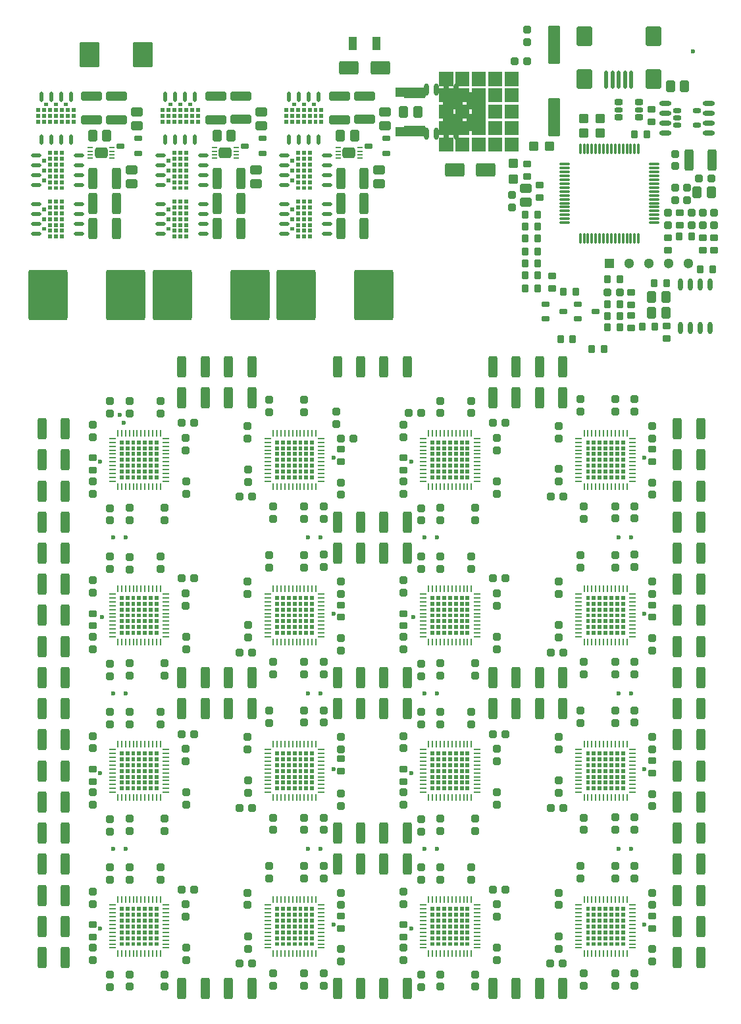
<source format=gtp>
%FSLAX44Y44*%
%MOMM*%
G71*
G01*
G75*
G04 Layer_Color=8421504*
G04:AMPARAMS|DCode=10|XSize=1mm|YSize=0.9mm|CornerRadius=0.198mm|HoleSize=0mm|Usage=FLASHONLY|Rotation=270.000|XOffset=0mm|YOffset=0mm|HoleType=Round|Shape=RoundedRectangle|*
%AMROUNDEDRECTD10*
21,1,1.0000,0.5040,0,0,270.0*
21,1,0.6040,0.9000,0,0,270.0*
1,1,0.3960,-0.2520,-0.3020*
1,1,0.3960,-0.2520,0.3020*
1,1,0.3960,0.2520,0.3020*
1,1,0.3960,0.2520,-0.3020*
%
%ADD10ROUNDEDRECTD10*%
%ADD11C,0.6000*%
%ADD12C,1.3000*%
%ADD13R,1.3000X1.3000*%
G04:AMPARAMS|DCode=14|XSize=1.45mm|YSize=1.15mm|CornerRadius=0.2013mm|HoleSize=0mm|Usage=FLASHONLY|Rotation=90.000|XOffset=0mm|YOffset=0mm|HoleType=Round|Shape=RoundedRectangle|*
%AMROUNDEDRECTD14*
21,1,1.4500,0.7475,0,0,90.0*
21,1,1.0475,1.1500,0,0,90.0*
1,1,0.4025,0.3738,0.5238*
1,1,0.4025,0.3738,-0.5238*
1,1,0.4025,-0.3738,-0.5238*
1,1,0.4025,-0.3738,0.5238*
%
%ADD14ROUNDEDRECTD14*%
G04:AMPARAMS|DCode=15|XSize=1mm|YSize=0.9mm|CornerRadius=0.198mm|HoleSize=0mm|Usage=FLASHONLY|Rotation=180.000|XOffset=0mm|YOffset=0mm|HoleType=Round|Shape=RoundedRectangle|*
%AMROUNDEDRECTD15*
21,1,1.0000,0.5040,0,0,180.0*
21,1,0.6040,0.9000,0,0,180.0*
1,1,0.3960,-0.3020,0.2520*
1,1,0.3960,0.3020,0.2520*
1,1,0.3960,0.3020,-0.2520*
1,1,0.3960,-0.3020,-0.2520*
%
%ADD15ROUNDEDRECTD15*%
%ADD16O,0.3000X1.5000*%
%ADD17O,1.5000X0.3000*%
%ADD18C,1.0000*%
G04:AMPARAMS|DCode=19|XSize=2.7mm|YSize=1.15mm|CornerRadius=0.2013mm|HoleSize=0mm|Usage=FLASHONLY|Rotation=90.000|XOffset=0mm|YOffset=0mm|HoleType=Round|Shape=RoundedRectangle|*
%AMROUNDEDRECTD19*
21,1,2.7000,0.7475,0,0,90.0*
21,1,2.2975,1.1500,0,0,90.0*
1,1,0.4025,0.3738,1.1487*
1,1,0.4025,0.3738,-1.1487*
1,1,0.4025,-0.3738,-1.1487*
1,1,0.4025,-0.3738,1.1487*
%
%ADD19ROUNDEDRECTD19*%
G04:AMPARAMS|DCode=20|XSize=4.9mm|YSize=1.6mm|CornerRadius=0.2mm|HoleSize=0mm|Usage=FLASHONLY|Rotation=270.000|XOffset=0mm|YOffset=0mm|HoleType=Round|Shape=RoundedRectangle|*
%AMROUNDEDRECTD20*
21,1,4.9000,1.2000,0,0,270.0*
21,1,4.5000,1.6000,0,0,270.0*
1,1,0.4000,-0.6000,-2.2500*
1,1,0.4000,-0.6000,2.2500*
1,1,0.4000,0.6000,2.2500*
1,1,0.4000,0.6000,-2.2500*
%
%ADD20ROUNDEDRECTD20*%
%ADD21O,1.5500X0.6000*%
%ADD22O,0.6000X1.5500*%
G04:AMPARAMS|DCode=23|XSize=6.45mm|YSize=6mm|CornerRadius=0.21mm|HoleSize=0mm|Usage=FLASHONLY|Rotation=0.000|XOffset=0mm|YOffset=0mm|HoleType=Round|Shape=RoundedRectangle|*
%AMROUNDEDRECTD23*
21,1,6.4500,5.5800,0,0,0.0*
21,1,6.0300,6.0000,0,0,0.0*
1,1,0.4200,3.0150,-2.7900*
1,1,0.4200,-3.0150,-2.7900*
1,1,0.4200,-3.0150,2.7900*
1,1,0.4200,3.0150,2.7900*
%
%ADD23ROUNDEDRECTD23*%
G04:AMPARAMS|DCode=24|XSize=2.85mm|YSize=1mm|CornerRadius=0.2mm|HoleSize=0mm|Usage=FLASHONLY|Rotation=0.000|XOffset=0mm|YOffset=0mm|HoleType=Round|Shape=RoundedRectangle|*
%AMROUNDEDRECTD24*
21,1,2.8500,0.6000,0,0,0.0*
21,1,2.4500,1.0000,0,0,0.0*
1,1,0.4000,1.2250,-0.3000*
1,1,0.4000,-1.2250,-0.3000*
1,1,0.4000,-1.2250,0.3000*
1,1,0.4000,1.2250,0.3000*
%
%ADD24ROUNDEDRECTD24*%
G04:AMPARAMS|DCode=25|XSize=11.3mm|YSize=10.75mm|CornerRadius=0.215mm|HoleSize=0mm|Usage=FLASHONLY|Rotation=0.000|XOffset=0mm|YOffset=0mm|HoleType=Round|Shape=RoundedRectangle|*
%AMROUNDEDRECTD25*
21,1,11.3000,10.3200,0,0,0.0*
21,1,10.8700,10.7500,0,0,0.0*
1,1,0.4300,5.4350,-5.1600*
1,1,0.4300,-5.4350,-5.1600*
1,1,0.4300,-5.4350,5.1600*
1,1,0.4300,5.4350,5.1600*
%
%ADD25ROUNDEDRECTD25*%
G04:AMPARAMS|DCode=26|XSize=3.95mm|YSize=1.2mm|CornerRadius=0.198mm|HoleSize=0mm|Usage=FLASHONLY|Rotation=0.000|XOffset=0mm|YOffset=0mm|HoleType=Round|Shape=RoundedRectangle|*
%AMROUNDEDRECTD26*
21,1,3.9500,0.8040,0,0,0.0*
21,1,3.5540,1.2000,0,0,0.0*
1,1,0.3960,1.7770,-0.4020*
1,1,0.3960,-1.7770,-0.4020*
1,1,0.3960,-1.7770,0.4020*
1,1,0.3960,1.7770,0.4020*
%
%ADD26ROUNDEDRECTD26*%
G04:AMPARAMS|DCode=27|XSize=1.1mm|YSize=0.6mm|CornerRadius=0.201mm|HoleSize=0mm|Usage=FLASHONLY|Rotation=0.000|XOffset=0mm|YOffset=0mm|HoleType=Round|Shape=RoundedRectangle|*
%AMROUNDEDRECTD27*
21,1,1.1000,0.1980,0,0,0.0*
21,1,0.6980,0.6000,0,0,0.0*
1,1,0.4020,0.3490,-0.0990*
1,1,0.4020,-0.3490,-0.0990*
1,1,0.4020,-0.3490,0.0990*
1,1,0.4020,0.3490,0.0990*
%
%ADD27ROUNDEDRECTD27*%
G04:AMPARAMS|DCode=28|XSize=1.35mm|YSize=1.65mm|CornerRadius=0.27mm|HoleSize=0mm|Usage=FLASHONLY|Rotation=90.000|XOffset=0mm|YOffset=0mm|HoleType=Round|Shape=RoundedRectangle|*
%AMROUNDEDRECTD28*
21,1,1.3500,1.1100,0,0,90.0*
21,1,0.8100,1.6500,0,0,90.0*
1,1,0.5400,0.5550,0.4050*
1,1,0.5400,0.5550,-0.4050*
1,1,0.5400,-0.5550,-0.4050*
1,1,0.5400,-0.5550,0.4050*
%
%ADD28ROUNDEDRECTD28*%
G04:AMPARAMS|DCode=29|XSize=0.7mm|YSize=0.25mm|CornerRadius=0.0838mm|HoleSize=0mm|Usage=FLASHONLY|Rotation=0.000|XOffset=0mm|YOffset=0mm|HoleType=Round|Shape=RoundedRectangle|*
%AMROUNDEDRECTD29*
21,1,0.7000,0.0825,0,0,0.0*
21,1,0.5325,0.2500,0,0,0.0*
1,1,0.1675,0.2662,-0.0413*
1,1,0.1675,-0.2662,-0.0413*
1,1,0.1675,-0.2662,0.0413*
1,1,0.1675,0.2662,0.0413*
%
%ADD29ROUNDEDRECTD29*%
G04:AMPARAMS|DCode=30|XSize=1.75mm|YSize=1.05mm|CornerRadius=0.1995mm|HoleSize=0mm|Usage=FLASHONLY|Rotation=270.000|XOffset=0mm|YOffset=0mm|HoleType=Round|Shape=RoundedRectangle|*
%AMROUNDEDRECTD30*
21,1,1.7500,0.6510,0,0,270.0*
21,1,1.3510,1.0500,0,0,270.0*
1,1,0.3990,-0.3255,-0.6755*
1,1,0.3990,-0.3255,0.6755*
1,1,0.3990,0.3255,0.6755*
1,1,0.3990,0.3255,-0.6755*
%
%ADD30ROUNDEDRECTD30*%
%ADD31O,1.3500X0.5000*%
G04:AMPARAMS|DCode=32|XSize=1.05mm|YSize=0.65mm|CornerRadius=0.2015mm|HoleSize=0mm|Usage=FLASHONLY|Rotation=0.000|XOffset=0mm|YOffset=0mm|HoleType=Round|Shape=RoundedRectangle|*
%AMROUNDEDRECTD32*
21,1,1.0500,0.2470,0,0,0.0*
21,1,0.6470,0.6500,0,0,0.0*
1,1,0.4030,0.3235,-0.1235*
1,1,0.4030,-0.3235,-0.1235*
1,1,0.4030,-0.3235,0.1235*
1,1,0.4030,0.3235,0.1235*
%
%ADD32ROUNDEDRECTD32*%
%ADD33O,0.5000X1.3500*%
G04:AMPARAMS|DCode=34|XSize=6.5mm|YSize=5mm|CornerRadius=0.25mm|HoleSize=0mm|Usage=FLASHONLY|Rotation=90.000|XOffset=0mm|YOffset=0mm|HoleType=Round|Shape=RoundedRectangle|*
%AMROUNDEDRECTD34*
21,1,6.5000,4.5000,0,0,90.0*
21,1,6.0000,5.0000,0,0,90.0*
1,1,0.5000,2.2500,3.0000*
1,1,0.5000,2.2500,-3.0000*
1,1,0.5000,-2.2500,-3.0000*
1,1,0.5000,-2.2500,3.0000*
%
%ADD34ROUNDEDRECTD34*%
G04:AMPARAMS|DCode=35|XSize=3.3mm|YSize=2.5mm|CornerRadius=0.2mm|HoleSize=0mm|Usage=FLASHONLY|Rotation=270.000|XOffset=0mm|YOffset=0mm|HoleType=Round|Shape=RoundedRectangle|*
%AMROUNDEDRECTD35*
21,1,3.3000,2.1000,0,0,270.0*
21,1,2.9000,2.5000,0,0,270.0*
1,1,0.4000,-1.0500,-1.4500*
1,1,0.4000,-1.0500,1.4500*
1,1,0.4000,1.0500,1.4500*
1,1,0.4000,1.0500,-1.4500*
%
%ADD35ROUNDEDRECTD35*%
G04:AMPARAMS|DCode=36|XSize=2.5mm|YSize=1.7mm|CornerRadius=0.204mm|HoleSize=0mm|Usage=FLASHONLY|Rotation=180.000|XOffset=0mm|YOffset=0mm|HoleType=Round|Shape=RoundedRectangle|*
%AMROUNDEDRECTD36*
21,1,2.5000,1.2920,0,0,180.0*
21,1,2.0920,1.7000,0,0,180.0*
1,1,0.4080,-1.0460,0.6460*
1,1,0.4080,1.0460,0.6460*
1,1,0.4080,1.0460,-0.6460*
1,1,0.4080,-1.0460,-0.6460*
%
%ADD36ROUNDEDRECTD36*%
G04:AMPARAMS|DCode=37|XSize=1.2mm|YSize=1.2mm|CornerRadius=0.198mm|HoleSize=0mm|Usage=FLASHONLY|Rotation=90.000|XOffset=0mm|YOffset=0mm|HoleType=Round|Shape=RoundedRectangle|*
%AMROUNDEDRECTD37*
21,1,1.2000,0.8040,0,0,90.0*
21,1,0.8040,1.2000,0,0,90.0*
1,1,0.3960,0.4020,0.4020*
1,1,0.3960,0.4020,-0.4020*
1,1,0.3960,-0.4020,-0.4020*
1,1,0.3960,-0.4020,0.4020*
%
%ADD37ROUNDEDRECTD37*%
G04:AMPARAMS|DCode=38|XSize=1.2mm|YSize=1.2mm|CornerRadius=0.198mm|HoleSize=0mm|Usage=FLASHONLY|Rotation=0.000|XOffset=0mm|YOffset=0mm|HoleType=Round|Shape=RoundedRectangle|*
%AMROUNDEDRECTD38*
21,1,1.2000,0.8040,0,0,0.0*
21,1,0.8040,1.2000,0,0,0.0*
1,1,0.3960,0.4020,-0.4020*
1,1,0.3960,-0.4020,-0.4020*
1,1,0.3960,-0.4020,0.4020*
1,1,0.3960,0.4020,0.4020*
%
%ADD38ROUNDEDRECTD38*%
G04:AMPARAMS|DCode=39|XSize=1mm|YSize=0.95mm|CornerRadius=0.1995mm|HoleSize=0mm|Usage=FLASHONLY|Rotation=270.000|XOffset=0mm|YOffset=0mm|HoleType=Round|Shape=RoundedRectangle|*
%AMROUNDEDRECTD39*
21,1,1.0000,0.5510,0,0,270.0*
21,1,0.6010,0.9500,0,0,270.0*
1,1,0.3990,-0.2755,-0.3005*
1,1,0.3990,-0.2755,0.3005*
1,1,0.3990,0.2755,0.3005*
1,1,0.3990,0.2755,-0.3005*
%
%ADD39ROUNDEDRECTD39*%
G04:AMPARAMS|DCode=40|XSize=1mm|YSize=0.95mm|CornerRadius=0.1995mm|HoleSize=0mm|Usage=FLASHONLY|Rotation=180.000|XOffset=0mm|YOffset=0mm|HoleType=Round|Shape=RoundedRectangle|*
%AMROUNDEDRECTD40*
21,1,1.0000,0.5510,0,0,180.0*
21,1,0.6010,0.9500,0,0,180.0*
1,1,0.3990,-0.3005,0.2755*
1,1,0.3990,0.3005,0.2755*
1,1,0.3990,0.3005,-0.2755*
1,1,0.3990,-0.3005,-0.2755*
%
%ADD40ROUNDEDRECTD40*%
G04:AMPARAMS|DCode=41|XSize=2.7mm|YSize=1.15mm|CornerRadius=0.2013mm|HoleSize=0mm|Usage=FLASHONLY|Rotation=180.000|XOffset=0mm|YOffset=0mm|HoleType=Round|Shape=RoundedRectangle|*
%AMROUNDEDRECTD41*
21,1,2.7000,0.7475,0,0,180.0*
21,1,2.2975,1.1500,0,0,180.0*
1,1,0.4025,-1.1487,0.3738*
1,1,0.4025,1.1487,0.3738*
1,1,0.4025,1.1487,-0.3738*
1,1,0.4025,-1.1487,-0.3738*
%
%ADD41ROUNDEDRECTD41*%
G04:AMPARAMS|DCode=42|XSize=1.45mm|YSize=1.15mm|CornerRadius=0.2013mm|HoleSize=0mm|Usage=FLASHONLY|Rotation=0.000|XOffset=0mm|YOffset=0mm|HoleType=Round|Shape=RoundedRectangle|*
%AMROUNDEDRECTD42*
21,1,1.4500,0.7475,0,0,0.0*
21,1,1.0475,1.1500,0,0,0.0*
1,1,0.4025,0.5238,-0.3738*
1,1,0.4025,-0.5238,-0.3738*
1,1,0.4025,-0.5238,0.3738*
1,1,0.4025,0.5238,0.3738*
%
%ADD42ROUNDEDRECTD42*%
G04:AMPARAMS|DCode=43|XSize=1.1mm|YSize=0.8mm|CornerRadius=0.268mm|HoleSize=0mm|Usage=FLASHONLY|Rotation=0.000|XOffset=0mm|YOffset=0mm|HoleType=Round|Shape=RoundedRectangle|*
%AMROUNDEDRECTD43*
21,1,1.1000,0.2640,0,0,0.0*
21,1,0.5640,0.8000,0,0,0.0*
1,1,0.5360,0.2820,-0.1320*
1,1,0.5360,-0.2820,-0.1320*
1,1,0.5360,-0.2820,0.1320*
1,1,0.5360,0.2820,0.1320*
%
%ADD43ROUNDEDRECTD43*%
G04:AMPARAMS|DCode=44|XSize=2.3mm|YSize=0.5mm|CornerRadius=0.2mm|HoleSize=0mm|Usage=FLASHONLY|Rotation=270.000|XOffset=0mm|YOffset=0mm|HoleType=Round|Shape=RoundedRectangle|*
%AMROUNDEDRECTD44*
21,1,2.3000,0.1000,0,0,270.0*
21,1,1.9000,0.5000,0,0,270.0*
1,1,0.4000,-0.0500,-0.9500*
1,1,0.4000,-0.0500,0.9500*
1,1,0.4000,0.0500,0.9500*
1,1,0.4000,0.0500,-0.9500*
%
%ADD44ROUNDEDRECTD44*%
G04:AMPARAMS|DCode=45|XSize=2.5mm|YSize=2mm|CornerRadius=0.2mm|HoleSize=0mm|Usage=FLASHONLY|Rotation=270.000|XOffset=0mm|YOffset=0mm|HoleType=Round|Shape=RoundedRectangle|*
%AMROUNDEDRECTD45*
21,1,2.5000,1.6000,0,0,270.0*
21,1,2.1000,2.0000,0,0,270.0*
1,1,0.4000,-0.8000,-1.0500*
1,1,0.4000,-0.8000,1.0500*
1,1,0.4000,0.8000,1.0500*
1,1,0.4000,0.8000,-1.0500*
%
%ADD45ROUNDEDRECTD45*%
%ADD46O,0.2500X0.8500*%
%ADD47O,0.8500X0.2500*%
%ADD48C,0.4000*%
%ADD49C,0.6000*%
%ADD50C,0.2500*%
%ADD51C,0.5000*%
%ADD52C,0.2000*%
%ADD53C,0.3500*%
%ADD54C,0.4500*%
%ADD55C,0.3000*%
%ADD56C,0.2540*%
%ADD57C,2.0000*%
%ADD58C,0.4000*%
%ADD59C,7.0000*%
%ADD60C,2.0000*%
%ADD61C,2.5000*%
%ADD62C,0.5000*%
%ADD63C,4.5000*%
%ADD64C,0.1500*%
%ADD65C,0.1000*%
%ADD66C,0.1524*%
%ADD67C,0.0000*%
G36*
X-747500Y362500D02*
X-752500D01*
Y367500D01*
X-747500D01*
Y362500D01*
D02*
G37*
G36*
X-740000D02*
X-745000D01*
Y367500D01*
X-740000D01*
Y362500D01*
D02*
G37*
G36*
X-732500D02*
X-737500D01*
Y367500D01*
X-732500D01*
Y362500D01*
D02*
G37*
G36*
X-755000D02*
X-760000D01*
Y367500D01*
X-755000D01*
Y362500D01*
D02*
G37*
G36*
X-325000Y355000D02*
X-330000D01*
Y360000D01*
X-325000D01*
Y355000D01*
D02*
G37*
G36*
X-770000Y362500D02*
X-775000D01*
Y367500D01*
X-770000D01*
Y362500D01*
D02*
G37*
G36*
X-762500D02*
X-767500D01*
Y367500D01*
X-762500D01*
Y362500D01*
D02*
G37*
G36*
X-725000D02*
X-730000D01*
Y367500D01*
X-725000D01*
Y362500D01*
D02*
G37*
G36*
X-540000D02*
X-545000D01*
Y367500D01*
X-540000D01*
Y362500D01*
D02*
G37*
G36*
X-532500D02*
X-537500D01*
Y367500D01*
X-532500D01*
Y362500D01*
D02*
G37*
G36*
X-525000D02*
X-530000D01*
Y367500D01*
X-525000D01*
Y362500D01*
D02*
G37*
G36*
X-547500D02*
X-552500D01*
Y367500D01*
X-547500D01*
Y362500D01*
D02*
G37*
G36*
X-570000D02*
X-575000D01*
Y367500D01*
X-570000D01*
Y362500D01*
D02*
G37*
G36*
X-562500D02*
X-567500D01*
Y367500D01*
X-562500D01*
Y362500D01*
D02*
G37*
G36*
X-555000D02*
X-560000D01*
Y367500D01*
X-555000D01*
Y362500D01*
D02*
G37*
G36*
X-332500Y355000D02*
X-337500D01*
Y360000D01*
X-332500D01*
Y355000D01*
D02*
G37*
G36*
X-762500D02*
X-767500D01*
Y360000D01*
X-762500D01*
Y355000D01*
D02*
G37*
G36*
X-755000D02*
X-760000D01*
Y360000D01*
X-755000D01*
Y355000D01*
D02*
G37*
G36*
X-747500D02*
X-752500D01*
Y360000D01*
X-747500D01*
Y355000D01*
D02*
G37*
G36*
X-770000D02*
X-775000D01*
Y360000D01*
X-770000D01*
Y355000D01*
D02*
G37*
G36*
X-140000Y355000D02*
X-145000D01*
Y360000D01*
X-140000D01*
Y355000D01*
D02*
G37*
G36*
X-132500D02*
X-137500D01*
Y360000D01*
X-132500D01*
Y355000D01*
D02*
G37*
G36*
X-125000D02*
X-130000D01*
Y360000D01*
X-125000D01*
Y355000D01*
D02*
G37*
G36*
X-740000Y355000D02*
X-745000D01*
Y360000D01*
X-740000D01*
Y355000D01*
D02*
G37*
G36*
X-355000D02*
X-360000D01*
Y360000D01*
X-355000D01*
Y355000D01*
D02*
G37*
G36*
X-347500D02*
X-352500D01*
Y360000D01*
X-347500D01*
Y355000D01*
D02*
G37*
G36*
X-340000D02*
X-345000D01*
Y360000D01*
X-340000D01*
Y355000D01*
D02*
G37*
G36*
X-362500D02*
X-367500D01*
Y360000D01*
X-362500D01*
Y355000D01*
D02*
G37*
G36*
X-732500D02*
X-737500D01*
Y360000D01*
X-732500D01*
Y355000D01*
D02*
G37*
G36*
X-725000D02*
X-730000D01*
Y360000D01*
X-725000D01*
Y355000D01*
D02*
G37*
G36*
X-370000D02*
X-375000D01*
Y360000D01*
X-370000D01*
Y355000D01*
D02*
G37*
G36*
Y362500D02*
X-375000D01*
Y367500D01*
X-370000D01*
Y362500D01*
D02*
G37*
G36*
X-570000Y370000D02*
X-575000D01*
Y375000D01*
X-570000D01*
Y370000D01*
D02*
G37*
G36*
X-562500D02*
X-567500D01*
Y375000D01*
X-562500D01*
Y370000D01*
D02*
G37*
G36*
X-555000D02*
X-560000D01*
Y375000D01*
X-555000D01*
Y370000D01*
D02*
G37*
G36*
X-725000D02*
X-730000D01*
Y375000D01*
X-725000D01*
Y370000D01*
D02*
G37*
G36*
X-747500D02*
X-752500D01*
Y375000D01*
X-747500D01*
Y370000D01*
D02*
G37*
G36*
X-740000D02*
X-745000D01*
Y375000D01*
X-740000D01*
Y370000D01*
D02*
G37*
G36*
X-732500D02*
X-737500D01*
Y375000D01*
X-732500D01*
Y370000D01*
D02*
G37*
G36*
X-547500D02*
X-552500D01*
Y375000D01*
X-547500D01*
Y370000D01*
D02*
G37*
G36*
X-362500D02*
X-367500D01*
Y375000D01*
X-362500D01*
Y370000D01*
D02*
G37*
G36*
X-355000D02*
X-360000D01*
Y375000D01*
X-355000D01*
Y370000D01*
D02*
G37*
G36*
X-347500D02*
X-352500D01*
Y375000D01*
X-347500D01*
Y370000D01*
D02*
G37*
G36*
X-370000D02*
X-375000D01*
Y375000D01*
X-370000D01*
Y370000D01*
D02*
G37*
G36*
X-540000D02*
X-545000D01*
Y375000D01*
X-540000D01*
Y370000D01*
D02*
G37*
G36*
X-532500D02*
X-537500D01*
Y375000D01*
X-532500D01*
Y370000D01*
D02*
G37*
G36*
X-525000D02*
X-530000D01*
Y375000D01*
X-525000D01*
Y370000D01*
D02*
G37*
G36*
X-755000D02*
X-760000D01*
Y375000D01*
X-755000D01*
Y370000D01*
D02*
G37*
G36*
X-332500Y362500D02*
X-337500D01*
Y367500D01*
X-332500D01*
Y362500D01*
D02*
G37*
G36*
X-325000D02*
X-330000D01*
Y367500D01*
X-325000D01*
Y362500D01*
D02*
G37*
G36*
X-170000D02*
X-175000D01*
Y367500D01*
X-170000D01*
Y362500D01*
D02*
G37*
G36*
X-340000D02*
X-345000D01*
Y367500D01*
X-340000D01*
Y362500D01*
D02*
G37*
G36*
X-362500D02*
X-367500D01*
Y367500D01*
X-362500D01*
Y362500D01*
D02*
G37*
G36*
X-355000D02*
X-360000D01*
Y367500D01*
X-355000D01*
Y362500D01*
D02*
G37*
G36*
X-347500D02*
X-352500D01*
Y367500D01*
X-347500D01*
Y362500D01*
D02*
G37*
G36*
X-162500D02*
X-167500D01*
Y367500D01*
X-162500D01*
Y362500D01*
D02*
G37*
G36*
X-125000D02*
X-130000D01*
Y367500D01*
X-125000D01*
Y362500D01*
D02*
G37*
G36*
X-770000Y370000D02*
X-775000D01*
Y375000D01*
X-770000D01*
Y370000D01*
D02*
G37*
G36*
X-762500D02*
X-767500D01*
Y375000D01*
X-762500D01*
Y370000D01*
D02*
G37*
G36*
X-132500Y362500D02*
X-137500D01*
Y367500D01*
X-132500D01*
Y362500D01*
D02*
G37*
G36*
X-155000D02*
X-160000D01*
Y367500D01*
X-155000D01*
Y362500D01*
D02*
G37*
G36*
X-147500D02*
X-152500D01*
Y367500D01*
X-147500D01*
Y362500D01*
D02*
G37*
G36*
X-140000D02*
X-145000D01*
Y367500D01*
X-140000D01*
Y362500D01*
D02*
G37*
G36*
X-147500Y355000D02*
X-152500D01*
Y360000D01*
X-147500D01*
Y355000D01*
D02*
G37*
G36*
X-355000Y340000D02*
X-360000D01*
Y345000D01*
X-355000D01*
Y340000D01*
D02*
G37*
G36*
X-347500D02*
X-352500D01*
Y345000D01*
X-347500D01*
Y340000D01*
D02*
G37*
G36*
X-340000D02*
X-345000D01*
Y345000D01*
X-340000D01*
Y340000D01*
D02*
G37*
G36*
X-362500D02*
X-367500D01*
Y345000D01*
X-362500D01*
Y340000D01*
D02*
G37*
G36*
X-732500D02*
X-737500D01*
Y345000D01*
X-732500D01*
Y340000D01*
D02*
G37*
G36*
X-725000D02*
X-730000D01*
Y345000D01*
X-725000D01*
Y340000D01*
D02*
G37*
G36*
X-370000D02*
X-375000D01*
Y345000D01*
X-370000D01*
Y340000D01*
D02*
G37*
G36*
X-332500D02*
X-337500D01*
Y345000D01*
X-332500D01*
Y340000D01*
D02*
G37*
G36*
X-747500Y347500D02*
X-752500D01*
Y352500D01*
X-747500D01*
Y347500D01*
D02*
G37*
G36*
X-740000D02*
X-745000D01*
Y352500D01*
X-740000D01*
Y347500D01*
D02*
G37*
G36*
X-732500D02*
X-737500D01*
Y352500D01*
X-732500D01*
Y347500D01*
D02*
G37*
G36*
X-755000D02*
X-760000D01*
Y352500D01*
X-755000D01*
Y347500D01*
D02*
G37*
G36*
X-325000Y340000D02*
X-330000D01*
Y345000D01*
X-325000D01*
Y340000D01*
D02*
G37*
G36*
X-770000Y347500D02*
X-775000D01*
Y352500D01*
X-770000D01*
Y347500D01*
D02*
G37*
G36*
X-762500D02*
X-767500D01*
Y352500D01*
X-762500D01*
Y347500D01*
D02*
G37*
G36*
X-740000Y340000D02*
X-745000D01*
Y345000D01*
X-740000D01*
Y340000D01*
D02*
G37*
G36*
X-170000Y340000D02*
X-175000D01*
Y345000D01*
X-170000D01*
Y340000D01*
D02*
G37*
G36*
X-162500D02*
X-167500D01*
Y345000D01*
X-162500D01*
Y340000D01*
D02*
G37*
G36*
X-155000D02*
X-160000D01*
Y345000D01*
X-155000D01*
Y340000D01*
D02*
G37*
G36*
X-525000D02*
X-530000D01*
Y345000D01*
X-525000D01*
Y340000D01*
D02*
G37*
G36*
X-547500D02*
X-552500D01*
Y345000D01*
X-547500D01*
Y340000D01*
D02*
G37*
G36*
X-540000D02*
X-545000D01*
Y345000D01*
X-540000D01*
Y340000D01*
D02*
G37*
G36*
X-532500D02*
X-537500D01*
Y345000D01*
X-532500D01*
Y340000D01*
D02*
G37*
G36*
X-147500D02*
X-152500D01*
Y345000D01*
X-147500D01*
Y340000D01*
D02*
G37*
G36*
X-762500Y340000D02*
X-767500D01*
Y345000D01*
X-762500D01*
Y340000D01*
D02*
G37*
G36*
X-755000D02*
X-760000D01*
Y345000D01*
X-755000D01*
Y340000D01*
D02*
G37*
G36*
X-747500D02*
X-752500D01*
Y345000D01*
X-747500D01*
Y340000D01*
D02*
G37*
G36*
X-770000D02*
X-775000D01*
Y345000D01*
X-770000D01*
Y340000D01*
D02*
G37*
G36*
X-140000Y340000D02*
X-145000D01*
Y345000D01*
X-140000D01*
Y340000D01*
D02*
G37*
G36*
X-132500D02*
X-137500D01*
Y345000D01*
X-132500D01*
Y340000D01*
D02*
G37*
G36*
X-125000D02*
X-130000D01*
Y345000D01*
X-125000D01*
Y340000D01*
D02*
G37*
G36*
X-725000Y347500D02*
X-730000D01*
Y352500D01*
X-725000D01*
Y347500D01*
D02*
G37*
G36*
X-125000D02*
X-130000D01*
Y352500D01*
X-125000D01*
Y347500D01*
D02*
G37*
G36*
X-570000Y355000D02*
X-575000D01*
Y360000D01*
X-570000D01*
Y355000D01*
D02*
G37*
G36*
X-562500D02*
X-567500D01*
Y360000D01*
X-562500D01*
Y355000D01*
D02*
G37*
G36*
X-132500Y347500D02*
X-137500D01*
Y352500D01*
X-132500D01*
Y347500D01*
D02*
G37*
G36*
X-155000D02*
X-160000D01*
Y352500D01*
X-155000D01*
Y347500D01*
D02*
G37*
G36*
X-147500D02*
X-152500D01*
Y352500D01*
X-147500D01*
Y347500D01*
D02*
G37*
G36*
X-140000D02*
X-145000D01*
Y352500D01*
X-140000D01*
Y347500D01*
D02*
G37*
G36*
X-555000Y355000D02*
X-560000D01*
Y360000D01*
X-555000D01*
Y355000D01*
D02*
G37*
G36*
X-170000D02*
X-175000D01*
Y360000D01*
X-170000D01*
Y355000D01*
D02*
G37*
G36*
X-162500D02*
X-167500D01*
Y360000D01*
X-162500D01*
Y355000D01*
D02*
G37*
G36*
X-155000D02*
X-160000D01*
Y360000D01*
X-155000D01*
Y355000D01*
D02*
G37*
G36*
X-525000D02*
X-530000D01*
Y360000D01*
X-525000D01*
Y355000D01*
D02*
G37*
G36*
X-547500D02*
X-552500D01*
Y360000D01*
X-547500D01*
Y355000D01*
D02*
G37*
G36*
X-540000D02*
X-545000D01*
Y360000D01*
X-540000D01*
Y355000D01*
D02*
G37*
G36*
X-532500D02*
X-537500D01*
Y360000D01*
X-532500D01*
Y355000D01*
D02*
G37*
G36*
X-162500Y347500D02*
X-167500D01*
Y352500D01*
X-162500D01*
Y347500D01*
D02*
G37*
G36*
X-540000D02*
X-545000D01*
Y352500D01*
X-540000D01*
Y347500D01*
D02*
G37*
G36*
X-532500D02*
X-537500D01*
Y352500D01*
X-532500D01*
Y347500D01*
D02*
G37*
G36*
X-525000D02*
X-530000D01*
Y352500D01*
X-525000D01*
Y347500D01*
D02*
G37*
G36*
X-547500D02*
X-552500D01*
Y352500D01*
X-547500D01*
Y347500D01*
D02*
G37*
G36*
X-570000D02*
X-575000D01*
Y352500D01*
X-570000D01*
Y347500D01*
D02*
G37*
G36*
X-562500D02*
X-567500D01*
Y352500D01*
X-562500D01*
Y347500D01*
D02*
G37*
G36*
X-555000D02*
X-560000D01*
Y352500D01*
X-555000D01*
Y347500D01*
D02*
G37*
G36*
X-370000D02*
X-375000D01*
Y352500D01*
X-370000D01*
Y347500D01*
D02*
G37*
G36*
X-332500D02*
X-337500D01*
Y352500D01*
X-332500D01*
Y347500D01*
D02*
G37*
G36*
X-325000D02*
X-330000D01*
Y352500D01*
X-325000D01*
Y347500D01*
D02*
G37*
G36*
X-170000D02*
X-175000D01*
Y352500D01*
X-170000D01*
Y347500D01*
D02*
G37*
G36*
X-340000D02*
X-345000D01*
Y352500D01*
X-340000D01*
Y347500D01*
D02*
G37*
G36*
X-362500D02*
X-367500D01*
Y352500D01*
X-362500D01*
Y347500D01*
D02*
G37*
G36*
X-355000D02*
X-360000D01*
Y352500D01*
X-355000D01*
Y347500D01*
D02*
G37*
G36*
X-347500D02*
X-352500D01*
Y352500D01*
X-347500D01*
Y347500D01*
D02*
G37*
G36*
X-340000Y370000D02*
X-345000D01*
Y375000D01*
X-340000D01*
Y370000D01*
D02*
G37*
G36*
X-732500Y540000D02*
X-737500D01*
Y545000D01*
X-732500D01*
Y540000D01*
D02*
G37*
G36*
X-725000D02*
X-730000D01*
Y545000D01*
X-725000D01*
Y540000D01*
D02*
G37*
G36*
X-370000D02*
X-375000D01*
Y545000D01*
X-370000D01*
Y540000D01*
D02*
G37*
G36*
X-740000D02*
X-745000D01*
Y545000D01*
X-740000D01*
Y540000D01*
D02*
G37*
G36*
X-762500D02*
X-767500D01*
Y545000D01*
X-762500D01*
Y540000D01*
D02*
G37*
G36*
X-755000D02*
X-760000D01*
Y545000D01*
X-755000D01*
Y540000D01*
D02*
G37*
G36*
X-747500D02*
X-752500D01*
Y545000D01*
X-747500D01*
Y540000D01*
D02*
G37*
G36*
X-362500D02*
X-367500D01*
Y545000D01*
X-362500D01*
Y540000D01*
D02*
G37*
G36*
X-325000D02*
X-330000D01*
Y545000D01*
X-325000D01*
Y540000D01*
D02*
G37*
G36*
X-770000Y547500D02*
X-775000D01*
Y552500D01*
X-770000D01*
Y547500D01*
D02*
G37*
G36*
X-762500D02*
X-767500D01*
Y552500D01*
X-762500D01*
Y547500D01*
D02*
G37*
G36*
X-332500Y540000D02*
X-337500D01*
Y545000D01*
X-332500D01*
Y540000D01*
D02*
G37*
G36*
X-355000D02*
X-360000D01*
Y545000D01*
X-355000D01*
Y540000D01*
D02*
G37*
G36*
X-347500D02*
X-352500D01*
Y545000D01*
X-347500D01*
Y540000D01*
D02*
G37*
G36*
X-340000D02*
X-345000D01*
Y545000D01*
X-340000D01*
Y540000D01*
D02*
G37*
G36*
X-770000D02*
X-775000D01*
Y545000D01*
X-770000D01*
Y540000D01*
D02*
G37*
G36*
X-547500Y540000D02*
X-552500D01*
Y545000D01*
X-547500D01*
Y540000D01*
D02*
G37*
G36*
X-540000D02*
X-545000D01*
Y545000D01*
X-540000D01*
Y540000D01*
D02*
G37*
G36*
X-532500D02*
X-537500D01*
Y545000D01*
X-532500D01*
Y540000D01*
D02*
G37*
G36*
X-555000D02*
X-560000D01*
Y545000D01*
X-555000D01*
Y540000D01*
D02*
G37*
G36*
X-125000Y532500D02*
X-130000D01*
Y537500D01*
X-125000D01*
Y532500D01*
D02*
G37*
G36*
X-570000Y540000D02*
X-575000D01*
Y545000D01*
X-570000D01*
Y540000D01*
D02*
G37*
G36*
X-562500D02*
X-567500D01*
Y545000D01*
X-562500D01*
Y540000D01*
D02*
G37*
G36*
X-525000D02*
X-530000D01*
Y545000D01*
X-525000D01*
Y540000D01*
D02*
G37*
G36*
X-140000D02*
X-145000D01*
Y545000D01*
X-140000D01*
Y540000D01*
D02*
G37*
G36*
X-132500D02*
X-137500D01*
Y545000D01*
X-132500D01*
Y540000D01*
D02*
G37*
G36*
X-125000D02*
X-130000D01*
Y545000D01*
X-125000D01*
Y540000D01*
D02*
G37*
G36*
X-147500D02*
X-152500D01*
Y545000D01*
X-147500D01*
Y540000D01*
D02*
G37*
G36*
X-170000D02*
X-175000D01*
Y545000D01*
X-170000D01*
Y540000D01*
D02*
G37*
G36*
X-162500D02*
X-167500D01*
Y545000D01*
X-162500D01*
Y540000D01*
D02*
G37*
G36*
X-155000D02*
X-160000D01*
Y545000D01*
X-155000D01*
Y540000D01*
D02*
G37*
G36*
X-755000Y547500D02*
X-760000D01*
Y552500D01*
X-755000D01*
Y547500D01*
D02*
G37*
G36*
X-155000D02*
X-160000D01*
Y552500D01*
X-155000D01*
Y547500D01*
D02*
G37*
G36*
X-147500D02*
X-152500D01*
Y552500D01*
X-147500D01*
Y547500D01*
D02*
G37*
G36*
X-140000D02*
X-145000D01*
Y552500D01*
X-140000D01*
Y547500D01*
D02*
G37*
G36*
X-162500D02*
X-167500D01*
Y552500D01*
X-162500D01*
Y547500D01*
D02*
G37*
G36*
X-332500D02*
X-337500D01*
Y552500D01*
X-332500D01*
Y547500D01*
D02*
G37*
G36*
X-325000D02*
X-330000D01*
Y552500D01*
X-325000D01*
Y547500D01*
D02*
G37*
G36*
X-170000D02*
X-175000D01*
Y552500D01*
X-170000D01*
Y547500D01*
D02*
G37*
G36*
X-132500D02*
X-137500D01*
Y552500D01*
X-132500D01*
Y547500D01*
D02*
G37*
G36*
X-547500Y555000D02*
X-552500D01*
Y560000D01*
X-547500D01*
Y555000D01*
D02*
G37*
G36*
X-540000D02*
X-545000D01*
Y560000D01*
X-540000D01*
Y555000D01*
D02*
G37*
G36*
X-532500D02*
X-537500D01*
Y560000D01*
X-532500D01*
Y555000D01*
D02*
G37*
G36*
X-555000D02*
X-560000D01*
Y560000D01*
X-555000D01*
Y555000D01*
D02*
G37*
G36*
X-125000Y547500D02*
X-130000D01*
Y552500D01*
X-125000D01*
Y547500D01*
D02*
G37*
G36*
X-570000Y555000D02*
X-575000D01*
Y560000D01*
X-570000D01*
Y555000D01*
D02*
G37*
G36*
X-562500D02*
X-567500D01*
Y560000D01*
X-562500D01*
Y555000D01*
D02*
G37*
G36*
X-340000Y547500D02*
X-345000D01*
Y552500D01*
X-340000D01*
Y547500D01*
D02*
G37*
G36*
X-570000D02*
X-575000D01*
Y552500D01*
X-570000D01*
Y547500D01*
D02*
G37*
G36*
X-562500D02*
X-567500D01*
Y552500D01*
X-562500D01*
Y547500D01*
D02*
G37*
G36*
X-555000D02*
X-560000D01*
Y552500D01*
X-555000D01*
Y547500D01*
D02*
G37*
G36*
X-725000D02*
X-730000D01*
Y552500D01*
X-725000D01*
Y547500D01*
D02*
G37*
G36*
X-747500D02*
X-752500D01*
Y552500D01*
X-747500D01*
Y547500D01*
D02*
G37*
G36*
X-740000D02*
X-745000D01*
Y552500D01*
X-740000D01*
Y547500D01*
D02*
G37*
G36*
X-732500D02*
X-737500D01*
Y552500D01*
X-732500D01*
Y547500D01*
D02*
G37*
G36*
X-547500D02*
X-552500D01*
Y552500D01*
X-547500D01*
Y547500D01*
D02*
G37*
G36*
X-362500D02*
X-367500D01*
Y552500D01*
X-362500D01*
Y547500D01*
D02*
G37*
G36*
X-355000D02*
X-360000D01*
Y552500D01*
X-355000D01*
Y547500D01*
D02*
G37*
G36*
X-347500D02*
X-352500D01*
Y552500D01*
X-347500D01*
Y547500D01*
D02*
G37*
G36*
X-370000D02*
X-375000D01*
Y552500D01*
X-370000D01*
Y547500D01*
D02*
G37*
G36*
X-540000D02*
X-545000D01*
Y552500D01*
X-540000D01*
Y547500D01*
D02*
G37*
G36*
X-532500D02*
X-537500D01*
Y552500D01*
X-532500D01*
Y547500D01*
D02*
G37*
G36*
X-525000D02*
X-530000D01*
Y552500D01*
X-525000D01*
Y547500D01*
D02*
G37*
G36*
X-132500Y532500D02*
X-137500D01*
Y537500D01*
X-132500D01*
Y532500D01*
D02*
G37*
G36*
X-540000Y525000D02*
X-545000D01*
Y530000D01*
X-540000D01*
Y525000D01*
D02*
G37*
G36*
X-532500D02*
X-537500D01*
Y530000D01*
X-532500D01*
Y525000D01*
D02*
G37*
G36*
X-525000D02*
X-530000D01*
Y530000D01*
X-525000D01*
Y525000D01*
D02*
G37*
G36*
X-547500D02*
X-552500D01*
Y530000D01*
X-547500D01*
Y525000D01*
D02*
G37*
G36*
X-570000D02*
X-575000D01*
Y530000D01*
X-570000D01*
Y525000D01*
D02*
G37*
G36*
X-562500D02*
X-567500D01*
Y530000D01*
X-562500D01*
Y525000D01*
D02*
G37*
G36*
X-555000D02*
X-560000D01*
Y530000D01*
X-555000D01*
Y525000D01*
D02*
G37*
G36*
X-370000D02*
X-375000D01*
Y530000D01*
X-370000D01*
Y525000D01*
D02*
G37*
G36*
X-332500D02*
X-337500D01*
Y530000D01*
X-332500D01*
Y525000D01*
D02*
G37*
G36*
X-325000D02*
X-330000D01*
Y530000D01*
X-325000D01*
Y525000D01*
D02*
G37*
G36*
X-170000D02*
X-175000D01*
Y530000D01*
X-170000D01*
Y525000D01*
D02*
G37*
G36*
X-340000D02*
X-345000D01*
Y530000D01*
X-340000D01*
Y525000D01*
D02*
G37*
G36*
X-362500D02*
X-367500D01*
Y530000D01*
X-362500D01*
Y525000D01*
D02*
G37*
G36*
X-355000D02*
X-360000D01*
Y530000D01*
X-355000D01*
Y525000D01*
D02*
G37*
G36*
X-347500D02*
X-352500D01*
Y530000D01*
X-347500D01*
Y525000D01*
D02*
G37*
G36*
X-725000D02*
X-730000D01*
Y530000D01*
X-725000D01*
Y525000D01*
D02*
G37*
G36*
X-155000Y370000D02*
X-160000D01*
Y375000D01*
X-155000D01*
Y370000D01*
D02*
G37*
G36*
X-147500D02*
X-152500D01*
Y375000D01*
X-147500D01*
Y370000D01*
D02*
G37*
G36*
X-140000D02*
X-145000D01*
Y375000D01*
X-140000D01*
Y370000D01*
D02*
G37*
G36*
X-162500D02*
X-167500D01*
Y375000D01*
X-162500D01*
Y370000D01*
D02*
G37*
G36*
X-332500D02*
X-337500D01*
Y375000D01*
X-332500D01*
Y370000D01*
D02*
G37*
G36*
X-325000D02*
X-330000D01*
Y375000D01*
X-325000D01*
Y370000D01*
D02*
G37*
G36*
X-170000D02*
X-175000D01*
Y375000D01*
X-170000D01*
Y370000D01*
D02*
G37*
G36*
X-132500D02*
X-137500D01*
Y375000D01*
X-132500D01*
Y370000D01*
D02*
G37*
G36*
X-747500Y525000D02*
X-752500D01*
Y530000D01*
X-747500D01*
Y525000D01*
D02*
G37*
G36*
X-740000D02*
X-745000D01*
Y530000D01*
X-740000D01*
Y525000D01*
D02*
G37*
G36*
X-732500D02*
X-737500D01*
Y530000D01*
X-732500D01*
Y525000D01*
D02*
G37*
G36*
X-755000D02*
X-760000D01*
Y530000D01*
X-755000D01*
Y525000D01*
D02*
G37*
G36*
X-125000Y370000D02*
X-130000D01*
Y375000D01*
X-125000D01*
Y370000D01*
D02*
G37*
G36*
X-770000Y525000D02*
X-775000D01*
Y530000D01*
X-770000D01*
Y525000D01*
D02*
G37*
G36*
X-762500D02*
X-767500D01*
Y530000D01*
X-762500D01*
Y525000D01*
D02*
G37*
G36*
X-162500D02*
X-167500D01*
Y530000D01*
X-162500D01*
Y525000D01*
D02*
G37*
G36*
X-362500Y532500D02*
X-367500D01*
Y537500D01*
X-362500D01*
Y532500D01*
D02*
G37*
G36*
X-355000D02*
X-360000D01*
Y537500D01*
X-355000D01*
Y532500D01*
D02*
G37*
G36*
X-347500D02*
X-352500D01*
Y537500D01*
X-347500D01*
Y532500D01*
D02*
G37*
G36*
X-370000D02*
X-375000D01*
Y537500D01*
X-370000D01*
Y532500D01*
D02*
G37*
G36*
X-540000D02*
X-545000D01*
Y537500D01*
X-540000D01*
Y532500D01*
D02*
G37*
G36*
X-532500D02*
X-537500D01*
Y537500D01*
X-532500D01*
Y532500D01*
D02*
G37*
G36*
X-525000D02*
X-530000D01*
Y537500D01*
X-525000D01*
Y532500D01*
D02*
G37*
G36*
X-340000D02*
X-345000D01*
Y537500D01*
X-340000D01*
Y532500D01*
D02*
G37*
G36*
X-155000D02*
X-160000D01*
Y537500D01*
X-155000D01*
Y532500D01*
D02*
G37*
G36*
X-147500D02*
X-152500D01*
Y537500D01*
X-147500D01*
Y532500D01*
D02*
G37*
G36*
X-140000D02*
X-145000D01*
Y537500D01*
X-140000D01*
Y532500D01*
D02*
G37*
G36*
X-162500D02*
X-167500D01*
Y537500D01*
X-162500D01*
Y532500D01*
D02*
G37*
G36*
X-332500D02*
X-337500D01*
Y537500D01*
X-332500D01*
Y532500D01*
D02*
G37*
G36*
X-325000D02*
X-330000D01*
Y537500D01*
X-325000D01*
Y532500D01*
D02*
G37*
G36*
X-170000D02*
X-175000D01*
Y537500D01*
X-170000D01*
Y532500D01*
D02*
G37*
G36*
X-547500D02*
X-552500D01*
Y537500D01*
X-547500D01*
Y532500D01*
D02*
G37*
G36*
X-125000Y525000D02*
X-130000D01*
Y530000D01*
X-125000D01*
Y525000D01*
D02*
G37*
G36*
X-770000Y532500D02*
X-775000D01*
Y537500D01*
X-770000D01*
Y532500D01*
D02*
G37*
G36*
X-762500D02*
X-767500D01*
Y537500D01*
X-762500D01*
Y532500D01*
D02*
G37*
G36*
X-132500Y525000D02*
X-137500D01*
Y530000D01*
X-132500D01*
Y525000D01*
D02*
G37*
G36*
X-155000D02*
X-160000D01*
Y530000D01*
X-155000D01*
Y525000D01*
D02*
G37*
G36*
X-147500D02*
X-152500D01*
Y530000D01*
X-147500D01*
Y525000D01*
D02*
G37*
G36*
X-140000D02*
X-145000D01*
Y530000D01*
X-140000D01*
Y525000D01*
D02*
G37*
G36*
X-755000Y532500D02*
X-760000D01*
Y537500D01*
X-755000D01*
Y532500D01*
D02*
G37*
G36*
X-570000D02*
X-575000D01*
Y537500D01*
X-570000D01*
Y532500D01*
D02*
G37*
G36*
X-562500D02*
X-567500D01*
Y537500D01*
X-562500D01*
Y532500D01*
D02*
G37*
G36*
X-555000D02*
X-560000D01*
Y537500D01*
X-555000D01*
Y532500D01*
D02*
G37*
G36*
X-725000D02*
X-730000D01*
Y537500D01*
X-725000D01*
Y532500D01*
D02*
G37*
G36*
X-747500D02*
X-752500D01*
Y537500D01*
X-747500D01*
Y532500D01*
D02*
G37*
G36*
X-740000D02*
X-745000D01*
Y537500D01*
X-740000D01*
Y532500D01*
D02*
G37*
G36*
X-732500D02*
X-737500D01*
Y537500D01*
X-732500D01*
Y532500D01*
D02*
G37*
G36*
X-770000Y147500D02*
X-775000D01*
Y152500D01*
X-770000D01*
Y147500D01*
D02*
G37*
G36*
X-762500D02*
X-767500D01*
Y152500D01*
X-762500D01*
Y147500D01*
D02*
G37*
G36*
X-755000D02*
X-760000D01*
Y152500D01*
X-755000D01*
Y147500D01*
D02*
G37*
G36*
X-325000Y140000D02*
X-330000D01*
Y145000D01*
X-325000D01*
Y140000D01*
D02*
G37*
G36*
X-347500D02*
X-352500D01*
Y145000D01*
X-347500D01*
Y140000D01*
D02*
G37*
G36*
X-340000D02*
X-345000D01*
Y145000D01*
X-340000D01*
Y140000D01*
D02*
G37*
G36*
X-332500D02*
X-337500D01*
Y145000D01*
X-332500D01*
Y140000D01*
D02*
G37*
G36*
X-747500Y147500D02*
X-752500D01*
Y152500D01*
X-747500D01*
Y147500D01*
D02*
G37*
G36*
X-562500D02*
X-567500D01*
Y152500D01*
X-562500D01*
Y147500D01*
D02*
G37*
G36*
X-555000D02*
X-560000D01*
Y152500D01*
X-555000D01*
Y147500D01*
D02*
G37*
G36*
X-547500D02*
X-552500D01*
Y152500D01*
X-547500D01*
Y147500D01*
D02*
G37*
G36*
X-570000D02*
X-575000D01*
Y152500D01*
X-570000D01*
Y147500D01*
D02*
G37*
G36*
X-740000D02*
X-745000D01*
Y152500D01*
X-740000D01*
Y147500D01*
D02*
G37*
G36*
X-732500D02*
X-737500D01*
Y152500D01*
X-732500D01*
Y147500D01*
D02*
G37*
G36*
X-725000D02*
X-730000D01*
Y152500D01*
X-725000D01*
Y147500D01*
D02*
G37*
G36*
X-355000Y140000D02*
X-360000D01*
Y145000D01*
X-355000D01*
Y140000D01*
D02*
G37*
G36*
X-132500Y140000D02*
X-137500D01*
Y145000D01*
X-132500D01*
Y140000D01*
D02*
G37*
G36*
X-125000D02*
X-130000D01*
Y145000D01*
X-125000D01*
Y140000D01*
D02*
G37*
G36*
X-770000Y140000D02*
X-775000D01*
Y145000D01*
X-770000D01*
Y140000D01*
D02*
G37*
G36*
X-140000Y140000D02*
X-145000D01*
Y145000D01*
X-140000D01*
Y140000D01*
D02*
G37*
G36*
X-162500D02*
X-167500D01*
Y145000D01*
X-162500D01*
Y140000D01*
D02*
G37*
G36*
X-155000D02*
X-160000D01*
Y145000D01*
X-155000D01*
Y140000D01*
D02*
G37*
G36*
X-147500D02*
X-152500D01*
Y145000D01*
X-147500D01*
Y140000D01*
D02*
G37*
G36*
X-762500Y140000D02*
X-767500D01*
Y145000D01*
X-762500D01*
Y140000D01*
D02*
G37*
G36*
X-725000D02*
X-730000D01*
Y145000D01*
X-725000D01*
Y140000D01*
D02*
G37*
G36*
X-370000D02*
X-375000D01*
Y145000D01*
X-370000D01*
Y140000D01*
D02*
G37*
G36*
X-362500D02*
X-367500D01*
Y145000D01*
X-362500D01*
Y140000D01*
D02*
G37*
G36*
X-732500D02*
X-737500D01*
Y145000D01*
X-732500D01*
Y140000D01*
D02*
G37*
G36*
X-755000D02*
X-760000D01*
Y145000D01*
X-755000D01*
Y140000D01*
D02*
G37*
G36*
X-747500D02*
X-752500D01*
Y145000D01*
X-747500D01*
Y140000D01*
D02*
G37*
G36*
X-740000D02*
X-745000D01*
Y145000D01*
X-740000D01*
Y140000D01*
D02*
G37*
G36*
X-540000Y147500D02*
X-545000D01*
Y152500D01*
X-540000D01*
Y147500D01*
D02*
G37*
G36*
Y155000D02*
X-545000D01*
Y160000D01*
X-540000D01*
Y155000D01*
D02*
G37*
G36*
X-532500D02*
X-537500D01*
Y160000D01*
X-532500D01*
Y155000D01*
D02*
G37*
G36*
X-525000D02*
X-530000D01*
Y160000D01*
X-525000D01*
Y155000D01*
D02*
G37*
G36*
X-547500D02*
X-552500D01*
Y160000D01*
X-547500D01*
Y155000D01*
D02*
G37*
G36*
X-570000D02*
X-575000D01*
Y160000D01*
X-570000D01*
Y155000D01*
D02*
G37*
G36*
X-562500D02*
X-567500D01*
Y160000D01*
X-562500D01*
Y155000D01*
D02*
G37*
G36*
X-555000D02*
X-560000D01*
Y160000D01*
X-555000D01*
Y155000D01*
D02*
G37*
G36*
X-170000D02*
X-175000D01*
Y160000D01*
X-170000D01*
Y155000D01*
D02*
G37*
G36*
X-132500D02*
X-137500D01*
Y160000D01*
X-132500D01*
Y155000D01*
D02*
G37*
G36*
X-125000D02*
X-130000D01*
Y160000D01*
X-125000D01*
Y155000D01*
D02*
G37*
G36*
X-770000Y155000D02*
X-775000D01*
Y160000D01*
X-770000D01*
Y155000D01*
D02*
G37*
G36*
X-140000Y155000D02*
X-145000D01*
Y160000D01*
X-140000D01*
Y155000D01*
D02*
G37*
G36*
X-162500D02*
X-167500D01*
Y160000D01*
X-162500D01*
Y155000D01*
D02*
G37*
G36*
X-155000D02*
X-160000D01*
Y160000D01*
X-155000D01*
Y155000D01*
D02*
G37*
G36*
X-147500D02*
X-152500D01*
Y160000D01*
X-147500D01*
Y155000D01*
D02*
G37*
G36*
X-125000Y147500D02*
X-130000D01*
Y152500D01*
X-125000D01*
Y147500D01*
D02*
G37*
G36*
X-355000D02*
X-360000D01*
Y152500D01*
X-355000D01*
Y147500D01*
D02*
G37*
G36*
X-347500D02*
X-352500D01*
Y152500D01*
X-347500D01*
Y147500D01*
D02*
G37*
G36*
X-340000D02*
X-345000D01*
Y152500D01*
X-340000D01*
Y147500D01*
D02*
G37*
G36*
X-362500D02*
X-367500D01*
Y152500D01*
X-362500D01*
Y147500D01*
D02*
G37*
G36*
X-532500D02*
X-537500D01*
Y152500D01*
X-532500D01*
Y147500D01*
D02*
G37*
G36*
X-525000D02*
X-530000D01*
Y152500D01*
X-525000D01*
Y147500D01*
D02*
G37*
G36*
X-370000D02*
X-375000D01*
Y152500D01*
X-370000D01*
Y147500D01*
D02*
G37*
G36*
X-332500D02*
X-337500D01*
Y152500D01*
X-332500D01*
Y147500D01*
D02*
G37*
G36*
X-147500D02*
X-152500D01*
Y152500D01*
X-147500D01*
Y147500D01*
D02*
G37*
G36*
X-140000D02*
X-145000D01*
Y152500D01*
X-140000D01*
Y147500D01*
D02*
G37*
G36*
X-132500D02*
X-137500D01*
Y152500D01*
X-132500D01*
Y147500D01*
D02*
G37*
G36*
X-155000D02*
X-160000D01*
Y152500D01*
X-155000D01*
Y147500D01*
D02*
G37*
G36*
X-325000D02*
X-330000D01*
Y152500D01*
X-325000D01*
Y147500D01*
D02*
G37*
G36*
X-170000D02*
X-175000D01*
Y152500D01*
X-170000D01*
Y147500D01*
D02*
G37*
G36*
X-162500D02*
X-167500D01*
Y152500D01*
X-162500D01*
Y147500D01*
D02*
G37*
G36*
X-170000Y140000D02*
X-175000D01*
Y145000D01*
X-170000D01*
Y140000D01*
D02*
G37*
G36*
X-325000Y125000D02*
X-330000D01*
Y130000D01*
X-325000D01*
Y125000D01*
D02*
G37*
G36*
X-170000D02*
X-175000D01*
Y130000D01*
X-170000D01*
Y125000D01*
D02*
G37*
G36*
X-162500D02*
X-167500D01*
Y130000D01*
X-162500D01*
Y125000D01*
D02*
G37*
G36*
X-332500D02*
X-337500D01*
Y130000D01*
X-332500D01*
Y125000D01*
D02*
G37*
G36*
X-355000D02*
X-360000D01*
Y130000D01*
X-355000D01*
Y125000D01*
D02*
G37*
G36*
X-347500D02*
X-352500D01*
Y130000D01*
X-347500D01*
Y125000D01*
D02*
G37*
G36*
X-340000D02*
X-345000D01*
Y130000D01*
X-340000D01*
Y125000D01*
D02*
G37*
G36*
X-155000D02*
X-160000D01*
Y130000D01*
X-155000D01*
Y125000D01*
D02*
G37*
G36*
X-770000Y132500D02*
X-775000D01*
Y137500D01*
X-770000D01*
Y132500D01*
D02*
G37*
G36*
X-762500D02*
X-767500D01*
Y137500D01*
X-762500D01*
Y132500D01*
D02*
G37*
G36*
X-755000D02*
X-760000D01*
Y137500D01*
X-755000D01*
Y132500D01*
D02*
G37*
G36*
X-125000Y125000D02*
X-130000D01*
Y130000D01*
X-125000D01*
Y125000D01*
D02*
G37*
G36*
X-147500D02*
X-152500D01*
Y130000D01*
X-147500D01*
Y125000D01*
D02*
G37*
G36*
X-140000D02*
X-145000D01*
Y130000D01*
X-140000D01*
Y125000D01*
D02*
G37*
G36*
X-132500D02*
X-137500D01*
Y130000D01*
X-132500D01*
Y125000D01*
D02*
G37*
G36*
X-362500D02*
X-367500D01*
Y130000D01*
X-362500D01*
Y125000D01*
D02*
G37*
G36*
X-740000D02*
X-745000D01*
Y130000D01*
X-740000D01*
Y125000D01*
D02*
G37*
G36*
X-732500D02*
X-737500D01*
Y130000D01*
X-732500D01*
Y125000D01*
D02*
G37*
G36*
X-725000D02*
X-730000D01*
Y130000D01*
X-725000D01*
Y125000D01*
D02*
G37*
G36*
X-747500D02*
X-752500D01*
Y130000D01*
X-747500D01*
Y125000D01*
D02*
G37*
G36*
X-770000D02*
X-775000D01*
Y130000D01*
X-770000D01*
Y125000D01*
D02*
G37*
G36*
X-762500D02*
X-767500D01*
Y130000D01*
X-762500D01*
Y125000D01*
D02*
G37*
G36*
X-755000D02*
X-760000D01*
Y130000D01*
X-755000D01*
Y125000D01*
D02*
G37*
G36*
X-570000D02*
X-575000D01*
Y130000D01*
X-570000D01*
Y125000D01*
D02*
G37*
G36*
X-532500D02*
X-537500D01*
Y130000D01*
X-532500D01*
Y125000D01*
D02*
G37*
G36*
X-525000D02*
X-530000D01*
Y130000D01*
X-525000D01*
Y125000D01*
D02*
G37*
G36*
X-370000D02*
X-375000D01*
Y130000D01*
X-370000D01*
Y125000D01*
D02*
G37*
G36*
X-540000D02*
X-545000D01*
Y130000D01*
X-540000D01*
Y125000D01*
D02*
G37*
G36*
X-562500D02*
X-567500D01*
Y130000D01*
X-562500D01*
Y125000D01*
D02*
G37*
G36*
X-555000D02*
X-560000D01*
Y130000D01*
X-555000D01*
Y125000D01*
D02*
G37*
G36*
X-547500D02*
X-552500D01*
Y130000D01*
X-547500D01*
Y125000D01*
D02*
G37*
G36*
X-747500Y132500D02*
X-752500D01*
Y137500D01*
X-747500D01*
Y132500D01*
D02*
G37*
G36*
X-147500D02*
X-152500D01*
Y137500D01*
X-147500D01*
Y132500D01*
D02*
G37*
G36*
X-140000D02*
X-145000D01*
Y137500D01*
X-140000D01*
Y132500D01*
D02*
G37*
G36*
X-132500D02*
X-137500D01*
Y137500D01*
X-132500D01*
Y132500D01*
D02*
G37*
G36*
X-155000D02*
X-160000D01*
Y137500D01*
X-155000D01*
Y132500D01*
D02*
G37*
G36*
X-325000D02*
X-330000D01*
Y137500D01*
X-325000D01*
Y132500D01*
D02*
G37*
G36*
X-170000D02*
X-175000D01*
Y137500D01*
X-170000D01*
Y132500D01*
D02*
G37*
G36*
X-162500D02*
X-167500D01*
Y137500D01*
X-162500D01*
Y132500D01*
D02*
G37*
G36*
X-125000D02*
X-130000D01*
Y137500D01*
X-125000D01*
Y132500D01*
D02*
G37*
G36*
X-540000Y140000D02*
X-545000D01*
Y145000D01*
X-540000D01*
Y140000D01*
D02*
G37*
G36*
X-532500D02*
X-537500D01*
Y145000D01*
X-532500D01*
Y140000D01*
D02*
G37*
G36*
X-525000D02*
X-530000D01*
Y145000D01*
X-525000D01*
Y140000D01*
D02*
G37*
G36*
X-547500D02*
X-552500D01*
Y145000D01*
X-547500D01*
Y140000D01*
D02*
G37*
G36*
X-570000D02*
X-575000D01*
Y145000D01*
X-570000D01*
Y140000D01*
D02*
G37*
G36*
X-562500D02*
X-567500D01*
Y145000D01*
X-562500D01*
Y140000D01*
D02*
G37*
G36*
X-555000D02*
X-560000D01*
Y145000D01*
X-555000D01*
Y140000D01*
D02*
G37*
G36*
X-332500Y132500D02*
X-337500D01*
Y137500D01*
X-332500D01*
Y132500D01*
D02*
G37*
G36*
X-562500D02*
X-567500D01*
Y137500D01*
X-562500D01*
Y132500D01*
D02*
G37*
G36*
X-555000D02*
X-560000D01*
Y137500D01*
X-555000D01*
Y132500D01*
D02*
G37*
G36*
X-547500D02*
X-552500D01*
Y137500D01*
X-547500D01*
Y132500D01*
D02*
G37*
G36*
X-570000D02*
X-575000D01*
Y137500D01*
X-570000D01*
Y132500D01*
D02*
G37*
G36*
X-740000D02*
X-745000D01*
Y137500D01*
X-740000D01*
Y132500D01*
D02*
G37*
G36*
X-732500D02*
X-737500D01*
Y137500D01*
X-732500D01*
Y132500D01*
D02*
G37*
G36*
X-725000D02*
X-730000D01*
Y137500D01*
X-725000D01*
Y132500D01*
D02*
G37*
G36*
X-540000D02*
X-545000D01*
Y137500D01*
X-540000D01*
Y132500D01*
D02*
G37*
G36*
X-355000D02*
X-360000D01*
Y137500D01*
X-355000D01*
Y132500D01*
D02*
G37*
G36*
X-347500D02*
X-352500D01*
Y137500D01*
X-347500D01*
Y132500D01*
D02*
G37*
G36*
X-340000D02*
X-345000D01*
Y137500D01*
X-340000D01*
Y132500D01*
D02*
G37*
G36*
X-362500D02*
X-367500D01*
Y137500D01*
X-362500D01*
Y132500D01*
D02*
G37*
G36*
X-532500D02*
X-537500D01*
Y137500D01*
X-532500D01*
Y132500D01*
D02*
G37*
G36*
X-525000D02*
X-530000D01*
Y137500D01*
X-525000D01*
Y132500D01*
D02*
G37*
G36*
X-370000D02*
X-375000D01*
Y137500D01*
X-370000D01*
Y132500D01*
D02*
G37*
G36*
X-762500Y155000D02*
X-767500D01*
Y160000D01*
X-762500D01*
Y155000D01*
D02*
G37*
G36*
X-355000Y325000D02*
X-360000D01*
Y330000D01*
X-355000D01*
Y325000D01*
D02*
G37*
G36*
X-347500D02*
X-352500D01*
Y330000D01*
X-347500D01*
Y325000D01*
D02*
G37*
G36*
X-340000D02*
X-345000D01*
Y330000D01*
X-340000D01*
Y325000D01*
D02*
G37*
G36*
X-362500D02*
X-367500D01*
Y330000D01*
X-362500D01*
Y325000D01*
D02*
G37*
G36*
X-532500D02*
X-537500D01*
Y330000D01*
X-532500D01*
Y325000D01*
D02*
G37*
G36*
X-525000D02*
X-530000D01*
Y330000D01*
X-525000D01*
Y325000D01*
D02*
G37*
G36*
X-370000D02*
X-375000D01*
Y330000D01*
X-370000D01*
Y325000D01*
D02*
G37*
G36*
X-332500D02*
X-337500D01*
Y330000D01*
X-332500D01*
Y325000D01*
D02*
G37*
G36*
X-147500D02*
X-152500D01*
Y330000D01*
X-147500D01*
Y325000D01*
D02*
G37*
G36*
X-140000D02*
X-145000D01*
Y330000D01*
X-140000D01*
Y325000D01*
D02*
G37*
G36*
X-132500D02*
X-137500D01*
Y330000D01*
X-132500D01*
Y325000D01*
D02*
G37*
G36*
X-155000D02*
X-160000D01*
Y330000D01*
X-155000D01*
Y325000D01*
D02*
G37*
G36*
X-325000D02*
X-330000D01*
Y330000D01*
X-325000D01*
Y325000D01*
D02*
G37*
G36*
X-170000D02*
X-175000D01*
Y330000D01*
X-170000D01*
Y325000D01*
D02*
G37*
G36*
X-162500D02*
X-167500D01*
Y330000D01*
X-162500D01*
Y325000D01*
D02*
G37*
G36*
X-540000D02*
X-545000D01*
Y330000D01*
X-540000D01*
Y325000D01*
D02*
G37*
G36*
X-770000D02*
X-775000D01*
Y330000D01*
X-770000D01*
Y325000D01*
D02*
G37*
G36*
X-762500D02*
X-767500D01*
Y330000D01*
X-762500D01*
Y325000D01*
D02*
G37*
G36*
X-755000D02*
X-760000D01*
Y330000D01*
X-755000D01*
Y325000D01*
D02*
G37*
G36*
X-125000Y170000D02*
X-130000D01*
Y175000D01*
X-125000D01*
Y170000D01*
D02*
G37*
G36*
X-147500D02*
X-152500D01*
Y175000D01*
X-147500D01*
Y170000D01*
D02*
G37*
G36*
X-140000D02*
X-145000D01*
Y175000D01*
X-140000D01*
Y170000D01*
D02*
G37*
G36*
X-132500D02*
X-137500D01*
Y175000D01*
X-132500D01*
Y170000D01*
D02*
G37*
G36*
X-747500Y325000D02*
X-752500D01*
Y330000D01*
X-747500D01*
Y325000D01*
D02*
G37*
G36*
X-562500D02*
X-567500D01*
Y330000D01*
X-562500D01*
Y325000D01*
D02*
G37*
G36*
X-555000D02*
X-560000D01*
Y330000D01*
X-555000D01*
Y325000D01*
D02*
G37*
G36*
X-547500D02*
X-552500D01*
Y330000D01*
X-547500D01*
Y325000D01*
D02*
G37*
G36*
X-570000D02*
X-575000D01*
Y330000D01*
X-570000D01*
Y325000D01*
D02*
G37*
G36*
X-740000D02*
X-745000D01*
Y330000D01*
X-740000D01*
Y325000D01*
D02*
G37*
G36*
X-732500D02*
X-737500D01*
Y330000D01*
X-732500D01*
Y325000D01*
D02*
G37*
G36*
X-725000D02*
X-730000D01*
Y330000D01*
X-725000D01*
Y325000D01*
D02*
G37*
G36*
X-125000D02*
X-130000D01*
Y330000D01*
X-125000D01*
Y325000D01*
D02*
G37*
G36*
X-325000Y332500D02*
X-330000D01*
Y337500D01*
X-325000D01*
Y332500D01*
D02*
G37*
G36*
X-170000D02*
X-175000D01*
Y337500D01*
X-170000D01*
Y332500D01*
D02*
G37*
G36*
X-162500D02*
X-167500D01*
Y337500D01*
X-162500D01*
Y332500D01*
D02*
G37*
G36*
X-332500D02*
X-337500D01*
Y337500D01*
X-332500D01*
Y332500D01*
D02*
G37*
G36*
X-355000D02*
X-360000D01*
Y337500D01*
X-355000D01*
Y332500D01*
D02*
G37*
G36*
X-347500D02*
X-352500D01*
Y337500D01*
X-347500D01*
Y332500D01*
D02*
G37*
G36*
X-340000D02*
X-345000D01*
Y337500D01*
X-340000D01*
Y332500D01*
D02*
G37*
G36*
X-155000D02*
X-160000D01*
Y337500D01*
X-155000D01*
Y332500D01*
D02*
G37*
G36*
X-570000Y340000D02*
X-575000D01*
Y345000D01*
X-570000D01*
Y340000D01*
D02*
G37*
G36*
X-562500D02*
X-567500D01*
Y345000D01*
X-562500D01*
Y340000D01*
D02*
G37*
G36*
X-555000D02*
X-560000D01*
Y345000D01*
X-555000D01*
Y340000D01*
D02*
G37*
G36*
X-125000Y332500D02*
X-130000D01*
Y337500D01*
X-125000D01*
Y332500D01*
D02*
G37*
G36*
X-147500D02*
X-152500D01*
Y337500D01*
X-147500D01*
Y332500D01*
D02*
G37*
G36*
X-140000D02*
X-145000D01*
Y337500D01*
X-140000D01*
Y332500D01*
D02*
G37*
G36*
X-132500D02*
X-137500D01*
Y337500D01*
X-132500D01*
Y332500D01*
D02*
G37*
G36*
X-362500D02*
X-367500D01*
Y337500D01*
X-362500D01*
Y332500D01*
D02*
G37*
G36*
X-740000D02*
X-745000D01*
Y337500D01*
X-740000D01*
Y332500D01*
D02*
G37*
G36*
X-732500D02*
X-737500D01*
Y337500D01*
X-732500D01*
Y332500D01*
D02*
G37*
G36*
X-725000D02*
X-730000D01*
Y337500D01*
X-725000D01*
Y332500D01*
D02*
G37*
G36*
X-747500D02*
X-752500D01*
Y337500D01*
X-747500D01*
Y332500D01*
D02*
G37*
G36*
X-770000D02*
X-775000D01*
Y337500D01*
X-770000D01*
Y332500D01*
D02*
G37*
G36*
X-762500D02*
X-767500D01*
Y337500D01*
X-762500D01*
Y332500D01*
D02*
G37*
G36*
X-755000D02*
X-760000D01*
Y337500D01*
X-755000D01*
Y332500D01*
D02*
G37*
G36*
X-570000D02*
X-575000D01*
Y337500D01*
X-570000D01*
Y332500D01*
D02*
G37*
G36*
X-532500D02*
X-537500D01*
Y337500D01*
X-532500D01*
Y332500D01*
D02*
G37*
G36*
X-525000D02*
X-530000D01*
Y337500D01*
X-525000D01*
Y332500D01*
D02*
G37*
G36*
X-370000D02*
X-375000D01*
Y337500D01*
X-370000D01*
Y332500D01*
D02*
G37*
G36*
X-540000D02*
X-545000D01*
Y337500D01*
X-540000D01*
Y332500D01*
D02*
G37*
G36*
X-562500D02*
X-567500D01*
Y337500D01*
X-562500D01*
Y332500D01*
D02*
G37*
G36*
X-555000D02*
X-560000D01*
Y337500D01*
X-555000D01*
Y332500D01*
D02*
G37*
G36*
X-547500D02*
X-552500D01*
Y337500D01*
X-547500D01*
Y332500D01*
D02*
G37*
G36*
X-155000Y170000D02*
X-160000D01*
Y175000D01*
X-155000D01*
Y170000D01*
D02*
G37*
G36*
X-562500Y162500D02*
X-567500D01*
Y167500D01*
X-562500D01*
Y162500D01*
D02*
G37*
G36*
X-555000D02*
X-560000D01*
Y167500D01*
X-555000D01*
Y162500D01*
D02*
G37*
G36*
X-547500D02*
X-552500D01*
Y167500D01*
X-547500D01*
Y162500D01*
D02*
G37*
G36*
X-570000D02*
X-575000D01*
Y167500D01*
X-570000D01*
Y162500D01*
D02*
G37*
G36*
X-740000D02*
X-745000D01*
Y167500D01*
X-740000D01*
Y162500D01*
D02*
G37*
G36*
X-732500D02*
X-737500D01*
Y167500D01*
X-732500D01*
Y162500D01*
D02*
G37*
G36*
X-725000D02*
X-730000D01*
Y167500D01*
X-725000D01*
Y162500D01*
D02*
G37*
G36*
X-540000D02*
X-545000D01*
Y167500D01*
X-540000D01*
Y162500D01*
D02*
G37*
G36*
X-355000D02*
X-360000D01*
Y167500D01*
X-355000D01*
Y162500D01*
D02*
G37*
G36*
X-347500D02*
X-352500D01*
Y167500D01*
X-347500D01*
Y162500D01*
D02*
G37*
G36*
X-340000D02*
X-345000D01*
Y167500D01*
X-340000D01*
Y162500D01*
D02*
G37*
G36*
X-362500D02*
X-367500D01*
Y167500D01*
X-362500D01*
Y162500D01*
D02*
G37*
G36*
X-532500D02*
X-537500D01*
Y167500D01*
X-532500D01*
Y162500D01*
D02*
G37*
G36*
X-525000D02*
X-530000D01*
Y167500D01*
X-525000D01*
Y162500D01*
D02*
G37*
G36*
X-370000D02*
X-375000D01*
Y167500D01*
X-370000D01*
Y162500D01*
D02*
G37*
G36*
X-747500D02*
X-752500D01*
Y167500D01*
X-747500D01*
Y162500D01*
D02*
G37*
G36*
X-725000Y155000D02*
X-730000D01*
Y160000D01*
X-725000D01*
Y155000D01*
D02*
G37*
G36*
X-370000D02*
X-375000D01*
Y160000D01*
X-370000D01*
Y155000D01*
D02*
G37*
G36*
X-362500D02*
X-367500D01*
Y160000D01*
X-362500D01*
Y155000D01*
D02*
G37*
G36*
X-732500D02*
X-737500D01*
Y160000D01*
X-732500D01*
Y155000D01*
D02*
G37*
G36*
X-755000D02*
X-760000D01*
Y160000D01*
X-755000D01*
Y155000D01*
D02*
G37*
G36*
X-747500D02*
X-752500D01*
Y160000D01*
X-747500D01*
Y155000D01*
D02*
G37*
G36*
X-740000D02*
X-745000D01*
Y160000D01*
X-740000D01*
Y155000D01*
D02*
G37*
G36*
X-355000D02*
X-360000D01*
Y160000D01*
X-355000D01*
Y155000D01*
D02*
G37*
G36*
X-770000Y162500D02*
X-775000D01*
Y167500D01*
X-770000D01*
Y162500D01*
D02*
G37*
G36*
X-762500D02*
X-767500D01*
Y167500D01*
X-762500D01*
Y162500D01*
D02*
G37*
G36*
X-755000D02*
X-760000D01*
Y167500D01*
X-755000D01*
Y162500D01*
D02*
G37*
G36*
X-325000Y155000D02*
X-330000D01*
Y160000D01*
X-325000D01*
Y155000D01*
D02*
G37*
G36*
X-347500D02*
X-352500D01*
Y160000D01*
X-347500D01*
Y155000D01*
D02*
G37*
G36*
X-340000D02*
X-345000D01*
Y160000D01*
X-340000D01*
Y155000D01*
D02*
G37*
G36*
X-332500D02*
X-337500D01*
Y160000D01*
X-332500D01*
Y155000D01*
D02*
G37*
G36*
Y162500D02*
X-337500D01*
Y167500D01*
X-332500D01*
Y162500D01*
D02*
G37*
G36*
X-532500Y170000D02*
X-537500D01*
Y175000D01*
X-532500D01*
Y170000D01*
D02*
G37*
G36*
X-525000D02*
X-530000D01*
Y175000D01*
X-525000D01*
Y170000D01*
D02*
G37*
G36*
X-370000D02*
X-375000D01*
Y175000D01*
X-370000D01*
Y170000D01*
D02*
G37*
G36*
X-540000D02*
X-545000D01*
Y175000D01*
X-540000D01*
Y170000D01*
D02*
G37*
G36*
X-562500D02*
X-567500D01*
Y175000D01*
X-562500D01*
Y170000D01*
D02*
G37*
G36*
X-555000D02*
X-560000D01*
Y175000D01*
X-555000D01*
Y170000D01*
D02*
G37*
G36*
X-547500D02*
X-552500D01*
Y175000D01*
X-547500D01*
Y170000D01*
D02*
G37*
G36*
X-362500D02*
X-367500D01*
Y175000D01*
X-362500D01*
Y170000D01*
D02*
G37*
G36*
X-325000D02*
X-330000D01*
Y175000D01*
X-325000D01*
Y170000D01*
D02*
G37*
G36*
X-170000D02*
X-175000D01*
Y175000D01*
X-170000D01*
Y170000D01*
D02*
G37*
G36*
X-162500D02*
X-167500D01*
Y175000D01*
X-162500D01*
Y170000D01*
D02*
G37*
G36*
X-332500D02*
X-337500D01*
Y175000D01*
X-332500D01*
Y170000D01*
D02*
G37*
G36*
X-355000D02*
X-360000D01*
Y175000D01*
X-355000D01*
Y170000D01*
D02*
G37*
G36*
X-347500D02*
X-352500D01*
Y175000D01*
X-347500D01*
Y170000D01*
D02*
G37*
G36*
X-340000D02*
X-345000D01*
Y175000D01*
X-340000D01*
Y170000D01*
D02*
G37*
G36*
X-570000D02*
X-575000D01*
Y175000D01*
X-570000D01*
Y170000D01*
D02*
G37*
G36*
X-147500Y162500D02*
X-152500D01*
Y167500D01*
X-147500D01*
Y162500D01*
D02*
G37*
G36*
X-140000D02*
X-145000D01*
Y167500D01*
X-140000D01*
Y162500D01*
D02*
G37*
G36*
X-132500D02*
X-137500D01*
Y167500D01*
X-132500D01*
Y162500D01*
D02*
G37*
G36*
X-155000D02*
X-160000D01*
Y167500D01*
X-155000D01*
Y162500D01*
D02*
G37*
G36*
X-325000D02*
X-330000D01*
Y167500D01*
X-325000D01*
Y162500D01*
D02*
G37*
G36*
X-170000D02*
X-175000D01*
Y167500D01*
X-170000D01*
Y162500D01*
D02*
G37*
G36*
X-162500D02*
X-167500D01*
Y167500D01*
X-162500D01*
Y162500D01*
D02*
G37*
G36*
X-125000D02*
X-130000D01*
Y167500D01*
X-125000D01*
Y162500D01*
D02*
G37*
G36*
X-740000Y170000D02*
X-745000D01*
Y175000D01*
X-740000D01*
Y170000D01*
D02*
G37*
G36*
X-732500D02*
X-737500D01*
Y175000D01*
X-732500D01*
Y170000D01*
D02*
G37*
G36*
X-725000D02*
X-730000D01*
Y175000D01*
X-725000D01*
Y170000D01*
D02*
G37*
G36*
X-747500D02*
X-752500D01*
Y175000D01*
X-747500D01*
Y170000D01*
D02*
G37*
G36*
X-770000D02*
X-775000D01*
Y175000D01*
X-770000D01*
Y170000D01*
D02*
G37*
G36*
X-762500D02*
X-767500D01*
Y175000D01*
X-762500D01*
Y170000D01*
D02*
G37*
G36*
X-755000D02*
X-760000D01*
Y175000D01*
X-755000D01*
Y170000D01*
D02*
G37*
G36*
X-525000Y555000D02*
X-530000D01*
Y560000D01*
X-525000D01*
Y555000D01*
D02*
G37*
G36*
X-862000Y1079500D02*
X-867000D01*
Y1084500D01*
X-862000D01*
Y1079500D01*
D02*
G37*
G36*
X-854500D02*
X-859500D01*
Y1084500D01*
X-854500D01*
Y1079500D01*
D02*
G37*
G36*
X-847000D02*
X-852000D01*
Y1084500D01*
X-847000D01*
Y1079500D01*
D02*
G37*
G36*
X-528000Y1072000D02*
X-533000D01*
Y1077000D01*
X-528000D01*
Y1072000D01*
D02*
G37*
G36*
X-687000D02*
X-692000D01*
Y1077000D01*
X-687000D01*
Y1072000D01*
D02*
G37*
G36*
X-543000D02*
X-548000D01*
Y1077000D01*
X-543000D01*
Y1072000D01*
D02*
G37*
G36*
X-535500D02*
X-540500D01*
Y1077000D01*
X-535500D01*
Y1072000D01*
D02*
G37*
G36*
X-702000Y1079500D02*
X-707000D01*
Y1084500D01*
X-702000D01*
Y1079500D01*
D02*
G37*
G36*
X-528000D02*
X-533000D01*
Y1084500D01*
X-528000D01*
Y1079500D01*
D02*
G37*
G36*
X-862000Y1096948D02*
X-867000D01*
Y1101948D01*
X-862000D01*
Y1096948D01*
D02*
G37*
G36*
X-854500D02*
X-859500D01*
Y1101948D01*
X-854500D01*
Y1096948D01*
D02*
G37*
G36*
X-535500Y1079500D02*
X-540500D01*
Y1084500D01*
X-535500D01*
Y1079500D01*
D02*
G37*
G36*
X-694500D02*
X-699500D01*
Y1084500D01*
X-694500D01*
Y1079500D01*
D02*
G37*
G36*
X-687000D02*
X-692000D01*
Y1084500D01*
X-687000D01*
Y1079500D01*
D02*
G37*
G36*
X-543000D02*
X-548000D01*
Y1084500D01*
X-543000D01*
Y1079500D01*
D02*
G37*
G36*
X-694500Y1072000D02*
X-699500D01*
Y1077000D01*
X-694500D01*
Y1072000D01*
D02*
G37*
G36*
X-687000Y1064500D02*
X-692000D01*
Y1069500D01*
X-687000D01*
Y1064500D01*
D02*
G37*
G36*
X-543000D02*
X-548000D01*
Y1069500D01*
X-543000D01*
Y1064500D01*
D02*
G37*
G36*
X-535500D02*
X-540500D01*
Y1069500D01*
X-535500D01*
Y1064500D01*
D02*
G37*
G36*
X-694500D02*
X-699500D01*
Y1069500D01*
X-694500D01*
Y1064500D01*
D02*
G37*
G36*
X-854500D02*
X-859500D01*
Y1069500D01*
X-854500D01*
Y1064500D01*
D02*
G37*
G36*
X-847000D02*
X-852000D01*
Y1069500D01*
X-847000D01*
Y1064500D01*
D02*
G37*
G36*
X-702000D02*
X-707000D01*
Y1069500D01*
X-702000D01*
Y1064500D01*
D02*
G37*
G36*
X-528000D02*
X-533000D01*
Y1069500D01*
X-528000D01*
Y1064500D01*
D02*
G37*
G36*
X-854500Y1072000D02*
X-859500D01*
Y1077000D01*
X-854500D01*
Y1072000D01*
D02*
G37*
G36*
X-847000D02*
X-852000D01*
Y1077000D01*
X-847000D01*
Y1072000D01*
D02*
G37*
G36*
X-702000D02*
X-707000D01*
Y1077000D01*
X-702000D01*
Y1072000D01*
D02*
G37*
G36*
X-862000D02*
X-867000D01*
Y1077000D01*
X-862000D01*
Y1072000D01*
D02*
G37*
G36*
X-869500Y1069500D02*
X-874500D01*
Y1074500D01*
X-869500D01*
Y1069500D01*
D02*
G37*
G36*
X-709500D02*
X-714500D01*
Y1074500D01*
X-709500D01*
Y1069500D01*
D02*
G37*
G36*
X-550500D02*
X-555500D01*
Y1074500D01*
X-550500D01*
Y1069500D01*
D02*
G37*
G36*
X-847000Y1096948D02*
X-852000D01*
Y1101948D01*
X-847000D01*
Y1096948D01*
D02*
G37*
G36*
Y1111948D02*
X-852000D01*
Y1116948D01*
X-847000D01*
Y1111948D01*
D02*
G37*
G36*
X-702000D02*
X-707000D01*
Y1116948D01*
X-702000D01*
Y1111948D01*
D02*
G37*
G36*
X-694500D02*
X-699500D01*
Y1116948D01*
X-694500D01*
Y1111948D01*
D02*
G37*
G36*
X-854500D02*
X-859500D01*
Y1116948D01*
X-854500D01*
Y1111948D01*
D02*
G37*
G36*
X-709500Y1106948D02*
X-714500D01*
Y1111948D01*
X-709500D01*
Y1106948D01*
D02*
G37*
G36*
X-550500D02*
X-555500D01*
Y1111948D01*
X-550500D01*
Y1106948D01*
D02*
G37*
G36*
X-862000Y1111948D02*
X-867000D01*
Y1116948D01*
X-862000D01*
Y1111948D01*
D02*
G37*
G36*
X-687000D02*
X-692000D01*
Y1116948D01*
X-687000D01*
Y1111948D01*
D02*
G37*
G36*
X-862000Y1119448D02*
X-867000D01*
Y1124448D01*
X-862000D01*
Y1119448D01*
D02*
G37*
G36*
X-854500D02*
X-859500D01*
Y1124448D01*
X-854500D01*
Y1119448D01*
D02*
G37*
G36*
X-847000D02*
X-852000D01*
Y1124448D01*
X-847000D01*
Y1119448D01*
D02*
G37*
G36*
X-869500D02*
X-874500D01*
Y1124448D01*
X-869500D01*
Y1119448D01*
D02*
G37*
G36*
X-543000Y1111948D02*
X-548000D01*
Y1116948D01*
X-543000D01*
Y1111948D01*
D02*
G37*
G36*
X-535500D02*
X-540500D01*
Y1116948D01*
X-535500D01*
Y1111948D01*
D02*
G37*
G36*
X-528000D02*
X-533000D01*
Y1116948D01*
X-528000D01*
Y1111948D01*
D02*
G37*
G36*
X-869500Y1106948D02*
X-874500D01*
Y1111948D01*
X-869500D01*
Y1106948D01*
D02*
G37*
G36*
X-535500Y1096948D02*
X-540500D01*
Y1101948D01*
X-535500D01*
Y1096948D01*
D02*
G37*
G36*
X-528000D02*
X-533000D01*
Y1101948D01*
X-528000D01*
Y1096948D01*
D02*
G37*
G36*
X-862000Y1104448D02*
X-867000D01*
Y1109448D01*
X-862000D01*
Y1104448D01*
D02*
G37*
G36*
X-543000Y1096948D02*
X-548000D01*
Y1101948D01*
X-543000D01*
Y1096948D01*
D02*
G37*
G36*
X-702000D02*
X-707000D01*
Y1101948D01*
X-702000D01*
Y1096948D01*
D02*
G37*
G36*
X-694500D02*
X-699500D01*
Y1101948D01*
X-694500D01*
Y1096948D01*
D02*
G37*
G36*
X-687000D02*
X-692000D01*
Y1101948D01*
X-687000D01*
Y1096948D01*
D02*
G37*
G36*
X-854500Y1104448D02*
X-859500D01*
Y1109448D01*
X-854500D01*
Y1104448D01*
D02*
G37*
G36*
X-543000D02*
X-548000D01*
Y1109448D01*
X-543000D01*
Y1104448D01*
D02*
G37*
G36*
X-535500D02*
X-540500D01*
Y1109448D01*
X-535500D01*
Y1104448D01*
D02*
G37*
G36*
X-528000D02*
X-533000D01*
Y1109448D01*
X-528000D01*
Y1104448D01*
D02*
G37*
G36*
X-687000D02*
X-692000D01*
Y1109448D01*
X-687000D01*
Y1104448D01*
D02*
G37*
G36*
X-847000D02*
X-852000D01*
Y1109448D01*
X-847000D01*
Y1104448D01*
D02*
G37*
G36*
X-702000D02*
X-707000D01*
Y1109448D01*
X-702000D01*
Y1104448D01*
D02*
G37*
G36*
X-694500D02*
X-699500D01*
Y1109448D01*
X-694500D01*
Y1104448D01*
D02*
G37*
G36*
X-862000Y1034500D02*
X-867000D01*
Y1039500D01*
X-862000D01*
Y1034500D01*
D02*
G37*
G36*
X-854500D02*
X-859500D01*
Y1039500D01*
X-854500D01*
Y1034500D01*
D02*
G37*
G36*
X-847000D02*
X-852000D01*
Y1039500D01*
X-847000D01*
Y1034500D01*
D02*
G37*
G36*
X-125000Y770000D02*
X-130000D01*
Y775000D01*
X-125000D01*
Y770000D01*
D02*
G37*
G36*
X-147500D02*
X-152500D01*
Y775000D01*
X-147500D01*
Y770000D01*
D02*
G37*
G36*
X-140000D02*
X-145000D01*
Y775000D01*
X-140000D01*
Y770000D01*
D02*
G37*
G36*
X-132500D02*
X-137500D01*
Y775000D01*
X-132500D01*
Y770000D01*
D02*
G37*
G36*
X-702000Y1034500D02*
X-707000D01*
Y1039500D01*
X-702000D01*
Y1034500D01*
D02*
G37*
G36*
X-528000D02*
X-533000D01*
Y1039500D01*
X-528000D01*
Y1034500D01*
D02*
G37*
G36*
X-862000Y1042000D02*
X-867000D01*
Y1047000D01*
X-862000D01*
Y1042000D01*
D02*
G37*
G36*
X-854500D02*
X-859500D01*
Y1047000D01*
X-854500D01*
Y1042000D01*
D02*
G37*
G36*
X-535500Y1034500D02*
X-540500D01*
Y1039500D01*
X-535500D01*
Y1034500D01*
D02*
G37*
G36*
X-694500D02*
X-699500D01*
Y1039500D01*
X-694500D01*
Y1034500D01*
D02*
G37*
G36*
X-687000D02*
X-692000D01*
Y1039500D01*
X-687000D01*
Y1034500D01*
D02*
G37*
G36*
X-543000D02*
X-548000D01*
Y1039500D01*
X-543000D01*
Y1034500D01*
D02*
G37*
G36*
X-155000Y770000D02*
X-160000D01*
Y775000D01*
X-155000D01*
Y770000D01*
D02*
G37*
G36*
X-532500D02*
X-537500D01*
Y775000D01*
X-532500D01*
Y770000D01*
D02*
G37*
G36*
X-525000D02*
X-530000D01*
Y775000D01*
X-525000D01*
Y770000D01*
D02*
G37*
G36*
X-370000D02*
X-375000D01*
Y775000D01*
X-370000D01*
Y770000D01*
D02*
G37*
G36*
X-540000D02*
X-545000D01*
Y775000D01*
X-540000D01*
Y770000D01*
D02*
G37*
G36*
X-562500D02*
X-567500D01*
Y775000D01*
X-562500D01*
Y770000D01*
D02*
G37*
G36*
X-555000D02*
X-560000D01*
Y775000D01*
X-555000D01*
Y770000D01*
D02*
G37*
G36*
X-547500D02*
X-552500D01*
Y775000D01*
X-547500D01*
Y770000D01*
D02*
G37*
G36*
X-362500D02*
X-367500D01*
Y775000D01*
X-362500D01*
Y770000D01*
D02*
G37*
G36*
X-325000D02*
X-330000D01*
Y775000D01*
X-325000D01*
Y770000D01*
D02*
G37*
G36*
X-170000D02*
X-175000D01*
Y775000D01*
X-170000D01*
Y770000D01*
D02*
G37*
G36*
X-162500D02*
X-167500D01*
Y775000D01*
X-162500D01*
Y770000D01*
D02*
G37*
G36*
X-332500D02*
X-337500D01*
Y775000D01*
X-332500D01*
Y770000D01*
D02*
G37*
G36*
X-355000D02*
X-360000D01*
Y775000D01*
X-355000D01*
Y770000D01*
D02*
G37*
G36*
X-347500D02*
X-352500D01*
Y775000D01*
X-347500D01*
Y770000D01*
D02*
G37*
G36*
X-340000D02*
X-345000D01*
Y775000D01*
X-340000D01*
Y770000D01*
D02*
G37*
G36*
X-847000Y1042000D02*
X-852000D01*
Y1047000D01*
X-847000D01*
Y1042000D01*
D02*
G37*
G36*
X-854500Y1057000D02*
X-859500D01*
Y1062000D01*
X-854500D01*
Y1057000D01*
D02*
G37*
G36*
X-847000D02*
X-852000D01*
Y1062000D01*
X-847000D01*
Y1057000D01*
D02*
G37*
G36*
X-709500D02*
X-714500D01*
Y1062000D01*
X-709500D01*
Y1057000D01*
D02*
G37*
G36*
X-862000D02*
X-867000D01*
Y1062000D01*
X-862000D01*
Y1057000D01*
D02*
G37*
G36*
X-535500Y1049500D02*
X-540500D01*
Y1054500D01*
X-535500D01*
Y1049500D01*
D02*
G37*
G36*
X-528000D02*
X-533000D01*
Y1054500D01*
X-528000D01*
Y1049500D01*
D02*
G37*
G36*
X-869500Y1057000D02*
X-874500D01*
Y1062000D01*
X-869500D01*
Y1057000D01*
D02*
G37*
G36*
X-702000D02*
X-707000D01*
Y1062000D01*
X-702000D01*
Y1057000D01*
D02*
G37*
G36*
X-535500D02*
X-540500D01*
Y1062000D01*
X-535500D01*
Y1057000D01*
D02*
G37*
G36*
X-528000D02*
X-533000D01*
Y1062000D01*
X-528000D01*
Y1057000D01*
D02*
G37*
G36*
X-862000Y1064500D02*
X-867000D01*
Y1069500D01*
X-862000D01*
Y1064500D01*
D02*
G37*
G36*
X-543000Y1057000D02*
X-548000D01*
Y1062000D01*
X-543000D01*
Y1057000D01*
D02*
G37*
G36*
X-694500D02*
X-699500D01*
Y1062000D01*
X-694500D01*
Y1057000D01*
D02*
G37*
G36*
X-687000D02*
X-692000D01*
Y1062000D01*
X-687000D01*
Y1057000D01*
D02*
G37*
G36*
X-550500D02*
X-555500D01*
Y1062000D01*
X-550500D01*
Y1057000D01*
D02*
G37*
G36*
X-543000Y1049500D02*
X-548000D01*
Y1054500D01*
X-543000D01*
Y1049500D01*
D02*
G37*
G36*
X-535500Y1042000D02*
X-540500D01*
Y1047000D01*
X-535500D01*
Y1042000D01*
D02*
G37*
G36*
X-528000D02*
X-533000D01*
Y1047000D01*
X-528000D01*
Y1042000D01*
D02*
G37*
G36*
X-869500Y1044500D02*
X-874500D01*
Y1049500D01*
X-869500D01*
Y1044500D01*
D02*
G37*
G36*
X-543000Y1042000D02*
X-548000D01*
Y1047000D01*
X-543000D01*
Y1042000D01*
D02*
G37*
G36*
X-702000D02*
X-707000D01*
Y1047000D01*
X-702000D01*
Y1042000D01*
D02*
G37*
G36*
X-694500D02*
X-699500D01*
Y1047000D01*
X-694500D01*
Y1042000D01*
D02*
G37*
G36*
X-687000D02*
X-692000D01*
Y1047000D01*
X-687000D01*
Y1042000D01*
D02*
G37*
G36*
X-709500Y1044500D02*
X-714500D01*
Y1049500D01*
X-709500D01*
Y1044500D01*
D02*
G37*
G36*
X-702000Y1049500D02*
X-707000D01*
Y1054500D01*
X-702000D01*
Y1049500D01*
D02*
G37*
G36*
X-694500D02*
X-699500D01*
Y1054500D01*
X-694500D01*
Y1049500D01*
D02*
G37*
G36*
X-687000D02*
X-692000D01*
Y1054500D01*
X-687000D01*
Y1049500D01*
D02*
G37*
G36*
X-847000D02*
X-852000D01*
Y1054500D01*
X-847000D01*
Y1049500D01*
D02*
G37*
G36*
X-550500Y1044500D02*
X-555500D01*
Y1049500D01*
X-550500D01*
Y1044500D01*
D02*
G37*
G36*
X-862000Y1049500D02*
X-867000D01*
Y1054500D01*
X-862000D01*
Y1049500D01*
D02*
G37*
G36*
X-854500D02*
X-859500D01*
Y1054500D01*
X-854500D01*
Y1049500D01*
D02*
G37*
G36*
X-709500Y1119448D02*
X-714500D01*
Y1124448D01*
X-709500D01*
Y1119448D01*
D02*
G37*
G36*
X-550500Y1189498D02*
X-555500D01*
Y1194498D01*
X-550500D01*
Y1189498D01*
D02*
G37*
G36*
X-543000D02*
X-548000D01*
Y1194498D01*
X-543000D01*
Y1189498D01*
D02*
G37*
G36*
X-535500D02*
X-540500D01*
Y1194498D01*
X-535500D01*
Y1189498D01*
D02*
G37*
G36*
X-558000D02*
X-563000D01*
Y1194498D01*
X-558000D01*
Y1189498D01*
D02*
G37*
G36*
X-694500D02*
X-699500D01*
Y1194498D01*
X-694500D01*
Y1189498D01*
D02*
G37*
G36*
X-679500D02*
X-684500D01*
Y1194498D01*
X-679500D01*
Y1189498D01*
D02*
G37*
G36*
X-672000D02*
X-677000D01*
Y1194498D01*
X-672000D01*
Y1189498D01*
D02*
G37*
G36*
X-520500D02*
X-525500D01*
Y1194498D01*
X-520500D01*
Y1189498D01*
D02*
G37*
G36*
X-854500Y1196998D02*
X-859500D01*
Y1201998D01*
X-854500D01*
Y1196998D01*
D02*
G37*
G36*
X-847000D02*
X-852000D01*
Y1201998D01*
X-847000D01*
Y1196998D01*
D02*
G37*
G36*
X-717000D02*
X-722000D01*
Y1201998D01*
X-717000D01*
Y1196998D01*
D02*
G37*
G36*
X-862000D02*
X-867000D01*
Y1201998D01*
X-862000D01*
Y1196998D01*
D02*
G37*
G36*
X-513000Y1189498D02*
X-518000D01*
Y1194498D01*
X-513000D01*
Y1189498D01*
D02*
G37*
G36*
X-877000Y1196998D02*
X-882000D01*
Y1201998D01*
X-877000D01*
Y1196998D01*
D02*
G37*
G36*
X-869500D02*
X-874500D01*
Y1201998D01*
X-869500D01*
Y1196998D01*
D02*
G37*
G36*
X-702000Y1189498D02*
X-707000D01*
Y1194498D01*
X-702000D01*
Y1189498D01*
D02*
G37*
G36*
X-847000Y1189498D02*
X-852000D01*
Y1194498D01*
X-847000D01*
Y1189498D01*
D02*
G37*
G36*
X-687000D02*
X-692000D01*
Y1194498D01*
X-687000D01*
Y1189498D01*
D02*
G37*
G36*
X-528000D02*
X-533000D01*
Y1194498D01*
X-528000D01*
Y1189498D01*
D02*
G37*
G36*
X-262000Y1188650D02*
X-280000D01*
Y1206650D01*
X-262000D01*
Y1188650D01*
D02*
G37*
G36*
X-543000Y1181998D02*
X-548000D01*
Y1186998D01*
X-543000D01*
Y1181998D01*
D02*
G37*
G36*
X-535500D02*
X-540500D01*
Y1186998D01*
X-535500D01*
Y1181998D01*
D02*
G37*
G36*
X-283000Y1188650D02*
X-301000D01*
Y1206650D01*
X-283000D01*
Y1188650D01*
D02*
G37*
G36*
X-877000Y1189498D02*
X-882000D01*
Y1194498D01*
X-877000D01*
Y1189498D01*
D02*
G37*
G36*
X-832000D02*
X-837000D01*
Y1194498D01*
X-832000D01*
Y1189498D01*
D02*
G37*
G36*
X-717000D02*
X-722000D01*
Y1194498D01*
X-717000D01*
Y1189498D01*
D02*
G37*
G36*
X-709500D02*
X-714500D01*
Y1194498D01*
X-709500D01*
Y1189498D01*
D02*
G37*
G36*
X-839500D02*
X-844500D01*
Y1194498D01*
X-839500D01*
Y1189498D01*
D02*
G37*
G36*
X-869500D02*
X-874500D01*
Y1194498D01*
X-869500D01*
Y1189498D01*
D02*
G37*
G36*
X-862000D02*
X-867000D01*
Y1194498D01*
X-862000D01*
Y1189498D01*
D02*
G37*
G36*
X-854500D02*
X-859500D01*
Y1194498D01*
X-854500D01*
Y1189498D01*
D02*
G37*
G36*
X-709500Y1196998D02*
X-714500D01*
Y1201998D01*
X-709500D01*
Y1196998D01*
D02*
G37*
G36*
X-682000Y1204498D02*
X-687000D01*
Y1209498D01*
X-682000D01*
Y1204498D01*
D02*
G37*
G36*
X-548000D02*
X-553000D01*
Y1209498D01*
X-548000D01*
Y1204498D01*
D02*
G37*
G36*
X-523000D02*
X-528000D01*
Y1209498D01*
X-523000D01*
Y1204498D01*
D02*
G37*
G36*
X-707000D02*
X-712000D01*
Y1209498D01*
X-707000D01*
Y1204498D01*
D02*
G37*
G36*
X-535500Y1204498D02*
X-540500D01*
Y1209498D01*
X-535500D01*
Y1204498D01*
D02*
G37*
G36*
X-867000Y1204498D02*
X-872000D01*
Y1209498D01*
X-867000D01*
Y1204498D01*
D02*
G37*
G36*
X-842000D02*
X-847000D01*
Y1209498D01*
X-842000D01*
Y1204498D01*
D02*
G37*
G36*
X-283000Y1209650D02*
X-301000D01*
Y1227650D01*
X-283000D01*
Y1209650D01*
D02*
G37*
G36*
X-304000Y1230650D02*
X-322000D01*
Y1248650D01*
X-304000D01*
Y1230650D01*
D02*
G37*
G36*
X-283000D02*
X-301000D01*
Y1248650D01*
X-283000D01*
Y1230650D01*
D02*
G37*
G36*
X-262000D02*
X-280000D01*
Y1248650D01*
X-262000D01*
Y1230650D01*
D02*
G37*
G36*
X-325000D02*
X-343000D01*
Y1248650D01*
X-325000D01*
Y1230650D01*
D02*
G37*
G36*
X-262000Y1209650D02*
X-280000D01*
Y1227650D01*
X-262000D01*
Y1209650D01*
D02*
G37*
G36*
X-304000Y1222645D02*
X-303999D01*
Y1200645D01*
X-304000D01*
Y1194645D01*
X-303999D01*
Y1172645D01*
X-304000D01*
Y1167650D01*
X-322000D01*
Y1172645D01*
X-325000D01*
Y1167650D01*
X-343000D01*
Y1172645D01*
X-346000D01*
Y1167650D01*
X-364000D01*
Y1185650D01*
X-358999D01*
Y1188650D01*
X-364000D01*
Y1206650D01*
X-358999D01*
Y1209650D01*
X-364000D01*
Y1227650D01*
X-346000D01*
Y1222645D01*
X-343000D01*
Y1227650D01*
X-325000D01*
Y1222645D01*
X-322000D01*
Y1227650D01*
X-304000D01*
Y1222645D01*
D02*
G37*
G36*
X-346000Y1230650D02*
X-364000D01*
Y1248650D01*
X-346000D01*
Y1230650D01*
D02*
G37*
G36*
X-694500Y1204498D02*
X-699500D01*
Y1209498D01*
X-694500D01*
Y1204498D01*
D02*
G37*
G36*
X-550500Y1196998D02*
X-555500D01*
Y1201998D01*
X-550500D01*
Y1196998D01*
D02*
G37*
G36*
X-543000D02*
X-548000D01*
Y1201998D01*
X-543000D01*
Y1196998D01*
D02*
G37*
G36*
X-535500D02*
X-540500D01*
Y1201998D01*
X-535500D01*
Y1196998D01*
D02*
G37*
G36*
X-558000D02*
X-563000D01*
Y1201998D01*
X-558000D01*
Y1196998D01*
D02*
G37*
G36*
X-702000D02*
X-707000D01*
Y1201998D01*
X-702000D01*
Y1196998D01*
D02*
G37*
G36*
X-694500D02*
X-699500D01*
Y1201998D01*
X-694500D01*
Y1196998D01*
D02*
G37*
G36*
X-687000D02*
X-692000D01*
Y1201998D01*
X-687000D01*
Y1196998D01*
D02*
G37*
G36*
X-528000D02*
X-533000D01*
Y1201998D01*
X-528000D01*
Y1196998D01*
D02*
G37*
G36*
X-520500Y1196998D02*
X-525500D01*
Y1201998D01*
X-520500D01*
Y1196998D01*
D02*
G37*
G36*
X-513000D02*
X-518000D01*
Y1201998D01*
X-513000D01*
Y1196998D01*
D02*
G37*
G36*
X-854500Y1204498D02*
X-859500D01*
Y1209498D01*
X-854500D01*
Y1204498D01*
D02*
G37*
G36*
X-672000Y1196998D02*
X-677000D01*
Y1201998D01*
X-672000D01*
Y1196998D01*
D02*
G37*
G36*
X-839500D02*
X-844500D01*
Y1201998D01*
X-839500D01*
Y1196998D01*
D02*
G37*
G36*
X-832000D02*
X-837000D01*
Y1201998D01*
X-832000D01*
Y1196998D01*
D02*
G37*
G36*
X-679500D02*
X-684500D01*
Y1201998D01*
X-679500D01*
Y1196998D01*
D02*
G37*
G36*
X-854500Y1134448D02*
X-859500D01*
Y1139448D01*
X-854500D01*
Y1134448D01*
D02*
G37*
G36*
X-847000D02*
X-852000D01*
Y1139448D01*
X-847000D01*
Y1134448D01*
D02*
G37*
G36*
X-702000D02*
X-707000D01*
Y1139448D01*
X-702000D01*
Y1134448D01*
D02*
G37*
G36*
X-862000D02*
X-867000D01*
Y1139448D01*
X-862000D01*
Y1134448D01*
D02*
G37*
G36*
X-869500Y1131948D02*
X-874500D01*
Y1136948D01*
X-869500D01*
Y1131948D01*
D02*
G37*
G36*
X-709500D02*
X-714500D01*
Y1136948D01*
X-709500D01*
Y1131948D01*
D02*
G37*
G36*
X-550500D02*
X-555500D01*
Y1136948D01*
X-550500D01*
Y1131948D01*
D02*
G37*
G36*
X-694500Y1134448D02*
X-699500D01*
Y1139448D01*
X-694500D01*
Y1134448D01*
D02*
G37*
G36*
X-862000Y1141948D02*
X-867000D01*
Y1146948D01*
X-862000D01*
Y1141948D01*
D02*
G37*
G36*
X-854500D02*
X-859500D01*
Y1146948D01*
X-854500D01*
Y1141948D01*
D02*
G37*
G36*
X-847000D02*
X-852000D01*
Y1146948D01*
X-847000D01*
Y1141948D01*
D02*
G37*
G36*
X-528000Y1134448D02*
X-533000D01*
Y1139448D01*
X-528000D01*
Y1134448D01*
D02*
G37*
G36*
X-687000D02*
X-692000D01*
Y1139448D01*
X-687000D01*
Y1134448D01*
D02*
G37*
G36*
X-543000D02*
X-548000D01*
Y1139448D01*
X-543000D01*
Y1134448D01*
D02*
G37*
G36*
X-535500D02*
X-540500D01*
Y1139448D01*
X-535500D01*
Y1134448D01*
D02*
G37*
G36*
X-528000Y1126948D02*
X-533000D01*
Y1131948D01*
X-528000D01*
Y1126948D01*
D02*
G37*
G36*
X-543000Y1119448D02*
X-548000D01*
Y1124448D01*
X-543000D01*
Y1119448D01*
D02*
G37*
G36*
X-535500D02*
X-540500D01*
Y1124448D01*
X-535500D01*
Y1119448D01*
D02*
G37*
G36*
X-528000D02*
X-533000D01*
Y1124448D01*
X-528000D01*
Y1119448D01*
D02*
G37*
G36*
X-550500D02*
X-555500D01*
Y1124448D01*
X-550500D01*
Y1119448D01*
D02*
G37*
G36*
X-702000D02*
X-707000D01*
Y1124448D01*
X-702000D01*
Y1119448D01*
D02*
G37*
G36*
X-694500D02*
X-699500D01*
Y1124448D01*
X-694500D01*
Y1119448D01*
D02*
G37*
G36*
X-687000D02*
X-692000D01*
Y1124448D01*
X-687000D01*
Y1119448D01*
D02*
G37*
G36*
X-862000Y1126948D02*
X-867000D01*
Y1131948D01*
X-862000D01*
Y1126948D01*
D02*
G37*
G36*
X-687000D02*
X-692000D01*
Y1131948D01*
X-687000D01*
Y1126948D01*
D02*
G37*
G36*
X-543000D02*
X-548000D01*
Y1131948D01*
X-543000D01*
Y1126948D01*
D02*
G37*
G36*
X-535500D02*
X-540500D01*
Y1131948D01*
X-535500D01*
Y1126948D01*
D02*
G37*
G36*
X-694500D02*
X-699500D01*
Y1131948D01*
X-694500D01*
Y1126948D01*
D02*
G37*
G36*
X-854500D02*
X-859500D01*
Y1131948D01*
X-854500D01*
Y1126948D01*
D02*
G37*
G36*
X-847000D02*
X-852000D01*
Y1131948D01*
X-847000D01*
Y1126948D01*
D02*
G37*
G36*
X-702000D02*
X-707000D01*
Y1131948D01*
X-702000D01*
Y1126948D01*
D02*
G37*
G36*
X-702000Y1141948D02*
X-707000D01*
Y1146948D01*
X-702000D01*
Y1141948D01*
D02*
G37*
G36*
X-513000Y1181998D02*
X-518000D01*
Y1186998D01*
X-513000D01*
Y1181998D01*
D02*
G37*
G36*
X-877000Y1181998D02*
X-882000D01*
Y1186998D01*
X-877000D01*
Y1181998D01*
D02*
G37*
G36*
X-869500D02*
X-874500D01*
Y1186998D01*
X-869500D01*
Y1181998D01*
D02*
G37*
G36*
X-520500Y1181998D02*
X-525500D01*
Y1186998D01*
X-520500D01*
Y1181998D01*
D02*
G37*
G36*
X-679500D02*
X-684500D01*
Y1186998D01*
X-679500D01*
Y1181998D01*
D02*
G37*
G36*
X-672000D02*
X-677000D01*
Y1186998D01*
X-672000D01*
Y1181998D01*
D02*
G37*
G36*
X-528000D02*
X-533000D01*
Y1186998D01*
X-528000D01*
Y1181998D01*
D02*
G37*
G36*
X-862000Y1181998D02*
X-867000D01*
Y1186998D01*
X-862000D01*
Y1181998D01*
D02*
G37*
G36*
X-694500D02*
X-699500D01*
Y1186998D01*
X-694500D01*
Y1181998D01*
D02*
G37*
G36*
X-558000D02*
X-563000D01*
Y1186998D01*
X-558000D01*
Y1181998D01*
D02*
G37*
G36*
X-550500D02*
X-555500D01*
Y1186998D01*
X-550500D01*
Y1181998D01*
D02*
G37*
G36*
X-702000D02*
X-707000D01*
Y1186998D01*
X-702000D01*
Y1181998D01*
D02*
G37*
G36*
X-854500D02*
X-859500D01*
Y1186998D01*
X-854500D01*
Y1181998D01*
D02*
G37*
G36*
X-717000D02*
X-722000D01*
Y1186998D01*
X-717000D01*
Y1181998D01*
D02*
G37*
G36*
X-709500D02*
X-714500D01*
Y1186998D01*
X-709500D01*
Y1181998D01*
D02*
G37*
G36*
X-687000Y1181998D02*
X-692000D01*
Y1186998D01*
X-687000D01*
Y1181998D01*
D02*
G37*
G36*
X-528000Y1141948D02*
X-533000D01*
Y1146948D01*
X-528000D01*
Y1141948D01*
D02*
G37*
G36*
X-346000Y1146650D02*
X-364000D01*
Y1164650D01*
X-346000D01*
Y1146650D01*
D02*
G37*
G36*
X-325000D02*
X-343000D01*
Y1164650D01*
X-325000D01*
Y1146650D01*
D02*
G37*
G36*
X-535500Y1141948D02*
X-540500D01*
Y1146948D01*
X-535500D01*
Y1141948D01*
D02*
G37*
G36*
X-694500D02*
X-699500D01*
Y1146948D01*
X-694500D01*
Y1141948D01*
D02*
G37*
G36*
X-687000D02*
X-692000D01*
Y1146948D01*
X-687000D01*
Y1141948D01*
D02*
G37*
G36*
X-543000D02*
X-548000D01*
Y1146948D01*
X-543000D01*
Y1141948D01*
D02*
G37*
G36*
X-304000Y1146650D02*
X-322000D01*
Y1164650D01*
X-304000D01*
Y1146650D01*
D02*
G37*
G36*
X-847000Y1181998D02*
X-852000D01*
Y1186998D01*
X-847000D01*
Y1181998D01*
D02*
G37*
G36*
X-839500D02*
X-844500D01*
Y1186998D01*
X-839500D01*
Y1181998D01*
D02*
G37*
G36*
X-832000D02*
X-837000D01*
Y1186998D01*
X-832000D01*
Y1181998D01*
D02*
G37*
G36*
X-262000Y1167650D02*
X-280000D01*
Y1185650D01*
X-262000D01*
Y1167650D01*
D02*
G37*
G36*
X-283000Y1146650D02*
X-301000D01*
Y1164650D01*
X-283000D01*
Y1146650D01*
D02*
G37*
G36*
X-262000D02*
X-280000D01*
Y1164650D01*
X-262000D01*
Y1146650D01*
D02*
G37*
G36*
X-283000Y1167650D02*
X-301000D01*
Y1185650D01*
X-283000D01*
Y1167650D01*
D02*
G37*
G36*
X-725000Y725000D02*
X-730000D01*
Y730000D01*
X-725000D01*
Y725000D01*
D02*
G37*
G36*
X-570000D02*
X-575000D01*
Y730000D01*
X-570000D01*
Y725000D01*
D02*
G37*
G36*
X-562500D02*
X-567500D01*
Y730000D01*
X-562500D01*
Y725000D01*
D02*
G37*
G36*
X-732500D02*
X-737500D01*
Y730000D01*
X-732500D01*
Y725000D01*
D02*
G37*
G36*
X-755000D02*
X-760000D01*
Y730000D01*
X-755000D01*
Y725000D01*
D02*
G37*
G36*
X-747500D02*
X-752500D01*
Y730000D01*
X-747500D01*
Y725000D01*
D02*
G37*
G36*
X-740000D02*
X-745000D01*
Y730000D01*
X-740000D01*
Y725000D01*
D02*
G37*
G36*
X-555000D02*
X-560000D01*
Y730000D01*
X-555000D01*
Y725000D01*
D02*
G37*
G36*
X-370000D02*
X-375000D01*
Y730000D01*
X-370000D01*
Y725000D01*
D02*
G37*
G36*
X-362500D02*
X-367500D01*
Y730000D01*
X-362500D01*
Y725000D01*
D02*
G37*
G36*
X-355000D02*
X-360000D01*
Y730000D01*
X-355000D01*
Y725000D01*
D02*
G37*
G36*
X-525000D02*
X-530000D01*
Y730000D01*
X-525000D01*
Y725000D01*
D02*
G37*
G36*
X-547500D02*
X-552500D01*
Y730000D01*
X-547500D01*
Y725000D01*
D02*
G37*
G36*
X-540000D02*
X-545000D01*
Y730000D01*
X-540000D01*
Y725000D01*
D02*
G37*
G36*
X-532500D02*
X-537500D01*
Y730000D01*
X-532500D01*
Y725000D01*
D02*
G37*
G36*
X-762500D02*
X-767500D01*
Y730000D01*
X-762500D01*
Y725000D01*
D02*
G37*
G36*
X-340000Y570000D02*
X-345000D01*
Y575000D01*
X-340000D01*
Y570000D01*
D02*
G37*
G36*
X-332500D02*
X-337500D01*
Y575000D01*
X-332500D01*
Y570000D01*
D02*
G37*
G36*
X-325000D02*
X-330000D01*
Y575000D01*
X-325000D01*
Y570000D01*
D02*
G37*
G36*
X-347500D02*
X-352500D01*
Y575000D01*
X-347500D01*
Y570000D01*
D02*
G37*
G36*
X-370000D02*
X-375000D01*
Y575000D01*
X-370000D01*
Y570000D01*
D02*
G37*
G36*
X-362500D02*
X-367500D01*
Y575000D01*
X-362500D01*
Y570000D01*
D02*
G37*
G36*
X-355000D02*
X-360000D01*
Y575000D01*
X-355000D01*
Y570000D01*
D02*
G37*
G36*
X-170000D02*
X-175000D01*
Y575000D01*
X-170000D01*
Y570000D01*
D02*
G37*
G36*
X-132500D02*
X-137500D01*
Y575000D01*
X-132500D01*
Y570000D01*
D02*
G37*
G36*
X-125000D02*
X-130000D01*
Y575000D01*
X-125000D01*
Y570000D01*
D02*
G37*
G36*
X-770000Y725000D02*
X-775000D01*
Y730000D01*
X-770000D01*
Y725000D01*
D02*
G37*
G36*
X-140000Y570000D02*
X-145000D01*
Y575000D01*
X-140000D01*
Y570000D01*
D02*
G37*
G36*
X-162500D02*
X-167500D01*
Y575000D01*
X-162500D01*
Y570000D01*
D02*
G37*
G36*
X-155000D02*
X-160000D01*
Y575000D01*
X-155000D01*
Y570000D01*
D02*
G37*
G36*
X-147500D02*
X-152500D01*
Y575000D01*
X-147500D01*
Y570000D01*
D02*
G37*
G36*
X-347500Y725000D02*
X-352500D01*
Y730000D01*
X-347500D01*
Y725000D01*
D02*
G37*
G36*
X-547500Y732500D02*
X-552500D01*
Y737500D01*
X-547500D01*
Y732500D01*
D02*
G37*
G36*
X-540000D02*
X-545000D01*
Y737500D01*
X-540000D01*
Y732500D01*
D02*
G37*
G36*
X-532500D02*
X-537500D01*
Y737500D01*
X-532500D01*
Y732500D01*
D02*
G37*
G36*
X-555000D02*
X-560000D01*
Y737500D01*
X-555000D01*
Y732500D01*
D02*
G37*
G36*
X-725000D02*
X-730000D01*
Y737500D01*
X-725000D01*
Y732500D01*
D02*
G37*
G36*
X-570000D02*
X-575000D01*
Y737500D01*
X-570000D01*
Y732500D01*
D02*
G37*
G36*
X-562500D02*
X-567500D01*
Y737500D01*
X-562500D01*
Y732500D01*
D02*
G37*
G36*
X-525000D02*
X-530000D01*
Y737500D01*
X-525000D01*
Y732500D01*
D02*
G37*
G36*
X-340000D02*
X-345000D01*
Y737500D01*
X-340000D01*
Y732500D01*
D02*
G37*
G36*
X-332500D02*
X-337500D01*
Y737500D01*
X-332500D01*
Y732500D01*
D02*
G37*
G36*
X-325000D02*
X-330000D01*
Y737500D01*
X-325000D01*
Y732500D01*
D02*
G37*
G36*
X-347500D02*
X-352500D01*
Y737500D01*
X-347500D01*
Y732500D01*
D02*
G37*
G36*
X-370000D02*
X-375000D01*
Y737500D01*
X-370000D01*
Y732500D01*
D02*
G37*
G36*
X-362500D02*
X-367500D01*
Y737500D01*
X-362500D01*
Y732500D01*
D02*
G37*
G36*
X-355000D02*
X-360000D01*
Y737500D01*
X-355000D01*
Y732500D01*
D02*
G37*
G36*
X-732500D02*
X-737500D01*
Y737500D01*
X-732500D01*
Y732500D01*
D02*
G37*
G36*
X-162500Y725000D02*
X-167500D01*
Y730000D01*
X-162500D01*
Y725000D01*
D02*
G37*
G36*
X-155000D02*
X-160000D01*
Y730000D01*
X-155000D01*
Y725000D01*
D02*
G37*
G36*
X-147500D02*
X-152500D01*
Y730000D01*
X-147500D01*
Y725000D01*
D02*
G37*
G36*
X-170000D02*
X-175000D01*
Y730000D01*
X-170000D01*
Y725000D01*
D02*
G37*
G36*
X-340000D02*
X-345000D01*
Y730000D01*
X-340000D01*
Y725000D01*
D02*
G37*
G36*
X-332500D02*
X-337500D01*
Y730000D01*
X-332500D01*
Y725000D01*
D02*
G37*
G36*
X-325000D02*
X-330000D01*
Y730000D01*
X-325000D01*
Y725000D01*
D02*
G37*
G36*
X-140000D02*
X-145000D01*
Y730000D01*
X-140000D01*
Y725000D01*
D02*
G37*
G36*
X-755000Y732500D02*
X-760000D01*
Y737500D01*
X-755000D01*
Y732500D01*
D02*
G37*
G36*
X-747500D02*
X-752500D01*
Y737500D01*
X-747500D01*
Y732500D01*
D02*
G37*
G36*
X-740000D02*
X-745000D01*
Y737500D01*
X-740000D01*
Y732500D01*
D02*
G37*
G36*
X-762500D02*
X-767500D01*
Y737500D01*
X-762500D01*
Y732500D01*
D02*
G37*
G36*
X-132500Y725000D02*
X-137500D01*
Y730000D01*
X-132500D01*
Y725000D01*
D02*
G37*
G36*
X-125000D02*
X-130000D01*
Y730000D01*
X-125000D01*
Y725000D01*
D02*
G37*
G36*
X-770000Y732500D02*
X-775000D01*
Y737500D01*
X-770000D01*
Y732500D01*
D02*
G37*
G36*
X-325000Y555000D02*
X-330000D01*
Y560000D01*
X-325000D01*
Y555000D01*
D02*
G37*
G36*
X-770000Y562500D02*
X-775000D01*
Y567500D01*
X-770000D01*
Y562500D01*
D02*
G37*
G36*
X-762500D02*
X-767500D01*
Y567500D01*
X-762500D01*
Y562500D01*
D02*
G37*
G36*
X-332500Y555000D02*
X-337500D01*
Y560000D01*
X-332500D01*
Y555000D01*
D02*
G37*
G36*
X-355000D02*
X-360000D01*
Y560000D01*
X-355000D01*
Y555000D01*
D02*
G37*
G36*
X-347500D02*
X-352500D01*
Y560000D01*
X-347500D01*
Y555000D01*
D02*
G37*
G36*
X-340000D02*
X-345000D01*
Y560000D01*
X-340000D01*
Y555000D01*
D02*
G37*
G36*
X-755000Y562500D02*
X-760000D01*
Y567500D01*
X-755000D01*
Y562500D01*
D02*
G37*
G36*
X-570000D02*
X-575000D01*
Y567500D01*
X-570000D01*
Y562500D01*
D02*
G37*
G36*
X-562500D02*
X-567500D01*
Y567500D01*
X-562500D01*
Y562500D01*
D02*
G37*
G36*
X-555000D02*
X-560000D01*
Y567500D01*
X-555000D01*
Y562500D01*
D02*
G37*
G36*
X-725000D02*
X-730000D01*
Y567500D01*
X-725000D01*
Y562500D01*
D02*
G37*
G36*
X-747500D02*
X-752500D01*
Y567500D01*
X-747500D01*
Y562500D01*
D02*
G37*
G36*
X-740000D02*
X-745000D01*
Y567500D01*
X-740000D01*
Y562500D01*
D02*
G37*
G36*
X-732500D02*
X-737500D01*
Y567500D01*
X-732500D01*
Y562500D01*
D02*
G37*
G36*
X-362500Y555000D02*
X-367500D01*
Y560000D01*
X-362500D01*
Y555000D01*
D02*
G37*
G36*
X-140000Y555000D02*
X-145000D01*
Y560000D01*
X-140000D01*
Y555000D01*
D02*
G37*
G36*
X-132500D02*
X-137500D01*
Y560000D01*
X-132500D01*
Y555000D01*
D02*
G37*
G36*
X-125000D02*
X-130000D01*
Y560000D01*
X-125000D01*
Y555000D01*
D02*
G37*
G36*
X-147500D02*
X-152500D01*
Y560000D01*
X-147500D01*
Y555000D01*
D02*
G37*
G36*
X-170000D02*
X-175000D01*
Y560000D01*
X-170000D01*
Y555000D01*
D02*
G37*
G36*
X-162500D02*
X-167500D01*
Y560000D01*
X-162500D01*
Y555000D01*
D02*
G37*
G36*
X-155000D02*
X-160000D01*
Y560000D01*
X-155000D01*
Y555000D01*
D02*
G37*
G36*
X-770000Y555000D02*
X-775000D01*
Y560000D01*
X-770000D01*
Y555000D01*
D02*
G37*
G36*
X-732500D02*
X-737500D01*
Y560000D01*
X-732500D01*
Y555000D01*
D02*
G37*
G36*
X-725000D02*
X-730000D01*
Y560000D01*
X-725000D01*
Y555000D01*
D02*
G37*
G36*
X-370000D02*
X-375000D01*
Y560000D01*
X-370000D01*
Y555000D01*
D02*
G37*
G36*
X-740000D02*
X-745000D01*
Y560000D01*
X-740000D01*
Y555000D01*
D02*
G37*
G36*
X-762500D02*
X-767500D01*
Y560000D01*
X-762500D01*
Y555000D01*
D02*
G37*
G36*
X-755000D02*
X-760000D01*
Y560000D01*
X-755000D01*
Y555000D01*
D02*
G37*
G36*
X-747500D02*
X-752500D01*
Y560000D01*
X-747500D01*
Y555000D01*
D02*
G37*
G36*
X-547500Y562500D02*
X-552500D01*
Y567500D01*
X-547500D01*
Y562500D01*
D02*
G37*
G36*
X-747500Y570000D02*
X-752500D01*
Y575000D01*
X-747500D01*
Y570000D01*
D02*
G37*
G36*
X-740000D02*
X-745000D01*
Y575000D01*
X-740000D01*
Y570000D01*
D02*
G37*
G36*
X-732500D02*
X-737500D01*
Y575000D01*
X-732500D01*
Y570000D01*
D02*
G37*
G36*
X-755000D02*
X-760000D01*
Y575000D01*
X-755000D01*
Y570000D01*
D02*
G37*
G36*
X-125000Y562500D02*
X-130000D01*
Y567500D01*
X-125000D01*
Y562500D01*
D02*
G37*
G36*
X-770000Y570000D02*
X-775000D01*
Y575000D01*
X-770000D01*
Y570000D01*
D02*
G37*
G36*
X-762500D02*
X-767500D01*
Y575000D01*
X-762500D01*
Y570000D01*
D02*
G37*
G36*
X-725000D02*
X-730000D01*
Y575000D01*
X-725000D01*
Y570000D01*
D02*
G37*
G36*
X-540000D02*
X-545000D01*
Y575000D01*
X-540000D01*
Y570000D01*
D02*
G37*
G36*
X-532500D02*
X-537500D01*
Y575000D01*
X-532500D01*
Y570000D01*
D02*
G37*
G36*
X-525000D02*
X-530000D01*
Y575000D01*
X-525000D01*
Y570000D01*
D02*
G37*
G36*
X-547500D02*
X-552500D01*
Y575000D01*
X-547500D01*
Y570000D01*
D02*
G37*
G36*
X-570000D02*
X-575000D01*
Y575000D01*
X-570000D01*
Y570000D01*
D02*
G37*
G36*
X-562500D02*
X-567500D01*
Y575000D01*
X-562500D01*
Y570000D01*
D02*
G37*
G36*
X-555000D02*
X-560000D01*
Y575000D01*
X-555000D01*
Y570000D01*
D02*
G37*
G36*
X-132500Y562500D02*
X-137500D01*
Y567500D01*
X-132500D01*
Y562500D01*
D02*
G37*
G36*
X-362500D02*
X-367500D01*
Y567500D01*
X-362500D01*
Y562500D01*
D02*
G37*
G36*
X-355000D02*
X-360000D01*
Y567500D01*
X-355000D01*
Y562500D01*
D02*
G37*
G36*
X-347500D02*
X-352500D01*
Y567500D01*
X-347500D01*
Y562500D01*
D02*
G37*
G36*
X-370000D02*
X-375000D01*
Y567500D01*
X-370000D01*
Y562500D01*
D02*
G37*
G36*
X-540000D02*
X-545000D01*
Y567500D01*
X-540000D01*
Y562500D01*
D02*
G37*
G36*
X-532500D02*
X-537500D01*
Y567500D01*
X-532500D01*
Y562500D01*
D02*
G37*
G36*
X-525000D02*
X-530000D01*
Y567500D01*
X-525000D01*
Y562500D01*
D02*
G37*
G36*
X-340000D02*
X-345000D01*
Y567500D01*
X-340000D01*
Y562500D01*
D02*
G37*
G36*
X-155000D02*
X-160000D01*
Y567500D01*
X-155000D01*
Y562500D01*
D02*
G37*
G36*
X-147500D02*
X-152500D01*
Y567500D01*
X-147500D01*
Y562500D01*
D02*
G37*
G36*
X-140000D02*
X-145000D01*
Y567500D01*
X-140000D01*
Y562500D01*
D02*
G37*
G36*
X-162500D02*
X-167500D01*
Y567500D01*
X-162500D01*
Y562500D01*
D02*
G37*
G36*
X-332500D02*
X-337500D01*
Y567500D01*
X-332500D01*
Y562500D01*
D02*
G37*
G36*
X-325000D02*
X-330000D01*
Y567500D01*
X-325000D01*
Y562500D01*
D02*
G37*
G36*
X-170000D02*
X-175000D01*
Y567500D01*
X-170000D01*
Y562500D01*
D02*
G37*
G36*
Y732500D02*
X-175000D01*
Y737500D01*
X-170000D01*
Y732500D01*
D02*
G37*
G36*
X-370000Y755000D02*
X-375000D01*
Y760000D01*
X-370000D01*
Y755000D01*
D02*
G37*
G36*
X-362500D02*
X-367500D01*
Y760000D01*
X-362500D01*
Y755000D01*
D02*
G37*
G36*
X-355000D02*
X-360000D01*
Y760000D01*
X-355000D01*
Y755000D01*
D02*
G37*
G36*
X-725000D02*
X-730000D01*
Y760000D01*
X-725000D01*
Y755000D01*
D02*
G37*
G36*
X-747500D02*
X-752500D01*
Y760000D01*
X-747500D01*
Y755000D01*
D02*
G37*
G36*
X-740000D02*
X-745000D01*
Y760000D01*
X-740000D01*
Y755000D01*
D02*
G37*
G36*
X-732500D02*
X-737500D01*
Y760000D01*
X-732500D01*
Y755000D01*
D02*
G37*
G36*
X-347500D02*
X-352500D01*
Y760000D01*
X-347500D01*
Y755000D01*
D02*
G37*
G36*
X-762500Y762500D02*
X-767500D01*
Y767500D01*
X-762500D01*
Y762500D01*
D02*
G37*
G36*
X-755000D02*
X-760000D01*
Y767500D01*
X-755000D01*
Y762500D01*
D02*
G37*
G36*
X-747500D02*
X-752500D01*
Y767500D01*
X-747500D01*
Y762500D01*
D02*
G37*
G36*
X-770000D02*
X-775000D01*
Y767500D01*
X-770000D01*
Y762500D01*
D02*
G37*
G36*
X-340000Y755000D02*
X-345000D01*
Y760000D01*
X-340000D01*
Y755000D01*
D02*
G37*
G36*
X-332500D02*
X-337500D01*
Y760000D01*
X-332500D01*
Y755000D01*
D02*
G37*
G36*
X-325000D02*
X-330000D01*
Y760000D01*
X-325000D01*
Y755000D01*
D02*
G37*
G36*
X-755000D02*
X-760000D01*
Y760000D01*
X-755000D01*
Y755000D01*
D02*
G37*
G36*
X-532500Y755000D02*
X-537500D01*
Y760000D01*
X-532500D01*
Y755000D01*
D02*
G37*
G36*
X-525000D02*
X-530000D01*
Y760000D01*
X-525000D01*
Y755000D01*
D02*
G37*
G36*
X-170000D02*
X-175000D01*
Y760000D01*
X-170000D01*
Y755000D01*
D02*
G37*
G36*
X-540000D02*
X-545000D01*
Y760000D01*
X-540000D01*
Y755000D01*
D02*
G37*
G36*
X-562500D02*
X-567500D01*
Y760000D01*
X-562500D01*
Y755000D01*
D02*
G37*
G36*
X-555000D02*
X-560000D01*
Y760000D01*
X-555000D01*
Y755000D01*
D02*
G37*
G36*
X-547500D02*
X-552500D01*
Y760000D01*
X-547500D01*
Y755000D01*
D02*
G37*
G36*
X-162500D02*
X-167500D01*
Y760000D01*
X-162500D01*
Y755000D01*
D02*
G37*
G36*
X-125000D02*
X-130000D01*
Y760000D01*
X-125000D01*
Y755000D01*
D02*
G37*
G36*
X-770000Y755000D02*
X-775000D01*
Y760000D01*
X-770000D01*
Y755000D01*
D02*
G37*
G36*
X-762500D02*
X-767500D01*
Y760000D01*
X-762500D01*
Y755000D01*
D02*
G37*
G36*
X-132500Y755000D02*
X-137500D01*
Y760000D01*
X-132500D01*
Y755000D01*
D02*
G37*
G36*
X-155000D02*
X-160000D01*
Y760000D01*
X-155000D01*
Y755000D01*
D02*
G37*
G36*
X-147500D02*
X-152500D01*
Y760000D01*
X-147500D01*
Y755000D01*
D02*
G37*
G36*
X-140000D02*
X-145000D01*
Y760000D01*
X-140000D01*
Y755000D01*
D02*
G37*
G36*
X-740000Y762500D02*
X-745000D01*
Y767500D01*
X-740000D01*
Y762500D01*
D02*
G37*
G36*
X-140000D02*
X-145000D01*
Y767500D01*
X-140000D01*
Y762500D01*
D02*
G37*
G36*
X-132500D02*
X-137500D01*
Y767500D01*
X-132500D01*
Y762500D01*
D02*
G37*
G36*
X-125000D02*
X-130000D01*
Y767500D01*
X-125000D01*
Y762500D01*
D02*
G37*
G36*
X-147500D02*
X-152500D01*
Y767500D01*
X-147500D01*
Y762500D01*
D02*
G37*
G36*
X-170000D02*
X-175000D01*
Y767500D01*
X-170000D01*
Y762500D01*
D02*
G37*
G36*
X-162500D02*
X-167500D01*
Y767500D01*
X-162500D01*
Y762500D01*
D02*
G37*
G36*
X-155000D02*
X-160000D01*
Y767500D01*
X-155000D01*
Y762500D01*
D02*
G37*
G36*
X-770000Y770000D02*
X-775000D01*
Y775000D01*
X-770000D01*
Y770000D01*
D02*
G37*
G36*
X-732500D02*
X-737500D01*
Y775000D01*
X-732500D01*
Y770000D01*
D02*
G37*
G36*
X-725000D02*
X-730000D01*
Y775000D01*
X-725000D01*
Y770000D01*
D02*
G37*
G36*
X-570000D02*
X-575000D01*
Y775000D01*
X-570000D01*
Y770000D01*
D02*
G37*
G36*
X-740000D02*
X-745000D01*
Y775000D01*
X-740000D01*
Y770000D01*
D02*
G37*
G36*
X-762500D02*
X-767500D01*
Y775000D01*
X-762500D01*
Y770000D01*
D02*
G37*
G36*
X-755000D02*
X-760000D01*
Y775000D01*
X-755000D01*
Y770000D01*
D02*
G37*
G36*
X-747500D02*
X-752500D01*
Y775000D01*
X-747500D01*
Y770000D01*
D02*
G37*
G36*
X-325000Y762500D02*
X-330000D01*
Y767500D01*
X-325000D01*
Y762500D01*
D02*
G37*
G36*
X-555000D02*
X-560000D01*
Y767500D01*
X-555000D01*
Y762500D01*
D02*
G37*
G36*
X-547500D02*
X-552500D01*
Y767500D01*
X-547500D01*
Y762500D01*
D02*
G37*
G36*
X-540000D02*
X-545000D01*
Y767500D01*
X-540000D01*
Y762500D01*
D02*
G37*
G36*
X-562500D02*
X-567500D01*
Y767500D01*
X-562500D01*
Y762500D01*
D02*
G37*
G36*
X-732500D02*
X-737500D01*
Y767500D01*
X-732500D01*
Y762500D01*
D02*
G37*
G36*
X-725000D02*
X-730000D01*
Y767500D01*
X-725000D01*
Y762500D01*
D02*
G37*
G36*
X-570000D02*
X-575000D01*
Y767500D01*
X-570000D01*
Y762500D01*
D02*
G37*
G36*
X-532500D02*
X-537500D01*
Y767500D01*
X-532500D01*
Y762500D01*
D02*
G37*
G36*
X-347500D02*
X-352500D01*
Y767500D01*
X-347500D01*
Y762500D01*
D02*
G37*
G36*
X-340000D02*
X-345000D01*
Y767500D01*
X-340000D01*
Y762500D01*
D02*
G37*
G36*
X-332500D02*
X-337500D01*
Y767500D01*
X-332500D01*
Y762500D01*
D02*
G37*
G36*
X-355000D02*
X-360000D01*
Y767500D01*
X-355000D01*
Y762500D01*
D02*
G37*
G36*
X-525000D02*
X-530000D01*
Y767500D01*
X-525000D01*
Y762500D01*
D02*
G37*
G36*
X-370000D02*
X-375000D01*
Y767500D01*
X-370000D01*
Y762500D01*
D02*
G37*
G36*
X-362500D02*
X-367500D01*
Y767500D01*
X-362500D01*
Y762500D01*
D02*
G37*
G36*
X-755000Y740000D02*
X-760000D01*
Y745000D01*
X-755000D01*
Y740000D01*
D02*
G37*
G36*
X-762500D02*
X-767500D01*
Y745000D01*
X-762500D01*
Y740000D01*
D02*
G37*
G36*
X-740000D02*
X-745000D01*
Y745000D01*
X-740000D01*
Y740000D01*
D02*
G37*
G36*
X-747500D02*
X-752500D01*
Y745000D01*
X-747500D01*
Y740000D01*
D02*
G37*
G36*
X-132500Y740000D02*
X-137500D01*
Y745000D01*
X-132500D01*
Y740000D01*
D02*
G37*
G36*
X-140000D02*
X-145000D01*
Y745000D01*
X-140000D01*
Y740000D01*
D02*
G37*
G36*
X-770000Y740000D02*
X-775000D01*
Y745000D01*
X-770000D01*
Y740000D01*
D02*
G37*
G36*
X-125000Y740000D02*
X-130000D01*
Y745000D01*
X-125000D01*
Y740000D01*
D02*
G37*
G36*
X-347500Y740000D02*
X-352500D01*
Y745000D01*
X-347500D01*
Y740000D01*
D02*
G37*
G36*
X-355000D02*
X-360000D01*
Y745000D01*
X-355000D01*
Y740000D01*
D02*
G37*
G36*
X-332500D02*
X-337500D01*
Y745000D01*
X-332500D01*
Y740000D01*
D02*
G37*
G36*
X-340000D02*
X-345000D01*
Y745000D01*
X-340000D01*
Y740000D01*
D02*
G37*
G36*
X-725000D02*
X-730000D01*
Y745000D01*
X-725000D01*
Y740000D01*
D02*
G37*
G36*
X-732500D02*
X-737500D01*
Y745000D01*
X-732500D01*
Y740000D01*
D02*
G37*
G36*
X-362500D02*
X-367500D01*
Y745000D01*
X-362500D01*
Y740000D01*
D02*
G37*
G36*
X-370000D02*
X-375000D01*
Y745000D01*
X-370000D01*
Y740000D01*
D02*
G37*
G36*
X-147500Y740000D02*
X-152500D01*
Y745000D01*
X-147500D01*
Y740000D01*
D02*
G37*
G36*
X-125000Y732500D02*
X-130000D01*
Y737500D01*
X-125000D01*
Y732500D01*
D02*
G37*
G36*
X-132500D02*
X-137500D01*
Y737500D01*
X-132500D01*
Y732500D01*
D02*
G37*
G36*
X-562500Y740000D02*
X-567500D01*
Y745000D01*
X-562500D01*
Y740000D01*
D02*
G37*
G36*
X-570000D02*
X-575000D01*
Y745000D01*
X-570000D01*
Y740000D01*
D02*
G37*
G36*
X-155000Y732500D02*
X-160000D01*
Y737500D01*
X-155000D01*
Y732500D01*
D02*
G37*
G36*
X-162500D02*
X-167500D01*
Y737500D01*
X-162500D01*
Y732500D01*
D02*
G37*
G36*
X-140000D02*
X-145000D01*
Y737500D01*
X-140000D01*
Y732500D01*
D02*
G37*
G36*
X-147500D02*
X-152500D01*
Y737500D01*
X-147500D01*
Y732500D01*
D02*
G37*
G36*
X-170000Y740000D02*
X-175000D01*
Y745000D01*
X-170000D01*
Y740000D01*
D02*
G37*
G36*
X-525000D02*
X-530000D01*
Y745000D01*
X-525000D01*
Y740000D01*
D02*
G37*
G36*
X-155000D02*
X-160000D01*
Y745000D01*
X-155000D01*
Y740000D01*
D02*
G37*
G36*
X-162500D02*
X-167500D01*
Y745000D01*
X-162500D01*
Y740000D01*
D02*
G37*
G36*
X-547500D02*
X-552500D01*
Y745000D01*
X-547500D01*
Y740000D01*
D02*
G37*
G36*
X-555000D02*
X-560000D01*
Y745000D01*
X-555000D01*
Y740000D01*
D02*
G37*
G36*
X-532500D02*
X-537500D01*
Y745000D01*
X-532500D01*
Y740000D01*
D02*
G37*
G36*
X-540000D02*
X-545000D01*
Y745000D01*
X-540000D01*
Y740000D01*
D02*
G37*
G36*
X-340000Y747500D02*
X-345000D01*
Y752500D01*
X-340000D01*
Y747500D01*
D02*
G37*
G36*
X-347500D02*
X-352500D01*
Y752500D01*
X-347500D01*
Y747500D01*
D02*
G37*
G36*
X-325000D02*
X-330000D01*
Y752500D01*
X-325000D01*
Y747500D01*
D02*
G37*
G36*
X-332500D02*
X-337500D01*
Y752500D01*
X-332500D01*
Y747500D01*
D02*
G37*
G36*
X-370000D02*
X-375000D01*
Y752500D01*
X-370000D01*
Y747500D01*
D02*
G37*
G36*
X-525000D02*
X-530000D01*
Y752500D01*
X-525000D01*
Y747500D01*
D02*
G37*
G36*
X-355000D02*
X-360000D01*
Y752500D01*
X-355000D01*
Y747500D01*
D02*
G37*
G36*
X-362500D02*
X-367500D01*
Y752500D01*
X-362500D01*
Y747500D01*
D02*
G37*
G36*
X-132500D02*
X-137500D01*
Y752500D01*
X-132500D01*
Y747500D01*
D02*
G37*
G36*
X-140000D02*
X-145000D01*
Y752500D01*
X-140000D01*
Y747500D01*
D02*
G37*
G36*
X-570000Y755000D02*
X-575000D01*
Y760000D01*
X-570000D01*
Y755000D01*
D02*
G37*
G36*
X-125000Y747500D02*
X-130000D01*
Y752500D01*
X-125000D01*
Y747500D01*
D02*
G37*
G36*
X-162500D02*
X-167500D01*
Y752500D01*
X-162500D01*
Y747500D01*
D02*
G37*
G36*
X-170000D02*
X-175000D01*
Y752500D01*
X-170000D01*
Y747500D01*
D02*
G37*
G36*
X-147500D02*
X-152500D01*
Y752500D01*
X-147500D01*
Y747500D01*
D02*
G37*
G36*
X-155000D02*
X-160000D01*
Y752500D01*
X-155000D01*
Y747500D01*
D02*
G37*
G36*
X-747500D02*
X-752500D01*
Y752500D01*
X-747500D01*
Y747500D01*
D02*
G37*
G36*
X-740000D02*
X-745000D01*
Y752500D01*
X-740000D01*
Y747500D01*
D02*
G37*
G36*
X-732500D02*
X-737500D01*
Y752500D01*
X-732500D01*
Y747500D01*
D02*
G37*
G36*
X-755000D02*
X-760000D01*
Y752500D01*
X-755000D01*
Y747500D01*
D02*
G37*
G36*
X-325000Y740000D02*
X-330000D01*
Y745000D01*
X-325000D01*
Y740000D01*
D02*
G37*
G36*
X-770000Y747500D02*
X-775000D01*
Y752500D01*
X-770000D01*
Y747500D01*
D02*
G37*
G36*
X-762500D02*
X-767500D01*
Y752500D01*
X-762500D01*
Y747500D01*
D02*
G37*
G36*
X-555000D02*
X-560000D01*
Y752500D01*
X-555000D01*
Y747500D01*
D02*
G37*
G36*
X-562500D02*
X-567500D01*
Y752500D01*
X-562500D01*
Y747500D01*
D02*
G37*
G36*
X-547500D02*
X-552500D01*
Y752500D01*
X-547500D01*
Y747500D01*
D02*
G37*
G36*
X-532500D02*
X-537500D01*
Y752500D01*
X-532500D01*
Y747500D01*
D02*
G37*
G36*
X-540000D02*
X-545000D01*
Y752500D01*
X-540000D01*
Y747500D01*
D02*
G37*
G36*
X-570000D02*
X-575000D01*
Y752500D01*
X-570000D01*
Y747500D01*
D02*
G37*
G36*
X-725000D02*
X-730000D01*
Y752500D01*
X-725000D01*
Y747500D01*
D02*
G37*
%LPC*%
G36*
X-328999Y1188650D02*
X-333999D01*
Y1185650D01*
X-328999D01*
Y1188650D01*
D02*
G37*
G36*
X-322000Y1200645D02*
X-325000D01*
Y1194645D01*
X-322000D01*
Y1200645D01*
D02*
G37*
G36*
X-343000D02*
X-346000D01*
Y1194645D01*
X-343000D01*
Y1200645D01*
D02*
G37*
G36*
X-328999Y1209650D02*
X-333999D01*
Y1206650D01*
X-328999D01*
Y1209650D01*
D02*
G37*
%LPD*%
D10*
X-237000Y987500D02*
D03*
X-253000D02*
D03*
X-188000Y965750D02*
D03*
X-204000D02*
D03*
X-253000Y1035000D02*
D03*
X-237000D02*
D03*
X-12000Y995000D02*
D03*
X-28000D02*
D03*
X-87000Y977000D02*
D03*
X-71000D02*
D03*
X-96500Y1168500D02*
D03*
X-112500D02*
D03*
X-147750Y935000D02*
D03*
X-131750D02*
D03*
X-131500Y920250D02*
D03*
X-147500D02*
D03*
X-131500Y950000D02*
D03*
X-147500D02*
D03*
X-253000Y970750D02*
D03*
X-237000D02*
D03*
X-253000Y1050000D02*
D03*
X-237000D02*
D03*
X-253000Y1065000D02*
D03*
X-237000D02*
D03*
X-253000Y1017500D02*
D03*
X-237000D02*
D03*
X-39000Y1037000D02*
D03*
X-55000D02*
D03*
X-147500Y982500D02*
D03*
X-131500D02*
D03*
X-86500Y921500D02*
D03*
X-102500D02*
D03*
X-192000Y905000D02*
D03*
X-208000D02*
D03*
X-152000Y892500D02*
D03*
X-168000D02*
D03*
X-237000Y1002468D02*
D03*
X-253000D02*
D03*
D11*
X-759999Y1123002D02*
D03*
X-599999D02*
D03*
X-460499Y1047001D02*
D03*
Y1079501D02*
D03*
Y1112001D02*
D03*
X-619498Y1047001D02*
D03*
Y1079501D02*
D03*
Y1112001D02*
D03*
X-775000Y807500D02*
D03*
X-770000Y797500D02*
D03*
X-533000Y650000D02*
D03*
X-517000D02*
D03*
X-783000Y650000D02*
D03*
X-767000D02*
D03*
X-533000Y450000D02*
D03*
X-517000D02*
D03*
X-783000Y450000D02*
D03*
X-767000D02*
D03*
X-533000Y250000D02*
D03*
X-517000D02*
D03*
X-767000Y250000D02*
D03*
X-783000D02*
D03*
X-800000Y747500D02*
D03*
Y147500D02*
D03*
Y347500D02*
D03*
X-797500Y547500D02*
D03*
X-500000Y152500D02*
D03*
Y352500D02*
D03*
Y552500D02*
D03*
Y752500D02*
D03*
X-133000Y650000D02*
D03*
X-117000D02*
D03*
X-383000Y650000D02*
D03*
X-367000D02*
D03*
X-133000Y450000D02*
D03*
X-117000D02*
D03*
X-383000Y450000D02*
D03*
X-367000D02*
D03*
X-133000Y250000D02*
D03*
X-117000D02*
D03*
X-367000Y250000D02*
D03*
X-383000D02*
D03*
X-37500Y1275000D02*
D03*
X-400000Y747500D02*
D03*
Y147500D02*
D03*
Y347500D02*
D03*
X-397500Y547500D02*
D03*
X-100000Y152500D02*
D03*
Y352500D02*
D03*
Y552500D02*
D03*
Y752500D02*
D03*
X-863349Y1161999D02*
D03*
X-779499Y1112001D02*
D03*
Y1079501D02*
D03*
Y1047001D02*
D03*
X-759999Y1123001D02*
D03*
X-773999Y1153501D02*
D03*
X-798999Y1144501D02*
D03*
X-791999Y1166501D02*
D03*
X-778999Y1187501D02*
D03*
X-810999D02*
D03*
X-752999Y1179501D02*
D03*
X-826999Y1115599D02*
D03*
Y1053151D02*
D03*
X-666999D02*
D03*
Y1115599D02*
D03*
X-592999Y1179501D02*
D03*
X-650999Y1187501D02*
D03*
X-618999D02*
D03*
X-631999Y1166501D02*
D03*
X-638999Y1144501D02*
D03*
X-613999Y1153501D02*
D03*
X-599999Y1123001D02*
D03*
X-619499Y1047001D02*
D03*
Y1079501D02*
D03*
Y1112001D02*
D03*
X-703349Y1161999D02*
D03*
X-507999Y1053151D02*
D03*
Y1115599D02*
D03*
X-433999Y1179501D02*
D03*
X-491999Y1187501D02*
D03*
X-459999D02*
D03*
X-472999Y1166501D02*
D03*
X-479999Y1144501D02*
D03*
X-454999Y1153501D02*
D03*
X-440999Y1123001D02*
D03*
X-460499Y1047001D02*
D03*
Y1079501D02*
D03*
Y1112001D02*
D03*
X-544349Y1161999D02*
D03*
D12*
X-43499Y1002501D02*
D03*
X-68999D02*
D03*
X-94499D02*
D03*
X-119499D02*
D03*
D13*
X-144999D02*
D03*
D14*
X-32000Y1094000D02*
D03*
X-14000D02*
D03*
X-90500Y939250D02*
D03*
X-72500D02*
D03*
Y959500D02*
D03*
X-90500D02*
D03*
X-48499Y1230001D02*
D03*
X-66499D02*
D03*
X-391750Y1197250D02*
D03*
X-409750D02*
D03*
X-491001Y1166499D02*
D03*
X-473001D02*
D03*
X-650001D02*
D03*
X-632001D02*
D03*
X-810001D02*
D03*
X-792001D02*
D03*
D15*
X-90750Y1184500D02*
D03*
Y1200500D02*
D03*
X-71500Y905750D02*
D03*
Y921750D02*
D03*
X-117000Y935500D02*
D03*
Y919500D02*
D03*
X-117250Y949500D02*
D03*
Y965500D02*
D03*
X-54750Y1052000D02*
D03*
Y1068000D02*
D03*
X-235000Y1103000D02*
D03*
Y1087000D02*
D03*
X-70000Y1019500D02*
D03*
Y1035500D02*
D03*
X-10000D02*
D03*
Y1019500D02*
D03*
X-25000Y1035500D02*
D03*
Y1019500D02*
D03*
X-90000Y763500D02*
D03*
Y747500D02*
D03*
Y563500D02*
D03*
Y547500D02*
D03*
Y363500D02*
D03*
Y347500D02*
D03*
Y163500D02*
D03*
Y147500D02*
D03*
X-410000Y136500D02*
D03*
Y152500D02*
D03*
Y336500D02*
D03*
Y352500D02*
D03*
Y536500D02*
D03*
Y552500D02*
D03*
Y736500D02*
D03*
Y752500D02*
D03*
X-490000Y763500D02*
D03*
Y747500D02*
D03*
Y563500D02*
D03*
Y547500D02*
D03*
Y365500D02*
D03*
Y349500D02*
D03*
Y163500D02*
D03*
Y147500D02*
D03*
X-810000Y136500D02*
D03*
Y152500D02*
D03*
Y336500D02*
D03*
Y352500D02*
D03*
Y536500D02*
D03*
Y552500D02*
D03*
Y736500D02*
D03*
Y752500D02*
D03*
X-251000Y1130500D02*
D03*
Y1114500D02*
D03*
X-218500Y970750D02*
D03*
Y986750D02*
D03*
D16*
X-182500Y1035001D02*
D03*
X-177500D02*
D03*
X-172500D02*
D03*
X-167500D02*
D03*
X-162500D02*
D03*
X-157500D02*
D03*
X-152500D02*
D03*
X-147500D02*
D03*
X-142500D02*
D03*
X-137500D02*
D03*
X-132500D02*
D03*
X-127500D02*
D03*
X-122500D02*
D03*
X-117500D02*
D03*
X-112500D02*
D03*
X-107500D02*
D03*
Y1150001D02*
D03*
X-112500D02*
D03*
X-117500D02*
D03*
X-122500D02*
D03*
X-127500D02*
D03*
X-132500D02*
D03*
X-137500D02*
D03*
X-142500D02*
D03*
X-147500D02*
D03*
X-152500D02*
D03*
X-157500D02*
D03*
X-162500D02*
D03*
X-167500D02*
D03*
X-172500D02*
D03*
X-177500D02*
D03*
X-182500D02*
D03*
D17*
X-87500Y1055001D02*
D03*
Y1060001D02*
D03*
Y1065001D02*
D03*
Y1070001D02*
D03*
Y1075001D02*
D03*
Y1080001D02*
D03*
Y1085001D02*
D03*
Y1090001D02*
D03*
Y1095001D02*
D03*
Y1100001D02*
D03*
Y1105001D02*
D03*
Y1110001D02*
D03*
Y1115001D02*
D03*
Y1120001D02*
D03*
Y1125001D02*
D03*
Y1130001D02*
D03*
X-202500D02*
D03*
Y1125001D02*
D03*
Y1120001D02*
D03*
Y1115001D02*
D03*
Y1110001D02*
D03*
Y1105001D02*
D03*
Y1100001D02*
D03*
Y1095001D02*
D03*
Y1090001D02*
D03*
Y1085001D02*
D03*
Y1080001D02*
D03*
Y1075001D02*
D03*
Y1070001D02*
D03*
Y1065001D02*
D03*
Y1060001D02*
D03*
Y1055001D02*
D03*
D19*
X-12500Y1135500D02*
D03*
X-42500D02*
D03*
X-490500Y1112000D02*
D03*
X-460500D02*
D03*
X-649500D02*
D03*
X-619500D02*
D03*
X-809500D02*
D03*
X-779500D02*
D03*
X-490500Y1047000D02*
D03*
X-460500D02*
D03*
X-649500D02*
D03*
X-619500D02*
D03*
X-809500D02*
D03*
X-779500D02*
D03*
X-490500Y1079500D02*
D03*
X-460500D02*
D03*
X-649500D02*
D03*
X-619500D02*
D03*
X-809500D02*
D03*
X-779500D02*
D03*
X-845000Y150000D02*
D03*
X-875000D02*
D03*
X-845000Y230000D02*
D03*
X-875000D02*
D03*
X-845000Y310000D02*
D03*
X-875000D02*
D03*
X-845000Y350000D02*
D03*
X-875000D02*
D03*
X-845000Y430000D02*
D03*
X-875000D02*
D03*
X-845000Y510000D02*
D03*
X-875000D02*
D03*
X-845000Y590000D02*
D03*
X-875000D02*
D03*
X-845000Y670000D02*
D03*
X-875000D02*
D03*
X-845000Y750000D02*
D03*
X-875000D02*
D03*
X-845000Y790000D02*
D03*
X-875000D02*
D03*
X-205000Y470000D02*
D03*
X-235000D02*
D03*
X-57500Y670000D02*
D03*
X-27500D02*
D03*
X-57500Y590000D02*
D03*
X-27500D02*
D03*
X-57500Y510000D02*
D03*
X-27500D02*
D03*
X-57500Y470000D02*
D03*
X-27500D02*
D03*
X-57500Y310000D02*
D03*
X-27500D02*
D03*
X-57500Y270000D02*
D03*
X-27500D02*
D03*
X-57500Y190000D02*
D03*
X-27500D02*
D03*
X-57500Y150000D02*
D03*
X-27500D02*
D03*
X-295000Y430000D02*
D03*
X-265000D02*
D03*
X-495000Y230000D02*
D03*
X-465000D02*
D03*
X-295000Y830000D02*
D03*
X-265000D02*
D03*
X-604999Y430000D02*
D03*
X-634999D02*
D03*
X-604999Y470000D02*
D03*
X-634999D02*
D03*
X-204999Y430000D02*
D03*
X-234999D02*
D03*
X-845000Y110000D02*
D03*
X-875000D02*
D03*
X-845000Y190000D02*
D03*
X-875000D02*
D03*
X-845000Y270000D02*
D03*
X-875000D02*
D03*
X-845000Y390000D02*
D03*
X-875000D02*
D03*
X-845000Y470000D02*
D03*
X-875000D02*
D03*
X-845000Y550000D02*
D03*
X-875000D02*
D03*
X-845000Y630000D02*
D03*
X-875000D02*
D03*
X-845000Y710000D02*
D03*
X-875000D02*
D03*
X-57500Y750000D02*
D03*
X-27500D02*
D03*
X-57500Y790000D02*
D03*
X-27500D02*
D03*
X-57500Y710000D02*
D03*
X-27500D02*
D03*
X-57500Y630000D02*
D03*
X-27500D02*
D03*
X-57500Y550000D02*
D03*
X-27500D02*
D03*
X-57500Y430000D02*
D03*
X-27500D02*
D03*
X-57500Y390000D02*
D03*
X-27500D02*
D03*
X-57500Y350000D02*
D03*
X-27500D02*
D03*
X-57500Y230000D02*
D03*
X-27500D02*
D03*
X-57500Y110000D02*
D03*
X-27500D02*
D03*
X-295000Y470000D02*
D03*
X-265000D02*
D03*
X-495000Y270000D02*
D03*
X-465000D02*
D03*
X-695000Y470000D02*
D03*
X-665000D02*
D03*
X-695000Y430000D02*
D03*
X-665000D02*
D03*
X-204999Y830000D02*
D03*
X-234999D02*
D03*
X-404999Y230000D02*
D03*
X-434999D02*
D03*
X-404999Y270000D02*
D03*
X-434999D02*
D03*
X-405000Y70000D02*
D03*
X-435000D02*
D03*
X-205000Y870000D02*
D03*
X-235000D02*
D03*
X-605000Y830000D02*
D03*
X-635000D02*
D03*
X-605000Y870000D02*
D03*
X-635000D02*
D03*
X-405000Y430000D02*
D03*
X-435000D02*
D03*
X-405000Y470000D02*
D03*
X-435000D02*
D03*
X-405000Y630000D02*
D03*
X-435000D02*
D03*
X-405000Y670000D02*
D03*
X-435000D02*
D03*
X-495000D02*
D03*
X-465000D02*
D03*
X-495000Y630000D02*
D03*
X-465000D02*
D03*
X-495000Y470000D02*
D03*
X-465000D02*
D03*
X-495000Y430000D02*
D03*
X-465000D02*
D03*
X-695000Y870000D02*
D03*
X-665000D02*
D03*
X-695000Y830000D02*
D03*
X-665000D02*
D03*
X-295000Y870000D02*
D03*
X-265000D02*
D03*
X-495000Y70000D02*
D03*
X-465000D02*
D03*
X-605000D02*
D03*
X-635000D02*
D03*
X-205000D02*
D03*
X-235000D02*
D03*
X-695000D02*
D03*
X-665000D02*
D03*
X-295000D02*
D03*
X-265000D02*
D03*
X-405000Y870000D02*
D03*
X-435000D02*
D03*
X-495000D02*
D03*
X-465000D02*
D03*
D20*
X-216499Y1283500D02*
D03*
Y1190500D02*
D03*
D21*
X-72999Y1170451D02*
D03*
Y1183151D02*
D03*
Y1195851D02*
D03*
Y1208551D02*
D03*
X-16999D02*
D03*
Y1195851D02*
D03*
Y1183151D02*
D03*
Y1170451D02*
D03*
D22*
X-53668Y975500D02*
D03*
X-40968D02*
D03*
X-28268D02*
D03*
X-15568D02*
D03*
Y919501D02*
D03*
X-28268D02*
D03*
X-40968D02*
D03*
X-53668D02*
D03*
X-380549Y1225645D02*
D03*
X-367849D02*
D03*
X-355149D02*
D03*
X-342449D02*
D03*
Y1169645D02*
D03*
X-355149D02*
D03*
X-367849D02*
D03*
X-380549D02*
D03*
D24*
X-395499Y1174745D02*
D03*
Y1220545D02*
D03*
D26*
X-401000Y1172250D02*
D03*
Y1223050D02*
D03*
D27*
X-32000Y1199000D02*
D03*
Y1180000D02*
D03*
X-58000D02*
D03*
Y1189500D02*
D03*
Y1199000D02*
D03*
X-132998Y1200100D02*
D03*
X-106998D02*
D03*
D28*
X-480000Y1144500D02*
D03*
X-639000D02*
D03*
X-799000Y1144502D02*
D03*
D29*
X-466000Y1151250D02*
D03*
Y1146750D02*
D03*
Y1142250D02*
D03*
X-494000D02*
D03*
Y1146750D02*
D03*
Y1151250D02*
D03*
Y1137750D02*
D03*
X-466000D02*
D03*
X-625000D02*
D03*
X-653000D02*
D03*
Y1151250D02*
D03*
Y1146750D02*
D03*
Y1142250D02*
D03*
X-625000D02*
D03*
Y1146750D02*
D03*
Y1151250D02*
D03*
X-785000Y1151252D02*
D03*
Y1146752D02*
D03*
Y1142252D02*
D03*
X-813000D02*
D03*
Y1146752D02*
D03*
Y1151252D02*
D03*
Y1137752D02*
D03*
X-785000D02*
D03*
D30*
X-475000Y1285000D02*
D03*
X-445000D02*
D03*
X-309252Y1122999D02*
D03*
X-339252D02*
D03*
D31*
X-508000Y1040450D02*
D03*
Y1053150D02*
D03*
Y1065850D02*
D03*
Y1078550D02*
D03*
X-563000D02*
D03*
Y1065850D02*
D03*
Y1053150D02*
D03*
Y1040450D02*
D03*
X-667000D02*
D03*
Y1053150D02*
D03*
Y1065850D02*
D03*
Y1078550D02*
D03*
X-722000D02*
D03*
Y1065850D02*
D03*
Y1053150D02*
D03*
Y1040450D02*
D03*
X-827000D02*
D03*
Y1053150D02*
D03*
Y1065850D02*
D03*
Y1078550D02*
D03*
X-882000D02*
D03*
Y1065850D02*
D03*
Y1053150D02*
D03*
Y1040450D02*
D03*
X-508000Y1102898D02*
D03*
Y1115598D02*
D03*
Y1128298D02*
D03*
Y1140998D02*
D03*
X-563000D02*
D03*
Y1128298D02*
D03*
Y1115598D02*
D03*
Y1102898D02*
D03*
X-667000D02*
D03*
Y1115598D02*
D03*
Y1128298D02*
D03*
Y1140998D02*
D03*
X-722000D02*
D03*
Y1128298D02*
D03*
Y1115598D02*
D03*
Y1102898D02*
D03*
X-827000D02*
D03*
Y1115598D02*
D03*
Y1128298D02*
D03*
Y1140998D02*
D03*
X-882000D02*
D03*
Y1128298D02*
D03*
Y1115598D02*
D03*
Y1102898D02*
D03*
D32*
X-186000Y950000D02*
D03*
Y931000D02*
D03*
X-163000Y940500D02*
D03*
X-227000Y950000D02*
D03*
Y931000D02*
D03*
X-204000Y940500D02*
D03*
X-432000Y1144000D02*
D03*
Y1163000D02*
D03*
X-455000Y1153500D02*
D03*
X-591000Y1144000D02*
D03*
Y1163000D02*
D03*
X-614000Y1153500D02*
D03*
X-751000Y1144000D02*
D03*
Y1163000D02*
D03*
X-774000Y1153500D02*
D03*
D33*
X-557050Y1161998D02*
D03*
X-544350D02*
D03*
X-531650D02*
D03*
X-518950D02*
D03*
Y1216998D02*
D03*
X-531650D02*
D03*
X-544350D02*
D03*
X-557050D02*
D03*
X-716050Y1161998D02*
D03*
X-703350D02*
D03*
X-690650D02*
D03*
X-677950D02*
D03*
Y1216998D02*
D03*
X-690650D02*
D03*
X-703350D02*
D03*
X-716050D02*
D03*
X-876050Y1161998D02*
D03*
X-863350D02*
D03*
X-850650D02*
D03*
X-837950D02*
D03*
Y1216998D02*
D03*
X-850650D02*
D03*
X-863350D02*
D03*
X-876050D02*
D03*
D34*
X-547750Y962000D02*
D03*
X-448250D02*
D03*
X-706750D02*
D03*
X-607250D02*
D03*
X-866750D02*
D03*
X-767250D02*
D03*
D35*
X-813500Y1271250D02*
D03*
X-745500D02*
D03*
D36*
X-480000Y1254000D02*
D03*
X-440000D02*
D03*
X-344251Y1123000D02*
D03*
X-304251D02*
D03*
X-304251Y1123000D02*
D03*
X-344251D02*
D03*
D37*
X-268500Y1131500D02*
D03*
Y1110500D02*
D03*
D38*
X-221750Y1153250D02*
D03*
X-242750D02*
D03*
X-157000Y1170000D02*
D03*
X-178000D02*
D03*
Y1189000D02*
D03*
X-157000D02*
D03*
D39*
X-250500Y1262250D02*
D03*
X-266500D02*
D03*
X-29500Y1111750D02*
D03*
X-13500D02*
D03*
X-147499Y965001D02*
D03*
X-131499D02*
D03*
X-204500Y702500D02*
D03*
X-220500D02*
D03*
X-204000Y502500D02*
D03*
X-220000D02*
D03*
X-204500Y302500D02*
D03*
X-220500D02*
D03*
X-205000Y102500D02*
D03*
X-221000D02*
D03*
X-295000Y197500D02*
D03*
X-279000D02*
D03*
X-295000Y397500D02*
D03*
X-279000D02*
D03*
X-295000Y597500D02*
D03*
X-279000D02*
D03*
X-295000Y797500D02*
D03*
X-279000D02*
D03*
X-605000Y702500D02*
D03*
X-621000D02*
D03*
X-605000Y502500D02*
D03*
X-621000D02*
D03*
X-605000Y302500D02*
D03*
X-621000D02*
D03*
X-605000Y102500D02*
D03*
X-621000D02*
D03*
X-695000Y197500D02*
D03*
X-679000D02*
D03*
X-695000Y397500D02*
D03*
X-679000D02*
D03*
X-695000Y597500D02*
D03*
X-679000D02*
D03*
X-695000Y797500D02*
D03*
X-679000D02*
D03*
X-403500Y810000D02*
D03*
X-387500D02*
D03*
X-474000Y777500D02*
D03*
X-490000D02*
D03*
D40*
X-250500Y1287000D02*
D03*
Y1303000D02*
D03*
X-60000Y1100000D02*
D03*
Y1084000D02*
D03*
X-45000Y1100000D02*
D03*
Y1084000D02*
D03*
X-60009Y1127501D02*
D03*
Y1143501D02*
D03*
X-25000Y1052000D02*
D03*
Y1068000D02*
D03*
X-10000Y1052000D02*
D03*
Y1068000D02*
D03*
X-270000Y1090500D02*
D03*
Y1074500D02*
D03*
X-70000Y1052001D02*
D03*
Y1068001D02*
D03*
X-38999Y1051501D02*
D03*
Y1067501D02*
D03*
X-137500Y828000D02*
D03*
Y812000D02*
D03*
Y627500D02*
D03*
Y611500D02*
D03*
Y427500D02*
D03*
Y411500D02*
D03*
Y227500D02*
D03*
Y211500D02*
D03*
X-362500Y72500D02*
D03*
Y88500D02*
D03*
Y272500D02*
D03*
Y288500D02*
D03*
Y472500D02*
D03*
Y488500D02*
D03*
Y672500D02*
D03*
Y688500D02*
D03*
X-537500Y827500D02*
D03*
Y811500D02*
D03*
Y627500D02*
D03*
Y611500D02*
D03*
Y428000D02*
D03*
Y412000D02*
D03*
Y227500D02*
D03*
Y211500D02*
D03*
X-762500Y72500D02*
D03*
Y88500D02*
D03*
Y272500D02*
D03*
Y288500D02*
D03*
Y472500D02*
D03*
Y488500D02*
D03*
Y672500D02*
D03*
Y688500D02*
D03*
X-182500Y828000D02*
D03*
Y812000D02*
D03*
X-182500Y627500D02*
D03*
Y611500D02*
D03*
Y427500D02*
D03*
Y411500D02*
D03*
Y227500D02*
D03*
Y211500D02*
D03*
X-317500Y72500D02*
D03*
Y88500D02*
D03*
Y272500D02*
D03*
Y288500D02*
D03*
Y472500D02*
D03*
Y488500D02*
D03*
Y672500D02*
D03*
Y688500D02*
D03*
X-582500Y827500D02*
D03*
Y811500D02*
D03*
Y627500D02*
D03*
Y611500D02*
D03*
Y427500D02*
D03*
Y411500D02*
D03*
Y227500D02*
D03*
Y211500D02*
D03*
X-717500Y72500D02*
D03*
Y88500D02*
D03*
Y272500D02*
D03*
Y288500D02*
D03*
Y472500D02*
D03*
Y488500D02*
D03*
Y672500D02*
D03*
Y688500D02*
D03*
X-210500Y793500D02*
D03*
Y777500D02*
D03*
X-210000Y593500D02*
D03*
Y577500D02*
D03*
X-210500Y393500D02*
D03*
Y377500D02*
D03*
Y193500D02*
D03*
Y177500D02*
D03*
X-289500Y106500D02*
D03*
Y122500D02*
D03*
Y306500D02*
D03*
Y322500D02*
D03*
Y506500D02*
D03*
Y522500D02*
D03*
Y706500D02*
D03*
Y722500D02*
D03*
X-610500Y793500D02*
D03*
Y777500D02*
D03*
Y593500D02*
D03*
Y577500D02*
D03*
Y393500D02*
D03*
Y377500D02*
D03*
Y193500D02*
D03*
Y177500D02*
D03*
X-689500Y106500D02*
D03*
Y122500D02*
D03*
Y306500D02*
D03*
Y322500D02*
D03*
Y506500D02*
D03*
Y522500D02*
D03*
Y706500D02*
D03*
Y722500D02*
D03*
X-210000Y722000D02*
D03*
Y738000D02*
D03*
Y521500D02*
D03*
Y537500D02*
D03*
Y321500D02*
D03*
Y337500D02*
D03*
Y121500D02*
D03*
Y137500D02*
D03*
X-290000Y178500D02*
D03*
Y162500D02*
D03*
Y378500D02*
D03*
Y362500D02*
D03*
Y578500D02*
D03*
Y562500D02*
D03*
Y778500D02*
D03*
Y762500D02*
D03*
X-610000Y721500D02*
D03*
Y737500D02*
D03*
Y521500D02*
D03*
Y537500D02*
D03*
Y321500D02*
D03*
Y337500D02*
D03*
Y121500D02*
D03*
Y137500D02*
D03*
X-690000Y178500D02*
D03*
Y162500D02*
D03*
Y378500D02*
D03*
Y362500D02*
D03*
Y578500D02*
D03*
Y562500D02*
D03*
Y778500D02*
D03*
Y762500D02*
D03*
X-177570Y674000D02*
D03*
Y690000D02*
D03*
Y474000D02*
D03*
Y490000D02*
D03*
Y274000D02*
D03*
Y290000D02*
D03*
Y74000D02*
D03*
Y90000D02*
D03*
X-322430Y226000D02*
D03*
Y210000D02*
D03*
Y426000D02*
D03*
Y410000D02*
D03*
Y626000D02*
D03*
Y610000D02*
D03*
Y826000D02*
D03*
Y810000D02*
D03*
X-577570Y674000D02*
D03*
Y690000D02*
D03*
Y474000D02*
D03*
Y490000D02*
D03*
Y274000D02*
D03*
Y290000D02*
D03*
Y74000D02*
D03*
Y90000D02*
D03*
X-722430Y226000D02*
D03*
Y210000D02*
D03*
Y426000D02*
D03*
Y410000D02*
D03*
Y626000D02*
D03*
Y610000D02*
D03*
X-722500Y825500D02*
D03*
Y809500D02*
D03*
X-137500Y674500D02*
D03*
Y690500D02*
D03*
Y474000D02*
D03*
Y490000D02*
D03*
Y274500D02*
D03*
Y290500D02*
D03*
Y74000D02*
D03*
Y90000D02*
D03*
X-362500Y226000D02*
D03*
Y210000D02*
D03*
Y426000D02*
D03*
Y410000D02*
D03*
Y626000D02*
D03*
Y610000D02*
D03*
Y826000D02*
D03*
Y810000D02*
D03*
X-537500Y674000D02*
D03*
Y690000D02*
D03*
Y474000D02*
D03*
Y490000D02*
D03*
Y274000D02*
D03*
Y290000D02*
D03*
Y74000D02*
D03*
Y90000D02*
D03*
X-762500Y226000D02*
D03*
Y210000D02*
D03*
Y426000D02*
D03*
Y410000D02*
D03*
Y625000D02*
D03*
Y609000D02*
D03*
Y825500D02*
D03*
Y809500D02*
D03*
X-112500Y674500D02*
D03*
Y690500D02*
D03*
Y474500D02*
D03*
Y490500D02*
D03*
Y274500D02*
D03*
Y290500D02*
D03*
Y74000D02*
D03*
Y90000D02*
D03*
X-387500Y226000D02*
D03*
Y210000D02*
D03*
Y426000D02*
D03*
Y410000D02*
D03*
Y626000D02*
D03*
Y610000D02*
D03*
X-512500Y674000D02*
D03*
Y690000D02*
D03*
Y474000D02*
D03*
Y490000D02*
D03*
Y274000D02*
D03*
Y290000D02*
D03*
Y74000D02*
D03*
Y90000D02*
D03*
X-787500Y226000D02*
D03*
Y210000D02*
D03*
Y426000D02*
D03*
Y410000D02*
D03*
Y626000D02*
D03*
Y610000D02*
D03*
Y825500D02*
D03*
Y809500D02*
D03*
X-90000Y705000D02*
D03*
Y721000D02*
D03*
Y505000D02*
D03*
Y521000D02*
D03*
X-90000Y304500D02*
D03*
Y320500D02*
D03*
X-90000Y105000D02*
D03*
Y121000D02*
D03*
X-410000Y195000D02*
D03*
Y179000D02*
D03*
Y395000D02*
D03*
Y379000D02*
D03*
Y595000D02*
D03*
Y579000D02*
D03*
Y795000D02*
D03*
Y779000D02*
D03*
X-490000Y705000D02*
D03*
Y721000D02*
D03*
Y505000D02*
D03*
Y521000D02*
D03*
Y305000D02*
D03*
Y321000D02*
D03*
Y105000D02*
D03*
Y121000D02*
D03*
X-810000Y195000D02*
D03*
Y179000D02*
D03*
Y395000D02*
D03*
Y379000D02*
D03*
Y595000D02*
D03*
Y579000D02*
D03*
X-787500Y672002D02*
D03*
Y688002D02*
D03*
X-90000Y793500D02*
D03*
Y777500D02*
D03*
Y593500D02*
D03*
Y577500D02*
D03*
Y393500D02*
D03*
Y377500D02*
D03*
Y193500D02*
D03*
Y177500D02*
D03*
X-410000Y106500D02*
D03*
Y122500D02*
D03*
Y306500D02*
D03*
Y322500D02*
D03*
Y506500D02*
D03*
Y522500D02*
D03*
Y706500D02*
D03*
Y722500D02*
D03*
X-490000Y593500D02*
D03*
Y577500D02*
D03*
Y393500D02*
D03*
Y377500D02*
D03*
Y193500D02*
D03*
Y177500D02*
D03*
X-810000Y106500D02*
D03*
Y122500D02*
D03*
Y306500D02*
D03*
Y322500D02*
D03*
X-810000Y506500D02*
D03*
Y522500D02*
D03*
Y706500D02*
D03*
Y722500D02*
D03*
X-112500Y828000D02*
D03*
Y812000D02*
D03*
Y627998D02*
D03*
Y611998D02*
D03*
Y428000D02*
D03*
Y412000D02*
D03*
Y227998D02*
D03*
Y211998D02*
D03*
X-387500Y72002D02*
D03*
Y88002D02*
D03*
Y272002D02*
D03*
Y288002D02*
D03*
Y472002D02*
D03*
Y488002D02*
D03*
Y672002D02*
D03*
Y688002D02*
D03*
X-496500Y811998D02*
D03*
Y795998D02*
D03*
X-512500Y627998D02*
D03*
Y611998D02*
D03*
Y427998D02*
D03*
Y411998D02*
D03*
Y227998D02*
D03*
Y211998D02*
D03*
X-787500Y72002D02*
D03*
Y88002D02*
D03*
Y272002D02*
D03*
Y288002D02*
D03*
Y472002D02*
D03*
Y488002D02*
D03*
X-810000Y795000D02*
D03*
Y779000D02*
D03*
D41*
X-460000Y1217750D02*
D03*
Y1187750D02*
D03*
X-619000Y1217750D02*
D03*
Y1187750D02*
D03*
X-779000Y1217500D02*
D03*
Y1187500D02*
D03*
X-492000Y1217500D02*
D03*
Y1187500D02*
D03*
X-651000Y1217500D02*
D03*
Y1187500D02*
D03*
X-811000Y1217500D02*
D03*
Y1187500D02*
D03*
D42*
X-440999Y1104999D02*
D03*
Y1122999D02*
D03*
X-599999Y1104999D02*
D03*
Y1122999D02*
D03*
X-759999Y1104999D02*
D03*
Y1122999D02*
D03*
X-252499Y1081001D02*
D03*
Y1099001D02*
D03*
X-433999Y1179499D02*
D03*
Y1197499D02*
D03*
X-592999Y1179499D02*
D03*
Y1197499D02*
D03*
X-752999Y1179499D02*
D03*
Y1197499D02*
D03*
D43*
X-132998Y1209600D02*
D03*
Y1190600D02*
D03*
X-106998D02*
D03*
Y1209600D02*
D03*
D44*
X-117000Y1238999D02*
D03*
X-125000D02*
D03*
X-133000D02*
D03*
X-141000D02*
D03*
X-149000D02*
D03*
D45*
X-177500Y1239999D02*
D03*
Y1295000D02*
D03*
X-88500D02*
D03*
Y1239999D02*
D03*
D46*
X-122500Y784500D02*
D03*
X-127500D02*
D03*
X-132500D02*
D03*
X-137500D02*
D03*
X-142500D02*
D03*
X-147500D02*
D03*
X-152500D02*
D03*
X-157500D02*
D03*
X-162500D02*
D03*
X-167500D02*
D03*
X-172500D02*
D03*
X-177500D02*
D03*
Y715500D02*
D03*
X-172500D02*
D03*
X-167500D02*
D03*
X-162500D02*
D03*
X-157500D02*
D03*
X-152500D02*
D03*
X-147500D02*
D03*
X-142500D02*
D03*
X-137500D02*
D03*
X-132500D02*
D03*
X-127500D02*
D03*
X-122500D02*
D03*
Y584500D02*
D03*
X-127500D02*
D03*
X-132500D02*
D03*
X-137500D02*
D03*
X-142500D02*
D03*
X-147500D02*
D03*
X-152500D02*
D03*
X-157500D02*
D03*
X-162500D02*
D03*
X-167500D02*
D03*
X-172500D02*
D03*
X-177500D02*
D03*
Y515500D02*
D03*
X-172500D02*
D03*
X-167500D02*
D03*
X-162500D02*
D03*
X-157500D02*
D03*
X-152500D02*
D03*
X-147500D02*
D03*
X-142500D02*
D03*
X-137500D02*
D03*
X-132500D02*
D03*
X-127500D02*
D03*
X-122500D02*
D03*
Y384500D02*
D03*
X-127500D02*
D03*
X-132500D02*
D03*
X-137500D02*
D03*
X-142500D02*
D03*
X-147500D02*
D03*
X-152500D02*
D03*
X-157500D02*
D03*
X-162500D02*
D03*
X-167500D02*
D03*
X-172500D02*
D03*
X-177500D02*
D03*
Y315500D02*
D03*
X-172500D02*
D03*
X-167500D02*
D03*
X-162500D02*
D03*
X-157500D02*
D03*
X-152500D02*
D03*
X-147500D02*
D03*
X-142500D02*
D03*
X-137500D02*
D03*
X-132500D02*
D03*
X-127500D02*
D03*
X-122500D02*
D03*
Y184500D02*
D03*
X-127500D02*
D03*
X-132500D02*
D03*
X-137500D02*
D03*
X-142500D02*
D03*
X-147500D02*
D03*
X-152500D02*
D03*
X-157500D02*
D03*
X-162500D02*
D03*
X-167500D02*
D03*
X-172500D02*
D03*
X-177500D02*
D03*
Y115500D02*
D03*
X-172500D02*
D03*
X-167500D02*
D03*
X-162500D02*
D03*
X-157500D02*
D03*
X-152500D02*
D03*
X-147500D02*
D03*
X-142500D02*
D03*
X-137500D02*
D03*
X-132500D02*
D03*
X-127500D02*
D03*
X-122500D02*
D03*
X-377500D02*
D03*
X-372500D02*
D03*
X-367500D02*
D03*
X-362500D02*
D03*
X-357500D02*
D03*
X-352500D02*
D03*
X-347500D02*
D03*
X-342500D02*
D03*
X-337500D02*
D03*
X-332500D02*
D03*
X-327500D02*
D03*
X-322500D02*
D03*
Y184500D02*
D03*
X-327500D02*
D03*
X-332500D02*
D03*
X-337500D02*
D03*
X-342500D02*
D03*
X-347500D02*
D03*
X-352500D02*
D03*
X-357500D02*
D03*
X-362500D02*
D03*
X-367500D02*
D03*
X-372500D02*
D03*
X-377500D02*
D03*
Y315500D02*
D03*
X-372500D02*
D03*
X-367500D02*
D03*
X-362500D02*
D03*
X-357500D02*
D03*
X-352500D02*
D03*
X-347500D02*
D03*
X-342500D02*
D03*
X-337500D02*
D03*
X-332500D02*
D03*
X-327500D02*
D03*
X-322500D02*
D03*
Y384500D02*
D03*
X-327500D02*
D03*
X-332500D02*
D03*
X-337500D02*
D03*
X-342500D02*
D03*
X-347500D02*
D03*
X-352500D02*
D03*
X-357500D02*
D03*
X-362500D02*
D03*
X-367500D02*
D03*
X-372500D02*
D03*
X-377500D02*
D03*
Y515500D02*
D03*
X-372500D02*
D03*
X-367500D02*
D03*
X-362500D02*
D03*
X-357500D02*
D03*
X-352500D02*
D03*
X-347500D02*
D03*
X-342500D02*
D03*
X-337500D02*
D03*
X-332500D02*
D03*
X-327500D02*
D03*
X-322500D02*
D03*
Y584500D02*
D03*
X-327500D02*
D03*
X-332500D02*
D03*
X-337500D02*
D03*
X-342500D02*
D03*
X-347500D02*
D03*
X-352500D02*
D03*
X-357500D02*
D03*
X-362500D02*
D03*
X-367500D02*
D03*
X-372500D02*
D03*
X-377500D02*
D03*
Y715500D02*
D03*
X-372500D02*
D03*
X-367500D02*
D03*
X-362500D02*
D03*
X-357500D02*
D03*
X-352500D02*
D03*
X-347500D02*
D03*
X-342500D02*
D03*
X-337500D02*
D03*
X-332500D02*
D03*
X-327500D02*
D03*
X-322500D02*
D03*
Y784500D02*
D03*
X-327500D02*
D03*
X-332500D02*
D03*
X-337500D02*
D03*
X-342500D02*
D03*
X-347500D02*
D03*
X-352500D02*
D03*
X-357500D02*
D03*
X-362500D02*
D03*
X-367500D02*
D03*
X-372500D02*
D03*
X-377500D02*
D03*
X-522500D02*
D03*
X-527500D02*
D03*
X-532500D02*
D03*
X-537500D02*
D03*
X-542500D02*
D03*
X-547500D02*
D03*
X-552500D02*
D03*
X-557500D02*
D03*
X-562500D02*
D03*
X-567500D02*
D03*
X-572500D02*
D03*
X-577500D02*
D03*
Y715500D02*
D03*
X-572500D02*
D03*
X-567500D02*
D03*
X-562500D02*
D03*
X-557500D02*
D03*
X-552500D02*
D03*
X-547500D02*
D03*
X-542500D02*
D03*
X-537500D02*
D03*
X-532500D02*
D03*
X-527500D02*
D03*
X-522500D02*
D03*
Y584500D02*
D03*
X-527500D02*
D03*
X-532500D02*
D03*
X-537500D02*
D03*
X-542500D02*
D03*
X-547500D02*
D03*
X-552500D02*
D03*
X-557500D02*
D03*
X-562500D02*
D03*
X-567500D02*
D03*
X-572500D02*
D03*
X-577500D02*
D03*
Y515500D02*
D03*
X-572500D02*
D03*
X-567500D02*
D03*
X-562500D02*
D03*
X-557500D02*
D03*
X-552500D02*
D03*
X-547500D02*
D03*
X-542500D02*
D03*
X-537500D02*
D03*
X-532500D02*
D03*
X-527500D02*
D03*
X-522500D02*
D03*
Y384500D02*
D03*
X-527500D02*
D03*
X-532500D02*
D03*
X-537500D02*
D03*
X-542500D02*
D03*
X-547500D02*
D03*
X-552500D02*
D03*
X-557500D02*
D03*
X-562500D02*
D03*
X-567500D02*
D03*
X-572500D02*
D03*
X-577500D02*
D03*
Y315500D02*
D03*
X-572500D02*
D03*
X-567500D02*
D03*
X-562500D02*
D03*
X-557500D02*
D03*
X-552500D02*
D03*
X-547500D02*
D03*
X-542500D02*
D03*
X-537500D02*
D03*
X-532500D02*
D03*
X-527500D02*
D03*
X-522500D02*
D03*
Y184500D02*
D03*
X-527500D02*
D03*
X-532500D02*
D03*
X-537500D02*
D03*
X-542500D02*
D03*
X-547500D02*
D03*
X-552500D02*
D03*
X-557500D02*
D03*
X-562500D02*
D03*
X-567500D02*
D03*
X-572500D02*
D03*
X-577500D02*
D03*
Y115500D02*
D03*
X-572500D02*
D03*
X-567500D02*
D03*
X-562500D02*
D03*
X-557500D02*
D03*
X-552500D02*
D03*
X-547500D02*
D03*
X-542500D02*
D03*
X-537500D02*
D03*
X-532500D02*
D03*
X-527500D02*
D03*
X-522500D02*
D03*
X-777500D02*
D03*
X-772500D02*
D03*
X-767500D02*
D03*
X-762500D02*
D03*
X-757500D02*
D03*
X-752500D02*
D03*
X-747500D02*
D03*
X-742500D02*
D03*
X-737500D02*
D03*
X-732500D02*
D03*
X-727500D02*
D03*
X-722500D02*
D03*
Y184500D02*
D03*
X-727500D02*
D03*
X-732500D02*
D03*
X-737500D02*
D03*
X-742500D02*
D03*
X-747500D02*
D03*
X-752500D02*
D03*
X-757500D02*
D03*
X-762500D02*
D03*
X-767500D02*
D03*
X-772500D02*
D03*
X-777500D02*
D03*
Y315500D02*
D03*
X-772500D02*
D03*
X-767500D02*
D03*
X-762500D02*
D03*
X-757500D02*
D03*
X-752500D02*
D03*
X-747500D02*
D03*
X-742500D02*
D03*
X-737500D02*
D03*
X-732500D02*
D03*
X-727500D02*
D03*
X-722500D02*
D03*
Y384500D02*
D03*
X-727500D02*
D03*
X-732500D02*
D03*
X-737500D02*
D03*
X-742500D02*
D03*
X-747500D02*
D03*
X-752500D02*
D03*
X-757500D02*
D03*
X-762500D02*
D03*
X-767500D02*
D03*
X-772500D02*
D03*
X-777500D02*
D03*
Y515500D02*
D03*
X-772500D02*
D03*
X-767500D02*
D03*
X-762500D02*
D03*
X-757500D02*
D03*
X-752500D02*
D03*
X-747500D02*
D03*
X-742500D02*
D03*
X-737500D02*
D03*
X-732500D02*
D03*
X-727500D02*
D03*
X-722500D02*
D03*
Y584500D02*
D03*
X-727500D02*
D03*
X-732500D02*
D03*
X-737500D02*
D03*
X-742500D02*
D03*
X-747500D02*
D03*
X-752500D02*
D03*
X-757500D02*
D03*
X-762500D02*
D03*
X-767500D02*
D03*
X-772500D02*
D03*
X-777500D02*
D03*
Y715500D02*
D03*
X-772500D02*
D03*
X-767500D02*
D03*
X-762500D02*
D03*
X-757500D02*
D03*
X-752500D02*
D03*
X-747500D02*
D03*
X-742500D02*
D03*
X-737500D02*
D03*
X-732500D02*
D03*
X-727500D02*
D03*
X-722500D02*
D03*
Y784500D02*
D03*
X-727500D02*
D03*
X-732500D02*
D03*
X-737500D02*
D03*
X-742500D02*
D03*
X-747500D02*
D03*
X-752500D02*
D03*
X-757500D02*
D03*
X-762500D02*
D03*
X-767500D02*
D03*
X-772500D02*
D03*
X-777500D02*
D03*
D47*
X-184500Y777500D02*
D03*
Y772500D02*
D03*
Y767500D02*
D03*
Y762500D02*
D03*
Y757500D02*
D03*
Y752500D02*
D03*
Y747500D02*
D03*
Y742500D02*
D03*
Y737500D02*
D03*
Y732500D02*
D03*
Y727500D02*
D03*
Y722500D02*
D03*
X-115500D02*
D03*
Y727500D02*
D03*
Y732500D02*
D03*
Y737500D02*
D03*
Y742500D02*
D03*
Y747500D02*
D03*
Y752500D02*
D03*
Y757500D02*
D03*
Y762500D02*
D03*
Y767500D02*
D03*
Y772500D02*
D03*
Y777500D02*
D03*
X-184500Y577500D02*
D03*
Y572500D02*
D03*
Y567500D02*
D03*
Y562500D02*
D03*
Y557500D02*
D03*
Y552500D02*
D03*
Y547500D02*
D03*
Y542500D02*
D03*
Y537500D02*
D03*
Y532500D02*
D03*
Y527500D02*
D03*
Y522500D02*
D03*
X-115500D02*
D03*
Y527500D02*
D03*
Y532500D02*
D03*
Y537500D02*
D03*
Y542500D02*
D03*
Y547500D02*
D03*
Y552500D02*
D03*
Y557500D02*
D03*
Y562500D02*
D03*
Y567500D02*
D03*
Y572500D02*
D03*
Y577500D02*
D03*
X-184500Y377500D02*
D03*
Y372500D02*
D03*
Y367500D02*
D03*
Y362500D02*
D03*
Y357500D02*
D03*
Y352500D02*
D03*
Y347500D02*
D03*
Y342500D02*
D03*
Y337500D02*
D03*
Y332500D02*
D03*
Y327500D02*
D03*
Y322500D02*
D03*
X-115500D02*
D03*
Y327500D02*
D03*
Y332500D02*
D03*
Y337500D02*
D03*
Y342500D02*
D03*
Y347500D02*
D03*
Y352500D02*
D03*
Y357500D02*
D03*
Y362500D02*
D03*
Y367500D02*
D03*
Y372500D02*
D03*
Y377500D02*
D03*
X-184500Y177500D02*
D03*
Y172500D02*
D03*
Y167500D02*
D03*
Y162500D02*
D03*
Y157500D02*
D03*
Y152500D02*
D03*
Y147500D02*
D03*
Y142500D02*
D03*
Y137500D02*
D03*
Y132500D02*
D03*
Y127500D02*
D03*
Y122500D02*
D03*
X-115500D02*
D03*
Y127500D02*
D03*
Y132500D02*
D03*
Y137500D02*
D03*
Y142500D02*
D03*
Y147500D02*
D03*
Y152500D02*
D03*
Y157500D02*
D03*
Y162500D02*
D03*
Y167500D02*
D03*
Y172500D02*
D03*
Y177500D02*
D03*
X-315500Y122500D02*
D03*
Y127500D02*
D03*
Y132500D02*
D03*
Y137500D02*
D03*
Y142500D02*
D03*
Y147500D02*
D03*
Y152500D02*
D03*
Y157500D02*
D03*
Y162500D02*
D03*
Y167500D02*
D03*
Y172500D02*
D03*
Y177500D02*
D03*
X-384500D02*
D03*
Y172500D02*
D03*
Y167500D02*
D03*
Y162500D02*
D03*
Y157500D02*
D03*
Y152500D02*
D03*
Y147500D02*
D03*
Y142500D02*
D03*
Y137500D02*
D03*
Y132500D02*
D03*
Y127500D02*
D03*
Y122500D02*
D03*
X-315500Y322500D02*
D03*
Y327500D02*
D03*
Y332500D02*
D03*
Y337500D02*
D03*
Y342500D02*
D03*
Y347500D02*
D03*
Y352500D02*
D03*
Y357500D02*
D03*
Y362500D02*
D03*
Y367500D02*
D03*
Y372500D02*
D03*
Y377500D02*
D03*
X-384500D02*
D03*
Y372500D02*
D03*
Y367500D02*
D03*
Y362500D02*
D03*
Y357500D02*
D03*
Y352500D02*
D03*
Y347500D02*
D03*
Y342500D02*
D03*
Y337500D02*
D03*
Y332500D02*
D03*
Y327500D02*
D03*
Y322500D02*
D03*
X-315500Y522500D02*
D03*
Y527500D02*
D03*
Y532500D02*
D03*
Y537500D02*
D03*
Y542500D02*
D03*
Y547500D02*
D03*
Y552500D02*
D03*
Y557500D02*
D03*
Y562500D02*
D03*
Y567500D02*
D03*
Y572500D02*
D03*
Y577500D02*
D03*
X-384500D02*
D03*
Y572500D02*
D03*
Y567500D02*
D03*
Y562500D02*
D03*
Y557500D02*
D03*
Y552500D02*
D03*
Y547500D02*
D03*
Y542500D02*
D03*
Y537500D02*
D03*
Y532500D02*
D03*
Y527500D02*
D03*
Y522500D02*
D03*
X-315500Y722500D02*
D03*
Y727500D02*
D03*
Y732500D02*
D03*
Y737500D02*
D03*
Y742500D02*
D03*
Y747500D02*
D03*
Y752500D02*
D03*
Y757500D02*
D03*
Y762500D02*
D03*
Y767500D02*
D03*
Y772500D02*
D03*
Y777500D02*
D03*
X-384500D02*
D03*
Y772500D02*
D03*
Y767500D02*
D03*
Y762500D02*
D03*
Y757500D02*
D03*
Y752500D02*
D03*
Y747500D02*
D03*
Y742500D02*
D03*
Y737500D02*
D03*
Y732500D02*
D03*
Y727500D02*
D03*
Y722500D02*
D03*
X-584500Y777500D02*
D03*
Y772500D02*
D03*
Y767500D02*
D03*
Y762500D02*
D03*
Y757500D02*
D03*
Y752500D02*
D03*
Y747500D02*
D03*
Y742500D02*
D03*
Y737500D02*
D03*
Y732500D02*
D03*
Y727500D02*
D03*
Y722500D02*
D03*
X-515500D02*
D03*
Y727500D02*
D03*
Y732500D02*
D03*
Y737500D02*
D03*
Y742500D02*
D03*
Y747500D02*
D03*
Y752500D02*
D03*
Y757500D02*
D03*
Y762500D02*
D03*
Y767500D02*
D03*
Y772500D02*
D03*
Y777500D02*
D03*
X-584500Y577500D02*
D03*
Y572500D02*
D03*
Y567500D02*
D03*
Y562500D02*
D03*
Y557500D02*
D03*
Y552500D02*
D03*
Y547500D02*
D03*
Y542500D02*
D03*
Y537500D02*
D03*
Y532500D02*
D03*
Y527500D02*
D03*
Y522500D02*
D03*
X-515500D02*
D03*
Y527500D02*
D03*
Y532500D02*
D03*
Y537500D02*
D03*
Y542500D02*
D03*
Y547500D02*
D03*
Y552500D02*
D03*
Y557500D02*
D03*
Y562500D02*
D03*
Y567500D02*
D03*
Y572500D02*
D03*
Y577500D02*
D03*
X-584500Y377500D02*
D03*
Y372500D02*
D03*
Y367500D02*
D03*
Y362500D02*
D03*
Y357500D02*
D03*
Y352500D02*
D03*
Y347500D02*
D03*
Y342500D02*
D03*
Y337500D02*
D03*
Y332500D02*
D03*
Y327500D02*
D03*
Y322500D02*
D03*
X-515500D02*
D03*
Y327500D02*
D03*
Y332500D02*
D03*
Y337500D02*
D03*
Y342500D02*
D03*
Y347500D02*
D03*
Y352500D02*
D03*
Y357500D02*
D03*
Y362500D02*
D03*
Y367500D02*
D03*
Y372500D02*
D03*
Y377500D02*
D03*
X-584500Y177500D02*
D03*
Y172500D02*
D03*
Y167500D02*
D03*
Y162500D02*
D03*
Y157500D02*
D03*
Y152500D02*
D03*
Y147500D02*
D03*
Y142500D02*
D03*
Y137500D02*
D03*
Y132500D02*
D03*
Y127500D02*
D03*
Y122500D02*
D03*
X-515500D02*
D03*
Y127500D02*
D03*
Y132500D02*
D03*
Y137500D02*
D03*
Y142500D02*
D03*
Y147500D02*
D03*
Y152500D02*
D03*
Y157500D02*
D03*
Y162500D02*
D03*
Y167500D02*
D03*
Y172500D02*
D03*
Y177500D02*
D03*
X-715500Y122500D02*
D03*
Y127500D02*
D03*
Y132500D02*
D03*
Y137500D02*
D03*
Y142500D02*
D03*
Y147500D02*
D03*
Y152500D02*
D03*
Y157500D02*
D03*
Y162500D02*
D03*
Y167500D02*
D03*
Y172500D02*
D03*
Y177500D02*
D03*
X-784500D02*
D03*
Y172500D02*
D03*
Y167500D02*
D03*
Y162500D02*
D03*
Y157500D02*
D03*
Y152500D02*
D03*
Y147500D02*
D03*
Y142500D02*
D03*
Y137500D02*
D03*
Y132500D02*
D03*
Y127500D02*
D03*
Y122500D02*
D03*
X-715500Y322500D02*
D03*
Y327500D02*
D03*
Y332500D02*
D03*
Y337500D02*
D03*
Y342500D02*
D03*
Y347500D02*
D03*
Y352500D02*
D03*
Y357500D02*
D03*
Y362500D02*
D03*
Y367500D02*
D03*
Y372500D02*
D03*
Y377500D02*
D03*
X-784500D02*
D03*
Y372500D02*
D03*
Y367500D02*
D03*
Y362500D02*
D03*
Y357500D02*
D03*
Y352500D02*
D03*
Y347500D02*
D03*
Y342500D02*
D03*
Y337500D02*
D03*
Y332500D02*
D03*
Y327500D02*
D03*
Y322500D02*
D03*
X-715500Y522500D02*
D03*
Y527500D02*
D03*
Y532500D02*
D03*
Y537500D02*
D03*
Y542500D02*
D03*
Y547500D02*
D03*
Y552500D02*
D03*
Y557500D02*
D03*
Y562500D02*
D03*
Y567500D02*
D03*
Y572500D02*
D03*
Y577500D02*
D03*
X-784500D02*
D03*
Y572500D02*
D03*
Y567500D02*
D03*
Y562500D02*
D03*
Y557500D02*
D03*
Y552500D02*
D03*
Y547500D02*
D03*
Y542500D02*
D03*
Y537500D02*
D03*
Y532500D02*
D03*
Y527500D02*
D03*
Y522500D02*
D03*
X-715500Y722500D02*
D03*
Y727500D02*
D03*
Y732500D02*
D03*
Y737500D02*
D03*
Y742500D02*
D03*
Y747500D02*
D03*
Y752500D02*
D03*
Y757500D02*
D03*
Y762500D02*
D03*
Y767500D02*
D03*
Y772500D02*
D03*
Y777500D02*
D03*
X-784500D02*
D03*
Y772500D02*
D03*
Y767500D02*
D03*
Y762500D02*
D03*
Y757500D02*
D03*
Y752500D02*
D03*
Y747500D02*
D03*
Y742500D02*
D03*
Y737500D02*
D03*
Y732500D02*
D03*
Y727500D02*
D03*
Y722500D02*
D03*
D67*
X-87500Y1035001D02*
D03*
X-202500Y1150001D02*
D03*
M02*

</source>
